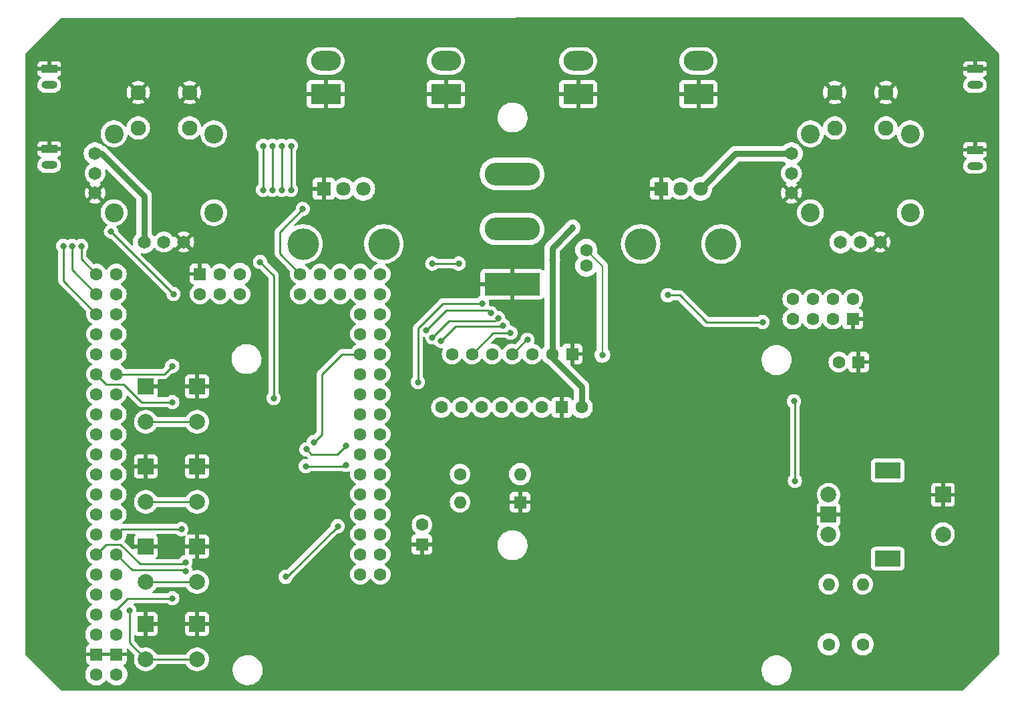
<source format=gbr>
%TF.GenerationSoftware,KiCad,Pcbnew,7.0.8*%
%TF.CreationDate,2024-11-24T12:41:57-05:00*%
%TF.ProjectId,RCTransmitterAecertRobotics,52435472-616e-4736-9d69-747465724165,V1.02*%
%TF.SameCoordinates,Original*%
%TF.FileFunction,Copper,L2,Bot*%
%TF.FilePolarity,Positive*%
%FSLAX46Y46*%
G04 Gerber Fmt 4.6, Leading zero omitted, Abs format (unit mm)*
G04 Created by KiCad (PCBNEW 7.0.8) date 2024-11-24 12:41:57*
%MOMM*%
%LPD*%
G01*
G04 APERTURE LIST*
G04 Aperture macros list*
%AMRoundRect*
0 Rectangle with rounded corners*
0 $1 Rounding radius*
0 $2 $3 $4 $5 $6 $7 $8 $9 X,Y pos of 4 corners*
0 Add a 4 corners polygon primitive as box body*
4,1,4,$2,$3,$4,$5,$6,$7,$8,$9,$2,$3,0*
0 Add four circle primitives for the rounded corners*
1,1,$1+$1,$2,$3*
1,1,$1+$1,$4,$5*
1,1,$1+$1,$6,$7*
1,1,$1+$1,$8,$9*
0 Add four rect primitives between the rounded corners*
20,1,$1+$1,$2,$3,$4,$5,0*
20,1,$1+$1,$4,$5,$6,$7,0*
20,1,$1+$1,$6,$7,$8,$9,0*
20,1,$1+$1,$8,$9,$2,$3,0*%
G04 Aperture macros list end*
%TA.AperFunction,ComponentPad*%
%ADD10R,3.800000X2.500000*%
%TD*%
%TA.AperFunction,ComponentPad*%
%ADD11RoundRect,1.250000X0.650000X0.000000X-0.650000X0.000000X-0.650000X0.000000X0.650000X0.000000X0*%
%TD*%
%TA.AperFunction,ComponentPad*%
%ADD12C,2.000000*%
%TD*%
%TA.AperFunction,ComponentPad*%
%ADD13R,2.000000X2.000000*%
%TD*%
%TA.AperFunction,ComponentPad*%
%ADD14R,3.200000X2.000000*%
%TD*%
%TA.AperFunction,ComponentPad*%
%ADD15C,1.600000*%
%TD*%
%TA.AperFunction,ComponentPad*%
%ADD16O,1.600000X1.600000*%
%TD*%
%TA.AperFunction,ComponentPad*%
%ADD17R,2.000000X1.000000*%
%TD*%
%TA.AperFunction,ComponentPad*%
%ADD18O,2.000000X1.000000*%
%TD*%
%TA.AperFunction,ComponentPad*%
%ADD19R,7.000000X2.900000*%
%TD*%
%TA.AperFunction,ComponentPad*%
%ADD20O,7.000000X2.900000*%
%TD*%
%TA.AperFunction,WasherPad*%
%ADD21C,4.000000*%
%TD*%
%TA.AperFunction,ComponentPad*%
%ADD22R,1.800000X1.800000*%
%TD*%
%TA.AperFunction,ComponentPad*%
%ADD23C,1.800000*%
%TD*%
%TA.AperFunction,ComponentPad*%
%ADD24R,1.600000X1.600000*%
%TD*%
%TA.AperFunction,ComponentPad*%
%ADD25C,1.650000*%
%TD*%
%TA.AperFunction,ComponentPad*%
%ADD26C,1.950000*%
%TD*%
%TA.AperFunction,ComponentPad*%
%ADD27C,2.400000*%
%TD*%
%TA.AperFunction,ViaPad*%
%ADD28C,0.800000*%
%TD*%
%TA.AperFunction,Conductor*%
%ADD29C,0.250000*%
%TD*%
%TA.AperFunction,Conductor*%
%ADD30C,0.750000*%
%TD*%
%TA.AperFunction,Conductor*%
%ADD31C,0.200000*%
%TD*%
G04 APERTURE END LIST*
D10*
%TO.P,Toggle1,1*%
%TO.N,GND*%
X117348000Y-66072000D03*
D11*
%TO.P,Toggle1,2*%
%TO.N,/Toggle A*%
X117348000Y-61872000D03*
%TD*%
D12*
%TO.P,Rotary_Encoder1,A,A*%
%TO.N,/RotaryEncoderB*%
X181080000Y-116920000D03*
%TO.P,Rotary_Encoder1,B,B*%
%TO.N,/RotaryEncoderA*%
X181080000Y-121920000D03*
D13*
%TO.P,Rotary_Encoder1,C,C*%
%TO.N,GND*%
X181080000Y-119420000D03*
D14*
%TO.P,Rotary_Encoder1,MP*%
%TO.N,N/C*%
X188580000Y-113820000D03*
X188580000Y-125020000D03*
D12*
%TO.P,Rotary_Encoder1,S1,S1*%
%TO.N,/Rotary Encoder Switch*%
X195580000Y-121920000D03*
D13*
%TO.P,Rotary_Encoder1,S2,S2*%
%TO.N,GND*%
X195580000Y-116920000D03*
%TD*%
D15*
%TO.P,R4,1*%
%TO.N,/5v*%
X181102000Y-135890000D03*
D16*
%TO.P,R4,2*%
%TO.N,/RotaryEncoderA*%
X181102000Y-128270000D03*
%TD*%
D13*
%TO.P,Button3,1,1*%
%TO.N,GND*%
X94540000Y-123480000D03*
X101040000Y-123480000D03*
D12*
%TO.P,Button3,2,2*%
%TO.N,/Button C*%
X94540000Y-127980000D03*
X101040000Y-127980000D03*
%TD*%
D10*
%TO.P,Toggle3,1*%
%TO.N,GND*%
X149352000Y-66072000D03*
D11*
%TO.P,Toggle3,2*%
%TO.N,/Toggle C*%
X149352000Y-61872000D03*
%TD*%
D17*
%TO.P,Bumper2,1,1*%
%TO.N,GND*%
X82296000Y-73052000D03*
D18*
%TO.P,Bumper2,2,2*%
%TO.N,/Left Bumper B*%
X82296000Y-75084000D03*
%TD*%
D13*
%TO.P,Button4,1,1*%
%TO.N,GND*%
X94540000Y-133300000D03*
X101040000Y-133300000D03*
D12*
%TO.P,Button4,2,2*%
%TO.N,/Button D*%
X94540000Y-137800000D03*
X101040000Y-137800000D03*
%TD*%
D13*
%TO.P,Button2,1,1*%
%TO.N,GND*%
X94540000Y-113320000D03*
X101040000Y-113320000D03*
D12*
%TO.P,Button2,2,2*%
%TO.N,/Button B*%
X94540000Y-117820000D03*
X101040000Y-117820000D03*
%TD*%
D13*
%TO.P,Button1,1,1*%
%TO.N,GND*%
X94540000Y-103160000D03*
X101040000Y-103160000D03*
D12*
%TO.P,Button1,2,2*%
%TO.N,/Button A*%
X94540000Y-107660000D03*
X101040000Y-107660000D03*
%TD*%
D17*
%TO.P,Bumper1,1,1*%
%TO.N,GND*%
X82296000Y-62892000D03*
D18*
%TO.P,Bumper1,2,2*%
%TO.N,/Left Bumper A*%
X82296000Y-64924000D03*
%TD*%
D19*
%TO.P,PowerSwitch1,1,LED*%
%TO.N,GND*%
X140970000Y-90200000D03*
D20*
%TO.P,PowerSwitch1,2,Power*%
%TO.N,/Bat-*%
X140970000Y-83200000D03*
%TO.P,PowerSwitch1,3,Load*%
%TO.N,/Bat+*%
X140970000Y-76200000D03*
%TD*%
D10*
%TO.P,Toggle4,1*%
%TO.N,GND*%
X164592000Y-66072000D03*
D11*
%TO.P,Toggle4,2*%
%TO.N,/Toggle D*%
X164592000Y-61872000D03*
%TD*%
D21*
%TO.P,Pot1,*%
%TO.N,*%
X124705737Y-85096874D03*
X114478111Y-85096874D03*
D22*
%TO.P,Pot1,1,1*%
%TO.N,GND*%
X117100000Y-78090000D03*
D23*
%TO.P,Pot1,2,2*%
%TO.N,/Pot Left*%
X119600000Y-78090000D03*
%TO.P,Pot1,3,3*%
%TO.N,/5v*%
X122100000Y-78090000D03*
%TD*%
D17*
%TO.P,Bumper3,1,1*%
%TO.N,GND*%
X199644000Y-62892000D03*
D18*
%TO.P,Bumper3,2,2*%
%TO.N,/Right Bumper A*%
X199644000Y-64924000D03*
%TD*%
D10*
%TO.P,Toggle2,1*%
%TO.N,GND*%
X132588000Y-66072000D03*
D11*
%TO.P,Toggle2,2*%
%TO.N,/Toggle B*%
X132588000Y-61872000D03*
%TD*%
D21*
%TO.P,Pot2,*%
%TO.N,*%
X167432154Y-85092683D03*
X157253351Y-85092683D03*
D22*
%TO.P,Pot2,1,1*%
%TO.N,GND*%
X159840000Y-78090000D03*
D23*
%TO.P,Pot2,2,2*%
%TO.N,/Pot Right*%
X162340000Y-78090000D03*
%TO.P,Pot2,3,3*%
%TO.N,/5v*%
X164840000Y-78090000D03*
%TD*%
D15*
%TO.P,R3,1*%
%TO.N,/5v*%
X185420000Y-135890000D03*
D16*
%TO.P,R3,2*%
%TO.N,/RotaryEncoderB*%
X185420000Y-128270000D03*
%TD*%
D15*
%TO.P,OLED_LCD_Display1,1,CS*%
%TO.N,/Screen CS*%
X133350000Y-99060000D03*
%TO.P,OLED_LCD_Display1,2,DC*%
%TO.N,/CE*%
X135890000Y-99060000D03*
%TO.P,OLED_LCD_Display1,3,RES*%
%TO.N,/Screen RES*%
X138430000Y-99060000D03*
%TO.P,OLED_LCD_Display1,4,SDA*%
%TO.N,/MOSI*%
X140970000Y-99060000D03*
%TO.P,OLED_LCD_Display1,5,SCK*%
%TO.N,/SCK*%
X143510000Y-99060000D03*
%TO.P,OLED_LCD_Display1,6,VCC*%
%TO.N,/5v*%
X146050000Y-99060000D03*
D24*
%TO.P,OLED_LCD_Display1,7,GND*%
%TO.N,GND*%
X148590000Y-99060000D03*
%TD*%
D25*
%TO.P,Joystick1,1,1*%
%TO.N,/5v*%
X94335000Y-84850000D03*
%TO.P,Joystick1,2,2*%
%TO.N,/Joy Left X*%
X96835000Y-84850000D03*
%TO.P,Joystick1,3,3*%
%TO.N,GND*%
X99335000Y-84850000D03*
%TO.P,Joystick1,11,1'*%
%TO.N,/5v*%
X88105000Y-73620000D03*
%TO.P,Joystick1,12,2'*%
%TO.N,/Joy Left Y*%
X88105000Y-76120000D03*
%TO.P,Joystick1,13,3'*%
%TO.N,GND*%
X88105000Y-78620000D03*
D26*
%TO.P,Joystick1,A1,COM_1*%
%TO.N,/Joy Left Button*%
X100085000Y-70370000D03*
%TO.P,Joystick1,B1,COM_2*%
%TO.N,unconnected-(Joystick1-COM_2-PadB1)*%
X93585000Y-70370000D03*
%TO.P,Joystick1,C1,NO_1*%
%TO.N,GND*%
X100085000Y-65870000D03*
%TO.P,Joystick1,D1,NO_2*%
X93585000Y-65870000D03*
D27*
%TO.P,Joystick1,MH1,MH1*%
%TO.N,unconnected-(Joystick1-PadMH1)*%
X90510000Y-81120000D03*
%TO.P,Joystick1,MH2,MH2*%
%TO.N,unconnected-(Joystick1-PadMH2)*%
X103160000Y-81120000D03*
%TO.P,Joystick1,MH3,MH3*%
%TO.N,unconnected-(Joystick1-PadMH3)*%
X103160000Y-71120000D03*
%TO.P,Joystick1,MH4,MH4*%
%TO.N,unconnected-(Joystick1-PadMH4)*%
X90510000Y-71120000D03*
%TD*%
D17*
%TO.P,Bumper4,1,1*%
%TO.N,GND*%
X199644000Y-73152000D03*
D18*
%TO.P,Bumper4,2,2*%
%TO.N,/Right Bumper B*%
X199644000Y-75184000D03*
%TD*%
D25*
%TO.P,Joystick2,1,1*%
%TO.N,/5v*%
X182605000Y-84850000D03*
%TO.P,Joystick2,2,2*%
%TO.N,/Joy Right X*%
X185105000Y-84850000D03*
%TO.P,Joystick2,3,3*%
%TO.N,GND*%
X187605000Y-84850000D03*
%TO.P,Joystick2,11,1'*%
%TO.N,/5v*%
X176375000Y-73620000D03*
%TO.P,Joystick2,12,2'*%
%TO.N,/Joy Right Y*%
X176375000Y-76120000D03*
%TO.P,Joystick2,13,3'*%
%TO.N,GND*%
X176375000Y-78620000D03*
D26*
%TO.P,Joystick2,A1,COM_1*%
%TO.N,/Joy Right Button*%
X188355000Y-70370000D03*
%TO.P,Joystick2,B1,COM_2*%
%TO.N,unconnected-(Joystick2-COM_2-PadB1)*%
X181855000Y-70370000D03*
%TO.P,Joystick2,C1,NO_1*%
%TO.N,GND*%
X188355000Y-65870000D03*
%TO.P,Joystick2,D1,NO_2*%
X181855000Y-65870000D03*
D27*
%TO.P,Joystick2,MH1,MH1*%
%TO.N,unconnected-(Joystick2-PadMH1)*%
X178780000Y-81120000D03*
%TO.P,Joystick2,MH2,MH2*%
%TO.N,unconnected-(Joystick2-PadMH2)*%
X191430000Y-81120000D03*
%TO.P,Joystick2,MH3,MH3*%
%TO.N,unconnected-(Joystick2-PadMH3)*%
X191430000Y-71120000D03*
%TO.P,Joystick2,MH4,MH4*%
%TO.N,unconnected-(Joystick2-PadMH4)*%
X178780000Y-71120000D03*
%TD*%
D15*
%TO.P,C2,1*%
%TO.N,/3.3v*%
X129540000Y-120714888D03*
D24*
%TO.P,C2,2*%
%TO.N,GND*%
X129540000Y-123214888D03*
%TD*%
D15*
%TO.P,Battery1,1,Pin_1*%
%TO.N,/Bat+*%
X150368000Y-85852000D03*
%TO.P,Battery1,2,Pin_2*%
%TO.N,/Bat-*%
X150368000Y-87852000D03*
%TD*%
%TO.P,Gyroscope1,1,VCC*%
%TO.N,/5v*%
X149789454Y-105816523D03*
D24*
%TO.P,Gyroscope1,2,GND*%
%TO.N,GND*%
X147249454Y-105816523D03*
D15*
%TO.P,Gyroscope1,3,SCL*%
%TO.N,/SCL*%
X144709454Y-105816523D03*
%TO.P,Gyroscope1,4,SDA*%
%TO.N,/SDA*%
X142169454Y-105816523D03*
%TO.P,Gyroscope1,5,XDA*%
%TO.N,unconnected-(Gyroscope1-XDA-Pad5)*%
X139629454Y-105816523D03*
%TO.P,Gyroscope1,6,XCL*%
%TO.N,unconnected-(Gyroscope1-XCL-Pad6)*%
X137089454Y-105816523D03*
%TO.P,Gyroscope1,7,AD0*%
%TO.N,unconnected-(Gyroscope1-AD0-Pad7)*%
X134549454Y-105816523D03*
%TO.P,Gyroscope1,8,INT*%
%TO.N,unconnected-(Gyroscope1-INT-Pad8)*%
X132009454Y-105816523D03*
%TD*%
D24*
%TO.P,R2,1*%
%TO.N,GND*%
X141986000Y-117856000D03*
D16*
%TO.P,R2,2*%
%TO.N,/Battery Voltage*%
X134366000Y-117856000D03*
%TD*%
D15*
%TO.P,Arduino_Mega_Pro1,0,RX*%
%TO.N,unconnected-(Arduino_Mega_Pro1-RX-Pad0)*%
X90805000Y-127000000D03*
%TO.P,Arduino_Mega_Pro1,1,TX*%
%TO.N,unconnected-(Arduino_Mega_Pro1-TX-Pad1)*%
X88265000Y-127000000D03*
%TO.P,Arduino_Mega_Pro1,2,D2*%
%TO.N,/RotaryEncoderA*%
X90805000Y-124460000D03*
%TO.P,Arduino_Mega_Pro1,3,D3*%
%TO.N,/RotaryEncoderB*%
X88265000Y-124460000D03*
%TO.P,Arduino_Mega_Pro1,3V3,3V3*%
%TO.N,/3.3v*%
X88265000Y-132080000D03*
X90805000Y-132080000D03*
%TO.P,Arduino_Mega_Pro1,4,D4*%
%TO.N,/NRF CSN*%
X90805000Y-121920000D03*
%TO.P,Arduino_Mega_Pro1,5,D5*%
%TO.N,unconnected-(Arduino_Mega_Pro1-D5-Pad5)*%
X88265000Y-121920000D03*
%TO.P,Arduino_Mega_Pro1,5V,5V*%
%TO.N,/5v*%
X88265000Y-134620000D03*
X90805000Y-134620000D03*
X106480000Y-88900000D03*
%TO.P,Arduino_Mega_Pro1,6,D6*%
%TO.N,/Button D*%
X90805000Y-119380000D03*
%TO.P,Arduino_Mega_Pro1,7,D7*%
%TO.N,unconnected-(Arduino_Mega_Pro1-D7-Pad7)*%
X88265000Y-119380000D03*
%TO.P,Arduino_Mega_Pro1,8,D8*%
%TO.N,/Button C*%
X90805000Y-116840000D03*
%TO.P,Arduino_Mega_Pro1,9,D9*%
%TO.N,unconnected-(Arduino_Mega_Pro1-D9-Pad9)*%
X88265000Y-116840000D03*
%TO.P,Arduino_Mega_Pro1,10,D10*%
%TO.N,/Button B*%
X90805000Y-114300000D03*
%TO.P,Arduino_Mega_Pro1,11,D11*%
%TO.N,unconnected-(Arduino_Mega_Pro1-D11-Pad11)*%
X88265000Y-114300000D03*
%TO.P,Arduino_Mega_Pro1,12,D12*%
%TO.N,/Button A*%
X90805000Y-111760000D03*
%TO.P,Arduino_Mega_Pro1,13,D13*%
%TO.N,unconnected-(Arduino_Mega_Pro1-D13-Pad13)*%
X88265000Y-111760000D03*
%TO.P,Arduino_Mega_Pro1,14,D14*%
%TO.N,unconnected-(Arduino_Mega_Pro1-D14-Pad14)*%
X90805000Y-109220000D03*
%TO.P,Arduino_Mega_Pro1,15,D15*%
%TO.N,unconnected-(Arduino_Mega_Pro1-D15-Pad15)*%
X88265000Y-109220000D03*
%TO.P,Arduino_Mega_Pro1,16,D16*%
%TO.N,unconnected-(Arduino_Mega_Pro1-D16-Pad16)*%
X90805000Y-106680000D03*
%TO.P,Arduino_Mega_Pro1,17,D17*%
%TO.N,unconnected-(Arduino_Mega_Pro1-D17-Pad17)*%
X88265000Y-106680000D03*
%TO.P,Arduino_Mega_Pro1,18,D18*%
%TO.N,unconnected-(Arduino_Mega_Pro1-D18-Pad18)*%
X90805000Y-104140000D03*
%TO.P,Arduino_Mega_Pro1,19,D19*%
%TO.N,unconnected-(Arduino_Mega_Pro1-D19-Pad19)*%
X88265000Y-104140000D03*
%TO.P,Arduino_Mega_Pro1,20,D20(SDA)*%
%TO.N,/SDA*%
X90805000Y-101600000D03*
%TO.P,Arduino_Mega_Pro1,21,D21(SCL)*%
%TO.N,/SCL*%
X88265000Y-101600000D03*
%TO.P,Arduino_Mega_Pro1,22,D22*%
%TO.N,unconnected-(Arduino_Mega_Pro1-D22-Pad22)*%
X90805000Y-99060000D03*
%TO.P,Arduino_Mega_Pro1,23,D23*%
%TO.N,unconnected-(Arduino_Mega_Pro1-D23-Pad23)*%
X88265000Y-99060000D03*
%TO.P,Arduino_Mega_Pro1,24,D24*%
%TO.N,unconnected-(Arduino_Mega_Pro1-D24-Pad24)*%
X90805000Y-96520000D03*
%TO.P,Arduino_Mega_Pro1,25,D25*%
%TO.N,unconnected-(Arduino_Mega_Pro1-D25-Pad25)*%
X88265000Y-96520000D03*
%TO.P,Arduino_Mega_Pro1,26,D26*%
%TO.N,unconnected-(Arduino_Mega_Pro1-D26-Pad26)*%
X90805000Y-93980000D03*
%TO.P,Arduino_Mega_Pro1,27,D27*%
%TO.N,/Left Bumper A*%
X88265000Y-93980000D03*
%TO.P,Arduino_Mega_Pro1,28,D28*%
%TO.N,unconnected-(Arduino_Mega_Pro1-D28-Pad28)*%
X90805000Y-91440000D03*
%TO.P,Arduino_Mega_Pro1,29,D29*%
%TO.N,/Left Bumper B*%
X88265000Y-91440000D03*
%TO.P,Arduino_Mega_Pro1,30,D30*%
%TO.N,unconnected-(Arduino_Mega_Pro1-D30-Pad30)*%
X90805000Y-88900000D03*
%TO.P,Arduino_Mega_Pro1,31,D31*%
%TO.N,/Joy Left Button*%
X88265000Y-88900000D03*
%TO.P,Arduino_Mega_Pro1,32,D32*%
%TO.N,/Toggle D*%
X124260000Y-106680000D03*
%TO.P,Arduino_Mega_Pro1,33,D33*%
%TO.N,/Toggle C*%
X121720000Y-106680000D03*
%TO.P,Arduino_Mega_Pro1,34,D34*%
%TO.N,/Toggle B*%
X124260000Y-104140000D03*
%TO.P,Arduino_Mega_Pro1,35,D35*%
%TO.N,/Toggle A*%
X121720000Y-104140000D03*
%TO.P,Arduino_Mega_Pro1,36,D36*%
%TO.N,/Joy Right Button*%
X124260000Y-101600000D03*
%TO.P,Arduino_Mega_Pro1,37,D37*%
%TO.N,/Right Bumper B*%
X121720000Y-101600000D03*
%TO.P,Arduino_Mega_Pro1,38,D38*%
%TO.N,/Right Bumper A*%
X124260000Y-99060000D03*
%TO.P,Arduino_Mega_Pro1,39,D39*%
%TO.N,/Rotary Encoder Switch*%
X121720000Y-99060000D03*
%TO.P,Arduino_Mega_Pro1,40,D40*%
%TO.N,/Screen RES*%
X124260000Y-96520000D03*
%TO.P,Arduino_Mega_Pro1,41,D41*%
%TO.N,unconnected-(Arduino_Mega_Pro1-D41-Pad41)*%
X121720000Y-96520000D03*
%TO.P,Arduino_Mega_Pro1,42,D42*%
%TO.N,/Screen CS*%
X124260000Y-93980000D03*
%TO.P,Arduino_Mega_Pro1,43,D43*%
%TO.N,unconnected-(Arduino_Mega_Pro1-D43-Pad43)*%
X121720000Y-93980000D03*
%TO.P,Arduino_Mega_Pro1,44,D44*%
%TO.N,unconnected-(Arduino_Mega_Pro1-D44-Pad44)*%
X124260000Y-91440000D03*
%TO.P,Arduino_Mega_Pro1,45,D45*%
%TO.N,unconnected-(Arduino_Mega_Pro1-D45-Pad45)*%
X121720000Y-91440000D03*
%TO.P,Arduino_Mega_Pro1,46,D46*%
%TO.N,unconnected-(Arduino_Mega_Pro1-D46-Pad46)*%
X124260000Y-88900000D03*
%TO.P,Arduino_Mega_Pro1,47,D47*%
%TO.N,unconnected-(Arduino_Mega_Pro1-D47-Pad47)*%
X121720000Y-88900000D03*
%TO.P,Arduino_Mega_Pro1,48,D48*%
%TO.N,unconnected-(Arduino_Mega_Pro1-D48-Pad48)*%
X119180000Y-88900000D03*
%TO.P,Arduino_Mega_Pro1,49,D49*%
%TO.N,/CE*%
X119180000Y-91440000D03*
%TO.P,Arduino_Mega_Pro1,50,D50(MISO)*%
%TO.N,/MISO*%
X106480000Y-91440000D03*
X116640000Y-88900000D03*
%TO.P,Arduino_Mega_Pro1,51,D51(MOSI)*%
%TO.N,/MOSI*%
X103940000Y-88900000D03*
X116640000Y-91440000D03*
%TO.P,Arduino_Mega_Pro1,52,D52(SCLK)*%
%TO.N,/SCK*%
X103940000Y-91440000D03*
X114100000Y-88900000D03*
%TO.P,Arduino_Mega_Pro1,53,D53(CE)*%
%TO.N,unconnected-(Arduino_Mega_Pro1-D53(CE)-Pad53)*%
X114100000Y-91440000D03*
%TO.P,Arduino_Mega_Pro1,A0,A0*%
%TO.N,/Pot Left*%
X124260000Y-127000000D03*
%TO.P,Arduino_Mega_Pro1,A1,A1*%
%TO.N,unconnected-(Arduino_Mega_Pro1-PadA1)*%
X121720000Y-127000000D03*
%TO.P,Arduino_Mega_Pro1,A2,A2*%
%TO.N,/Joy Right X*%
X124260000Y-124460000D03*
%TO.P,Arduino_Mega_Pro1,A3,A3*%
%TO.N,/Joy Right Y*%
X121720000Y-124460000D03*
%TO.P,Arduino_Mega_Pro1,A4,A4*%
%TO.N,unconnected-(Arduino_Mega_Pro1-PadA4)*%
X124260000Y-121920000D03*
%TO.P,Arduino_Mega_Pro1,A5,A5*%
%TO.N,unconnected-(Arduino_Mega_Pro1-PadA5)*%
X121720000Y-121920000D03*
%TO.P,Arduino_Mega_Pro1,A6,A6*%
%TO.N,/Joy Left X*%
X124260000Y-119380000D03*
%TO.P,Arduino_Mega_Pro1,A7,A7*%
%TO.N,/Joy Left Y*%
X121720000Y-119380000D03*
%TO.P,Arduino_Mega_Pro1,A8,A8*%
%TO.N,/Battery Voltage*%
X124260000Y-116840000D03*
%TO.P,Arduino_Mega_Pro1,A9,A9*%
%TO.N,unconnected-(Arduino_Mega_Pro1-PadA9)*%
X121720000Y-116840000D03*
%TO.P,Arduino_Mega_Pro1,A10,A10*%
%TO.N,unconnected-(Arduino_Mega_Pro1-PadA10)*%
X124260000Y-114300000D03*
%TO.P,Arduino_Mega_Pro1,A11,A11*%
%TO.N,unconnected-(Arduino_Mega_Pro1-PadA11)*%
X121720000Y-114300000D03*
%TO.P,Arduino_Mega_Pro1,A12,A12*%
%TO.N,unconnected-(Arduino_Mega_Pro1-PadA12)*%
X124260000Y-111760000D03*
%TO.P,Arduino_Mega_Pro1,A13,A13*%
%TO.N,unconnected-(Arduino_Mega_Pro1-PadA13)*%
X121720000Y-111760000D03*
%TO.P,Arduino_Mega_Pro1,A14,A14*%
%TO.N,/Pot Right*%
X124260000Y-109220000D03*
%TO.P,Arduino_Mega_Pro1,A15,A15*%
%TO.N,unconnected-(Arduino_Mega_Pro1-PadA15)*%
X121720000Y-109220000D03*
%TO.P,Arduino_Mega_Pro1,AREF,AREF*%
%TO.N,/REF*%
X90805000Y-129540000D03*
D24*
%TO.P,Arduino_Mega_Pro1,GND,GND*%
%TO.N,GND*%
X88265000Y-137160000D03*
X90805000Y-137160000D03*
X101400000Y-88900000D03*
D15*
%TO.P,Arduino_Mega_Pro1,RST,RST*%
%TO.N,unconnected-(Arduino_Mega_Pro1-PadRST)*%
X88265000Y-129540000D03*
X101400000Y-91440000D03*
%TO.P,Arduino_Mega_Pro1,VIN,VIN*%
%TO.N,/Bat+*%
X88265000Y-139700000D03*
X90805000Y-139700000D03*
%TD*%
%TO.P,C1,1*%
%TO.N,/3.3v*%
X182372000Y-100076000D03*
D24*
%TO.P,C1,2*%
%TO.N,GND*%
X184872000Y-100076000D03*
%TD*%
D15*
%TO.P,NRF24L01+PA+LNA1,1,V+*%
%TO.N,/3.3v*%
X184150000Y-92075000D03*
%TO.P,NRF24L01+PA+LNA1,2,CSN*%
%TO.N,/NRF CSN*%
X181610000Y-92075000D03*
%TO.P,NRF24L01+PA+LNA1,3,MOSI*%
%TO.N,/MOSI*%
X179070000Y-92075000D03*
%TO.P,NRF24L01+PA+LNA1,4,IRQ*%
%TO.N,unconnected-(NRF24-IRQ-Pad4)*%
X176530000Y-92075000D03*
%TO.P,NRF24L01+PA+LNA1,5,MISO*%
%TO.N,/MISO*%
X176530000Y-94615000D03*
%TO.P,NRF24L01+PA+LNA1,6,SCK*%
%TO.N,/SCK*%
X179070000Y-94615000D03*
%TO.P,NRF24L01+PA+LNA1,7,CE*%
%TO.N,/CE*%
X181610000Y-94615000D03*
D24*
%TO.P,NRF24L01+PA+LNA1,8,GND*%
%TO.N,GND*%
X184150000Y-94615000D03*
%TD*%
D15*
%TO.P,R1,1*%
%TO.N,/Battery Voltage*%
X134366000Y-114300000D03*
D16*
%TO.P,R1,2*%
%TO.N,/Bat+*%
X141986000Y-114300000D03*
%TD*%
D28*
%TO.N,/CE*%
X140750331Y-96369500D03*
%TO.N,GND*%
X80772000Y-84836000D03*
X154432000Y-80772000D03*
X155448000Y-91440000D03*
X145796000Y-109220000D03*
X139700000Y-102616000D03*
X163068000Y-108204000D03*
X160528000Y-137160000D03*
X102929041Y-140295973D03*
X173736000Y-71628000D03*
X129820556Y-108337148D03*
X182372000Y-97028000D03*
X92456000Y-58928000D03*
X195072000Y-63500000D03*
X105156000Y-65786000D03*
X119888000Y-138684000D03*
X98806000Y-89154000D03*
X107188000Y-116332000D03*
X132080000Y-114808000D03*
X149352000Y-91440000D03*
X178308000Y-119634000D03*
X192024000Y-116840000D03*
X148336000Y-71628000D03*
X107696000Y-123444000D03*
X96092572Y-73528443D03*
X93218000Y-140208000D03*
X89408000Y-66040000D03*
X104648000Y-132588000D03*
X100076000Y-97028000D03*
X93974276Y-131266266D03*
X81788000Y-106680000D03*
X135200919Y-124257127D03*
X93472000Y-99568000D03*
X165100000Y-72136000D03*
X181356000Y-59436000D03*
X196088000Y-134620000D03*
X189594180Y-129195269D03*
X196596000Y-75692000D03*
X82296000Y-128016000D03*
X124968000Y-69088000D03*
X170434000Y-129794000D03*
X157988000Y-101092000D03*
X174244000Y-85344000D03*
X153416000Y-124460000D03*
X187452000Y-75184000D03*
%TO.N,/3.3v*%
X112268000Y-127329500D03*
X118872000Y-120904000D03*
X97889000Y-130048000D03*
%TO.N,/5v*%
X148634307Y-83013693D03*
X146050000Y-87122000D03*
%TO.N,/Rotary Encoder Switch*%
X115824000Y-110236000D03*
%TO.N,/Left Bumper A*%
X84060994Y-85344000D03*
%TO.N,/Right Bumper A*%
X130048000Y-96012000D03*
X138251968Y-93870873D03*
%TO.N,/Left Bumper B*%
X85185497Y-85344000D03*
%TO.N,/Right Bumper B*%
X139192000Y-94488000D03*
X130872180Y-96945918D03*
%TO.N,/Joy Right Button*%
X131951976Y-97407976D03*
X139809127Y-95428032D03*
%TO.N,/Toggle C*%
X110585497Y-72644000D03*
X110585498Y-78233248D03*
%TO.N,/Toggle D*%
X109411038Y-72654093D03*
X109410996Y-78231539D03*
%TO.N,/Toggle B*%
X111760000Y-72644000D03*
X111760000Y-78232000D03*
%TO.N,/Toggle A*%
X112938728Y-72644000D03*
X112934503Y-78232000D03*
%TO.N,/Joy Left Button*%
X86360000Y-85344000D03*
%TO.N,/Button D*%
X92456000Y-131572000D03*
%TO.N,/Pot Right*%
X129032000Y-102616000D03*
X137160000Y-92622500D03*
%TO.N,/SCL*%
X97889000Y-105156000D03*
X114808000Y-113284000D03*
X119888000Y-113135479D03*
%TO.N,/SDA*%
X97889000Y-100584000D03*
X114900688Y-111159312D03*
X119888000Y-110726888D03*
%TO.N,/Pot Left*%
X109012500Y-87376000D03*
X110744000Y-104648000D03*
%TO.N,/Joy Left Y*%
X98044000Y-91440000D03*
X90125693Y-83521693D03*
%TO.N,/SCK*%
X114427000Y-80645000D03*
%TO.N,/MISO*%
X172720000Y-94996000D03*
X130850000Y-87590000D03*
X160689312Y-91601312D03*
X134199500Y-87590000D03*
%TO.N,/MOSI*%
X142902968Y-97251592D03*
%TO.N,/NRF CSN*%
X176812349Y-115149500D03*
X176691312Y-105063312D03*
X99060000Y-121271285D03*
%TO.N,/RotaryEncoderB*%
X99568000Y-125476000D03*
%TO.N,/RotaryEncoderA*%
X99597535Y-126650131D03*
%TO.N,/Bat+*%
X152408340Y-99168500D03*
%TD*%
D29*
%TO.N,/SCK*%
X111506000Y-83566000D02*
X114427000Y-80645000D01*
X114100000Y-88900000D02*
X111506000Y-86306000D01*
X111506000Y-86306000D02*
X111506000Y-83566000D01*
%TO.N,/CE*%
X140750331Y-96369500D02*
X138580500Y-96369500D01*
X138580500Y-96369500D02*
X135890000Y-99060000D01*
%TO.N,/3.3v*%
X90805000Y-132080000D02*
X90805000Y-131512918D01*
X90805000Y-131512918D02*
X92269918Y-130048000D01*
X112446500Y-127329500D02*
X112268000Y-127329500D01*
X92269918Y-130048000D02*
X97889000Y-130048000D01*
X118872000Y-120904000D02*
X112446500Y-127329500D01*
D30*
%TO.N,/5v*%
X146050000Y-85598000D02*
X148634307Y-83013693D01*
X169310000Y-73620000D02*
X176375000Y-73620000D01*
X94335000Y-79025000D02*
X88930000Y-73620000D01*
X94335000Y-84850000D02*
X94335000Y-79025000D01*
X88930000Y-73620000D02*
X88105000Y-73620000D01*
X149789454Y-103238312D02*
X146050000Y-99498858D01*
X146050000Y-87122000D02*
X146050000Y-85598000D01*
X146050000Y-99498858D02*
X146050000Y-99060000D01*
X164840000Y-78090000D02*
X169310000Y-73620000D01*
X146050000Y-87122000D02*
X146050000Y-99060000D01*
X149789454Y-105816523D02*
X149789454Y-103238312D01*
D29*
%TO.N,/Rotary Encoder Switch*%
X115824000Y-110236000D02*
X116840000Y-109220000D01*
X116840000Y-109220000D02*
X116840000Y-101600000D01*
X116840000Y-101600000D02*
X119380000Y-99060000D01*
X119380000Y-99060000D02*
X121920000Y-99060000D01*
%TO.N,/Left Bumper A*%
X84060994Y-89775994D02*
X88265000Y-93980000D01*
X84060994Y-85344000D02*
X84060994Y-89775994D01*
%TO.N,/Right Bumper A*%
X138251968Y-93870873D02*
X137853095Y-93472000D01*
X132588000Y-93472000D02*
X130048000Y-96012000D01*
X137853095Y-93472000D02*
X132588000Y-93472000D01*
%TO.N,/Left Bumper B*%
X85185497Y-88360497D02*
X88265000Y-91440000D01*
X85185497Y-85344000D02*
X85185497Y-88360497D01*
%TO.N,/Right Bumper B*%
X138785000Y-94895000D02*
X132923098Y-94895000D01*
X139192000Y-94488000D02*
X138785000Y-94895000D01*
X132923098Y-94895000D02*
X130872180Y-96945918D01*
%TO.N,/Joy Right Button*%
X139809127Y-95428032D02*
X139717159Y-95520000D01*
X139717159Y-95520000D02*
X133839952Y-95520000D01*
X133839952Y-95520000D02*
X131951976Y-97407976D01*
%TO.N,/Toggle C*%
X110585497Y-72644000D02*
X110585498Y-78233248D01*
%TO.N,/Toggle D*%
X109411038Y-78231497D02*
X109411038Y-72654093D01*
X109410996Y-78231539D02*
X109411038Y-78231497D01*
%TO.N,/Toggle B*%
X111760000Y-78232000D02*
X111760000Y-72644000D01*
%TO.N,/Toggle A*%
X112934503Y-78232000D02*
X112938728Y-78227775D01*
X112938728Y-78227775D02*
X112938728Y-72644000D01*
%TO.N,/Joy Left Button*%
X86360000Y-85344000D02*
X86360000Y-86995000D01*
X86360000Y-86995000D02*
X88265000Y-88900000D01*
%TO.N,/Button D*%
X92456000Y-131572000D02*
X92456000Y-135716000D01*
X94540000Y-137800000D02*
X101040000Y-137800000D01*
X92456000Y-135716000D02*
X94540000Y-137800000D01*
%TO.N,/Button C*%
X94540000Y-127980000D02*
X101040000Y-127980000D01*
%TO.N,/Button B*%
X94540000Y-117820000D02*
X101040000Y-117820000D01*
%TO.N,/Button A*%
X94540000Y-107660000D02*
X101040000Y-107660000D01*
%TO.N,/Pot Right*%
X129032000Y-95755207D02*
X129032000Y-102616000D01*
X132164707Y-92622500D02*
X129032000Y-95755207D01*
X137160000Y-92622500D02*
X132164707Y-92622500D01*
%TO.N,/SCL*%
X91702000Y-102878000D02*
X89543000Y-102878000D01*
X89543000Y-102878000D02*
X88265000Y-101600000D01*
X97889000Y-105156000D02*
X93980000Y-105156000D01*
X119739479Y-113284000D02*
X114808000Y-113284000D01*
X93980000Y-105156000D02*
X91702000Y-102878000D01*
X119888000Y-113135479D02*
X119739479Y-113284000D01*
%TO.N,/SDA*%
X115501376Y-111760000D02*
X114900688Y-111159312D01*
X97889000Y-100584000D02*
X96873000Y-101600000D01*
X119888000Y-110726888D02*
X118854888Y-111760000D01*
X96873000Y-101600000D02*
X90805000Y-101600000D01*
X118854888Y-111760000D02*
X115501376Y-111760000D01*
%TO.N,/Pot Left*%
X110744000Y-104648000D02*
X110744000Y-89107500D01*
X110744000Y-89107500D02*
X109012500Y-87376000D01*
%TO.N,/Joy Left Y*%
X90125693Y-83521693D02*
X98044000Y-91440000D01*
%TO.N,/MISO*%
X160689312Y-91601312D02*
X162213312Y-91601312D01*
X134199500Y-87590000D02*
X130850000Y-87590000D01*
X162213312Y-91601312D02*
X165608000Y-94996000D01*
X165608000Y-94996000D02*
X172720000Y-94996000D01*
%TO.N,/MOSI*%
X142778408Y-97251592D02*
X140970000Y-99060000D01*
X142902968Y-97251592D02*
X142778408Y-97251592D01*
%TO.N,/NRF CSN*%
X99060000Y-121271285D02*
X91453715Y-121271285D01*
X91453715Y-121271285D02*
X90805000Y-121920000D01*
X176812349Y-105184349D02*
X176812349Y-115149500D01*
X176691312Y-105063312D02*
X176812349Y-105184349D01*
%TO.N,/RotaryEncoderB*%
X99568000Y-125476000D02*
X99322000Y-125722000D01*
X99322000Y-125722000D02*
X93844962Y-125722000D01*
X91312962Y-123190000D02*
X89535000Y-123190000D01*
X93844962Y-125722000D02*
X91312962Y-123190000D01*
X89535000Y-123190000D02*
X88265000Y-124460000D01*
%TO.N,/RotaryEncoderA*%
X99427404Y-126480000D02*
X92825000Y-126480000D01*
X99597535Y-126650131D02*
X99427404Y-126480000D01*
X92825000Y-126480000D02*
X90805000Y-124460000D01*
D31*
%TO.N,/Bat+*%
X152400000Y-87884000D02*
X150368000Y-85852000D01*
X152408340Y-99168500D02*
X152400000Y-99160160D01*
X152400000Y-99160160D02*
X152400000Y-87884000D01*
%TD*%
%TA.AperFunction,Conductor*%
%TO.N,GND*%
G36*
X90477359Y-136921955D02*
G01*
X90419835Y-137034852D01*
X90400014Y-137160000D01*
X90419835Y-137285148D01*
X90477359Y-137398045D01*
X90489314Y-137410000D01*
X88580686Y-137410000D01*
X88592641Y-137398045D01*
X88650165Y-137285148D01*
X88669986Y-137160000D01*
X88650165Y-137034852D01*
X88592641Y-136921955D01*
X88580686Y-136910000D01*
X90489314Y-136910000D01*
X90477359Y-136921955D01*
G37*
%TD.AperFunction*%
%TA.AperFunction,Conductor*%
G36*
X98423291Y-121916470D02*
G01*
X98448400Y-121937811D01*
X98454126Y-121944170D01*
X98454130Y-121944174D01*
X98607265Y-122055433D01*
X98607270Y-122055436D01*
X98780192Y-122132427D01*
X98780197Y-122132429D01*
X98965354Y-122171785D01*
X98965355Y-122171785D01*
X99154644Y-122171785D01*
X99154646Y-122171785D01*
X99339803Y-122132429D01*
X99408924Y-122101653D01*
X99425127Y-122094440D01*
X99494377Y-122085155D01*
X99557653Y-122114783D01*
X99594867Y-122173917D01*
X99594202Y-122243784D01*
X99591745Y-122251052D01*
X99546403Y-122372620D01*
X99546401Y-122372627D01*
X99540000Y-122432155D01*
X99540000Y-123230000D01*
X100545148Y-123230000D01*
X100496441Y-123367047D01*
X100486123Y-123517886D01*
X100516884Y-123665915D01*
X100550090Y-123730000D01*
X99540000Y-123730000D01*
X99540000Y-124460921D01*
X99520315Y-124527960D01*
X99467511Y-124573715D01*
X99441781Y-124582211D01*
X99288197Y-124614855D01*
X99288192Y-124614857D01*
X99115270Y-124691848D01*
X99115265Y-124691851D01*
X98962129Y-124803111D01*
X98835466Y-124943785D01*
X98783092Y-125034500D01*
X98732525Y-125082715D01*
X98675705Y-125096500D01*
X95923351Y-125096500D01*
X95856312Y-125076815D01*
X95810557Y-125024011D01*
X95800613Y-124954853D01*
X95829638Y-124891297D01*
X95849040Y-124873234D01*
X95897187Y-124837190D01*
X95897190Y-124837187D01*
X95983350Y-124722093D01*
X95983354Y-124722086D01*
X96033596Y-124587379D01*
X96033598Y-124587372D01*
X96039999Y-124527844D01*
X96040000Y-124527827D01*
X96040000Y-123730000D01*
X95034852Y-123730000D01*
X95083559Y-123592953D01*
X95093877Y-123442114D01*
X95063116Y-123294085D01*
X95029910Y-123230000D01*
X96040000Y-123230000D01*
X96040000Y-122432172D01*
X96039999Y-122432155D01*
X96033598Y-122372627D01*
X96033596Y-122372620D01*
X95983354Y-122237913D01*
X95983350Y-122237906D01*
X95897190Y-122122812D01*
X95897188Y-122122810D01*
X95893501Y-122120050D01*
X95851631Y-122064115D01*
X95846648Y-121994424D01*
X95880135Y-121933101D01*
X95941459Y-121899618D01*
X95967814Y-121896785D01*
X98356252Y-121896785D01*
X98423291Y-121916470D01*
G37*
%TD.AperFunction*%
%TA.AperFunction,Conductor*%
G36*
X93179225Y-121916470D02*
G01*
X93224980Y-121969274D01*
X93234924Y-122038432D01*
X93205899Y-122101988D01*
X93186499Y-122120050D01*
X93182811Y-122122810D01*
X93182809Y-122122812D01*
X93096649Y-122237906D01*
X93096645Y-122237913D01*
X93046403Y-122372620D01*
X93046401Y-122372627D01*
X93040000Y-122432155D01*
X93040000Y-123230000D01*
X94045148Y-123230000D01*
X93996441Y-123367047D01*
X93986123Y-123517886D01*
X94016884Y-123665915D01*
X94050090Y-123730000D01*
X93040000Y-123730000D01*
X93040000Y-123733085D01*
X93020315Y-123800124D01*
X92967511Y-123845879D01*
X92898353Y-123855823D01*
X92834797Y-123826798D01*
X92828319Y-123820766D01*
X91862823Y-122855270D01*
X91829338Y-122793947D01*
X91834322Y-122724255D01*
X91848921Y-122696478D01*
X91935568Y-122572734D01*
X92031739Y-122366496D01*
X92090635Y-122146692D01*
X92102596Y-122009978D01*
X92128048Y-121944909D01*
X92184639Y-121903930D01*
X92226124Y-121896785D01*
X93112186Y-121896785D01*
X93179225Y-121916470D01*
G37*
%TD.AperFunction*%
%TA.AperFunction,Conductor*%
G36*
X141220000Y-92150000D02*
G01*
X144517828Y-92150000D01*
X144517844Y-92149999D01*
X144577372Y-92143598D01*
X144577379Y-92143596D01*
X144712086Y-92093354D01*
X144712093Y-92093350D01*
X144827187Y-92007190D01*
X144827188Y-92007189D01*
X144851233Y-91975070D01*
X144907166Y-91933198D01*
X144976858Y-91928214D01*
X145038181Y-91961699D01*
X145071666Y-92023022D01*
X145074500Y-92049380D01*
X145074500Y-98003464D01*
X145054815Y-98070503D01*
X145041730Y-98087446D01*
X144941023Y-98196843D01*
X144825131Y-98374230D01*
X144771984Y-98419586D01*
X144702753Y-98429010D01*
X144639417Y-98399508D01*
X144619749Y-98377533D01*
X144510047Y-98220861D01*
X144510045Y-98220858D01*
X144349141Y-98059954D01*
X144162734Y-97929432D01*
X144162732Y-97929431D01*
X143956497Y-97833261D01*
X143956490Y-97833259D01*
X143809630Y-97793908D01*
X143749970Y-97757543D01*
X143719441Y-97694696D01*
X143727736Y-97625320D01*
X143728451Y-97623684D01*
X143730148Y-97619873D01*
X143753767Y-97547181D01*
X143788642Y-97439848D01*
X143808428Y-97251592D01*
X143788642Y-97063336D01*
X143730147Y-96883308D01*
X143635501Y-96719376D01*
X143508839Y-96578704D01*
X143480011Y-96557759D01*
X143355702Y-96467443D01*
X143355697Y-96467440D01*
X143182775Y-96390449D01*
X143182770Y-96390447D01*
X143036969Y-96359457D01*
X142997614Y-96351092D01*
X142808322Y-96351092D01*
X142779675Y-96357181D01*
X142623165Y-96390447D01*
X142623160Y-96390449D01*
X142450238Y-96467440D01*
X142450233Y-96467443D01*
X142297097Y-96578703D01*
X142170434Y-96719377D01*
X142075789Y-96883307D01*
X142075786Y-96883314D01*
X142017294Y-97063334D01*
X142017293Y-97063338D01*
X142014275Y-97092054D01*
X141987690Y-97156668D01*
X141978636Y-97166771D01*
X141384821Y-97760586D01*
X141323498Y-97794071D01*
X141265048Y-97792680D01*
X141196697Y-97774366D01*
X141196693Y-97774365D01*
X141196692Y-97774365D01*
X141083346Y-97764448D01*
X140970001Y-97754532D01*
X140969998Y-97754532D01*
X140743313Y-97774364D01*
X140743302Y-97774366D01*
X140523511Y-97833258D01*
X140523502Y-97833261D01*
X140317267Y-97929431D01*
X140317265Y-97929432D01*
X140130858Y-98059954D01*
X139969954Y-98220858D01*
X139839432Y-98407265D01*
X139839431Y-98407267D01*
X139812382Y-98465275D01*
X139766209Y-98517714D01*
X139699016Y-98536866D01*
X139632135Y-98516650D01*
X139587618Y-98465275D01*
X139580186Y-98449337D01*
X139560568Y-98407266D01*
X139430047Y-98220861D01*
X139430045Y-98220858D01*
X139269141Y-98059954D01*
X139082734Y-97929432D01*
X139082732Y-97929431D01*
X138876497Y-97833261D01*
X138876488Y-97833258D01*
X138656697Y-97774366D01*
X138656693Y-97774365D01*
X138656692Y-97774365D01*
X138656691Y-97774364D01*
X138656686Y-97774364D01*
X138430002Y-97754532D01*
X138429996Y-97754532D01*
X138385894Y-97758390D01*
X138317394Y-97744623D01*
X138267212Y-97696007D01*
X138251279Y-97627978D01*
X138274655Y-97562135D01*
X138287399Y-97547190D01*
X138803271Y-97031319D01*
X138864594Y-96997834D01*
X138890952Y-96995000D01*
X140046583Y-96995000D01*
X140113622Y-97014685D01*
X140138731Y-97036026D01*
X140144457Y-97042385D01*
X140144461Y-97042389D01*
X140297596Y-97153648D01*
X140297601Y-97153651D01*
X140470523Y-97230642D01*
X140470528Y-97230644D01*
X140655685Y-97270000D01*
X140655686Y-97270000D01*
X140844975Y-97270000D01*
X140844977Y-97270000D01*
X141030134Y-97230644D01*
X141203061Y-97153651D01*
X141356202Y-97042388D01*
X141482864Y-96901716D01*
X141577510Y-96737784D01*
X141636005Y-96557756D01*
X141655791Y-96369500D01*
X141636005Y-96181244D01*
X141577510Y-96001216D01*
X141482864Y-95837284D01*
X141356202Y-95696612D01*
X141334523Y-95680861D01*
X141203065Y-95585351D01*
X141203060Y-95585348D01*
X141030138Y-95508357D01*
X141030133Y-95508355D01*
X140882826Y-95477045D01*
X140844977Y-95469000D01*
X140844976Y-95469000D01*
X140830543Y-95469000D01*
X140763504Y-95449315D01*
X140717749Y-95396511D01*
X140707222Y-95357961D01*
X140706454Y-95350654D01*
X140694801Y-95239776D01*
X140636306Y-95059748D01*
X140541660Y-94895816D01*
X140414998Y-94755144D01*
X140394358Y-94740148D01*
X140261859Y-94643882D01*
X140171023Y-94603438D01*
X140117787Y-94558187D01*
X140098407Y-94494434D01*
X140098139Y-94494463D01*
X140097992Y-94493070D01*
X140097466Y-94491338D01*
X140097460Y-94490159D01*
X140097460Y-94488002D01*
X140094915Y-94463785D01*
X140077674Y-94299744D01*
X140019179Y-94119716D01*
X139924533Y-93955784D01*
X139797871Y-93815112D01*
X139796968Y-93814456D01*
X139644734Y-93703851D01*
X139644729Y-93703848D01*
X139471807Y-93626857D01*
X139471802Y-93626855D01*
X139326001Y-93595865D01*
X139286646Y-93587500D01*
X139286645Y-93587500D01*
X139196827Y-93587500D01*
X139129788Y-93567815D01*
X139084033Y-93515011D01*
X139079544Y-93503480D01*
X139079145Y-93502585D01*
X138984502Y-93338658D01*
X138874767Y-93216785D01*
X138857839Y-93197985D01*
X138857838Y-93197984D01*
X138704702Y-93086724D01*
X138704697Y-93086721D01*
X138531775Y-93009730D01*
X138531770Y-93009728D01*
X138385969Y-92978738D01*
X138346614Y-92970373D01*
X138346613Y-92970373D01*
X138270857Y-92970373D01*
X138211106Y-92955027D01*
X138208145Y-92953399D01*
X138206108Y-92952279D01*
X138189862Y-92941606D01*
X138174030Y-92929326D01*
X138174029Y-92929325D01*
X138131264Y-92910819D01*
X138126019Y-92908249D01*
X138112574Y-92900859D01*
X138063308Y-92851315D01*
X138048648Y-92783000D01*
X138048978Y-92779311D01*
X138065460Y-92622500D01*
X138045674Y-92434244D01*
X138006058Y-92312318D01*
X138004063Y-92242477D01*
X138040143Y-92182644D01*
X138102844Y-92151816D01*
X138123989Y-92150000D01*
X140720000Y-92150000D01*
X140720000Y-90700000D01*
X141220000Y-90700000D01*
X141220000Y-92150000D01*
G37*
%TD.AperFunction*%
%TA.AperFunction,Conductor*%
G36*
X198135253Y-56357197D02*
G01*
X198156420Y-56374342D01*
X201916961Y-60176404D01*
X202656161Y-60923765D01*
X202689309Y-60985272D01*
X202692000Y-61010964D01*
X202692000Y-137108638D01*
X202672315Y-137175677D01*
X202655681Y-137196319D01*
X198156319Y-141695681D01*
X198094996Y-141729166D01*
X198068638Y-141732000D01*
X83871362Y-141732000D01*
X83804323Y-141712315D01*
X83783681Y-141695681D01*
X79284319Y-137196319D01*
X79250834Y-137134996D01*
X79248000Y-137108638D01*
X79248000Y-85344000D01*
X83155534Y-85344000D01*
X83175320Y-85532256D01*
X83175321Y-85532259D01*
X83233812Y-85712277D01*
X83233815Y-85712284D01*
X83328461Y-85876216D01*
X83352005Y-85902364D01*
X83403644Y-85959715D01*
X83433874Y-86022706D01*
X83435494Y-86042687D01*
X83435494Y-89693249D01*
X83433769Y-89708866D01*
X83434055Y-89708893D01*
X83433320Y-89716659D01*
X83435494Y-89785808D01*
X83435494Y-89815337D01*
X83435495Y-89815354D01*
X83436362Y-89822225D01*
X83436820Y-89828044D01*
X83438284Y-89874618D01*
X83438285Y-89874621D01*
X83443874Y-89893861D01*
X83447818Y-89912905D01*
X83450330Y-89932786D01*
X83467484Y-89976113D01*
X83469376Y-89981641D01*
X83482376Y-90026384D01*
X83484851Y-90030570D01*
X83492574Y-90043628D01*
X83501132Y-90061097D01*
X83508508Y-90079726D01*
X83535892Y-90117417D01*
X83539100Y-90122301D01*
X83562821Y-90162410D01*
X83562827Y-90162418D01*
X83576984Y-90176574D01*
X83589622Y-90191370D01*
X83599118Y-90204441D01*
X83601400Y-90207581D01*
X83621444Y-90224163D01*
X83637303Y-90237282D01*
X83641614Y-90241204D01*
X86145877Y-92745468D01*
X86965586Y-93565177D01*
X86999071Y-93626500D01*
X86997680Y-93684949D01*
X86979367Y-93753296D01*
X86979364Y-93753313D01*
X86959532Y-93979999D01*
X86959532Y-93980001D01*
X86979364Y-94206686D01*
X86979366Y-94206697D01*
X87038258Y-94426488D01*
X87038261Y-94426497D01*
X87134431Y-94632732D01*
X87134432Y-94632734D01*
X87264954Y-94819141D01*
X87425858Y-94980045D01*
X87425861Y-94980047D01*
X87612266Y-95110568D01*
X87670275Y-95137618D01*
X87722714Y-95183791D01*
X87741866Y-95250984D01*
X87721650Y-95317865D01*
X87670275Y-95362382D01*
X87612267Y-95389431D01*
X87612265Y-95389432D01*
X87425858Y-95519954D01*
X87264954Y-95680858D01*
X87134432Y-95867265D01*
X87134431Y-95867267D01*
X87038261Y-96073502D01*
X87038258Y-96073511D01*
X86979366Y-96293302D01*
X86979364Y-96293313D01*
X86959532Y-96519998D01*
X86959532Y-96520001D01*
X86979364Y-96746686D01*
X86979366Y-96746697D01*
X87038258Y-96966488D01*
X87038261Y-96966497D01*
X87134431Y-97172732D01*
X87134432Y-97172734D01*
X87264954Y-97359141D01*
X87425858Y-97520045D01*
X87425861Y-97520047D01*
X87612266Y-97650568D01*
X87670275Y-97677618D01*
X87722714Y-97723791D01*
X87741866Y-97790984D01*
X87721650Y-97857865D01*
X87670275Y-97902381D01*
X87653272Y-97910310D01*
X87612267Y-97929431D01*
X87612265Y-97929432D01*
X87425858Y-98059954D01*
X87264954Y-98220858D01*
X87134432Y-98407265D01*
X87134431Y-98407267D01*
X87038261Y-98613502D01*
X87038258Y-98613511D01*
X86979366Y-98833302D01*
X86979364Y-98833313D01*
X86959532Y-99059998D01*
X86959532Y-99060001D01*
X86979364Y-99286686D01*
X86979366Y-99286697D01*
X87038258Y-99506488D01*
X87038261Y-99506497D01*
X87134431Y-99712732D01*
X87134432Y-99712734D01*
X87264954Y-99899141D01*
X87425858Y-100060045D01*
X87425861Y-100060047D01*
X87612266Y-100190568D01*
X87669357Y-100217190D01*
X87670275Y-100217618D01*
X87722714Y-100263791D01*
X87741866Y-100330984D01*
X87721650Y-100397865D01*
X87670275Y-100442382D01*
X87612267Y-100469431D01*
X87612265Y-100469432D01*
X87425858Y-100599954D01*
X87264954Y-100760858D01*
X87134432Y-100947265D01*
X87134431Y-100947267D01*
X87038261Y-101153502D01*
X87038258Y-101153511D01*
X86979366Y-101373302D01*
X86979364Y-101373313D01*
X86959532Y-101599998D01*
X86959532Y-101600001D01*
X86979364Y-101826686D01*
X86979366Y-101826697D01*
X87038258Y-102046488D01*
X87038261Y-102046497D01*
X87134431Y-102252732D01*
X87134432Y-102252734D01*
X87264954Y-102439141D01*
X87425858Y-102600045D01*
X87425861Y-102600047D01*
X87612266Y-102730568D01*
X87670275Y-102757618D01*
X87722714Y-102803791D01*
X87741866Y-102870984D01*
X87721650Y-102937865D01*
X87670275Y-102982382D01*
X87612267Y-103009431D01*
X87612265Y-103009432D01*
X87425858Y-103139954D01*
X87264954Y-103300858D01*
X87134432Y-103487265D01*
X87134431Y-103487267D01*
X87038261Y-103693502D01*
X87038258Y-103693511D01*
X86979366Y-103913302D01*
X86979364Y-103913313D01*
X86959532Y-104139998D01*
X86959532Y-104140001D01*
X86979364Y-104366686D01*
X86979366Y-104366697D01*
X87038258Y-104586488D01*
X87038261Y-104586497D01*
X87134431Y-104792732D01*
X87134432Y-104792734D01*
X87264954Y-104979141D01*
X87425858Y-105140045D01*
X87448644Y-105156000D01*
X87612266Y-105270568D01*
X87670275Y-105297618D01*
X87722714Y-105343791D01*
X87741866Y-105410984D01*
X87721650Y-105477865D01*
X87670275Y-105522382D01*
X87612267Y-105549431D01*
X87612265Y-105549432D01*
X87425858Y-105679954D01*
X87264954Y-105840858D01*
X87134432Y-106027265D01*
X87134431Y-106027267D01*
X87038261Y-106233502D01*
X87038258Y-106233511D01*
X86979366Y-106453302D01*
X86979364Y-106453313D01*
X86959532Y-106679998D01*
X86959532Y-106680001D01*
X86979364Y-106906686D01*
X86979366Y-106906697D01*
X87038258Y-107126488D01*
X87038261Y-107126497D01*
X87134431Y-107332732D01*
X87134432Y-107332734D01*
X87264954Y-107519141D01*
X87425858Y-107680045D01*
X87425861Y-107680047D01*
X87612266Y-107810568D01*
X87670275Y-107837618D01*
X87722714Y-107883791D01*
X87741866Y-107950984D01*
X87721650Y-108017865D01*
X87670275Y-108062382D01*
X87612267Y-108089431D01*
X87612265Y-108089432D01*
X87425858Y-108219954D01*
X87264954Y-108380858D01*
X87134432Y-108567265D01*
X87134431Y-108567267D01*
X87038261Y-108773502D01*
X87038258Y-108773511D01*
X86979366Y-108993302D01*
X86979364Y-108993313D01*
X86959532Y-109219998D01*
X86959532Y-109220001D01*
X86979364Y-109446686D01*
X86979366Y-109446697D01*
X87038258Y-109666488D01*
X87038261Y-109666497D01*
X87134431Y-109872732D01*
X87134432Y-109872734D01*
X87264954Y-110059141D01*
X87425858Y-110220045D01*
X87425861Y-110220047D01*
X87612266Y-110350568D01*
X87665006Y-110375161D01*
X87670275Y-110377618D01*
X87722714Y-110423791D01*
X87741866Y-110490984D01*
X87721650Y-110557865D01*
X87670275Y-110602381D01*
X87653272Y-110610310D01*
X87612267Y-110629431D01*
X87612265Y-110629432D01*
X87425858Y-110759954D01*
X87264954Y-110920858D01*
X87134432Y-111107265D01*
X87134431Y-111107267D01*
X87038261Y-111313502D01*
X87038258Y-111313511D01*
X86979366Y-111533302D01*
X86979364Y-111533313D01*
X86959532Y-111759998D01*
X86959532Y-111760001D01*
X86979364Y-111986686D01*
X86979366Y-111986697D01*
X87038258Y-112206488D01*
X87038261Y-112206497D01*
X87134431Y-112412732D01*
X87134432Y-112412734D01*
X87264954Y-112599141D01*
X87425858Y-112760045D01*
X87425861Y-112760047D01*
X87612266Y-112890568D01*
X87631421Y-112899500D01*
X87670275Y-112917618D01*
X87722714Y-112963791D01*
X87741866Y-113030984D01*
X87721650Y-113097865D01*
X87670275Y-113142382D01*
X87612267Y-113169431D01*
X87612265Y-113169432D01*
X87425858Y-113299954D01*
X87264954Y-113460858D01*
X87134432Y-113647265D01*
X87134431Y-113647267D01*
X87038261Y-113853502D01*
X87038258Y-113853511D01*
X86979366Y-114073302D01*
X86979364Y-114073313D01*
X86959532Y-114299998D01*
X86959532Y-114300001D01*
X86979364Y-114526686D01*
X86979366Y-114526697D01*
X87038258Y-114746488D01*
X87038261Y-114746497D01*
X87134431Y-114952732D01*
X87134432Y-114952734D01*
X87264954Y-115139141D01*
X87425858Y-115300045D01*
X87425861Y-115300047D01*
X87612266Y-115430568D01*
X87670275Y-115457618D01*
X87722714Y-115503791D01*
X87741866Y-115570984D01*
X87721650Y-115637865D01*
X87670275Y-115682382D01*
X87612267Y-115709431D01*
X87612265Y-115709432D01*
X87425858Y-115839954D01*
X87264954Y-116000858D01*
X87134432Y-116187265D01*
X87134431Y-116187267D01*
X87038261Y-116393502D01*
X87038258Y-116393511D01*
X86979366Y-116613302D01*
X86979364Y-116613313D01*
X86959532Y-116839998D01*
X86959532Y-116840001D01*
X86979364Y-117066686D01*
X86979366Y-117066697D01*
X87038258Y-117286488D01*
X87038261Y-117286497D01*
X87134431Y-117492732D01*
X87134432Y-117492734D01*
X87264954Y-117679141D01*
X87425858Y-117840045D01*
X87425861Y-117840047D01*
X87612266Y-117970568D01*
X87670275Y-117997618D01*
X87722714Y-118043791D01*
X87741866Y-118110984D01*
X87721650Y-118177865D01*
X87670275Y-118222382D01*
X87612267Y-118249431D01*
X87612265Y-118249432D01*
X87425858Y-118379954D01*
X87264954Y-118540858D01*
X87134432Y-118727265D01*
X87134431Y-118727267D01*
X87038261Y-118933502D01*
X87038258Y-118933511D01*
X86979366Y-119153302D01*
X86979364Y-119153313D01*
X86959532Y-119379998D01*
X86959532Y-119380001D01*
X86979364Y-119606686D01*
X86979366Y-119606697D01*
X87038258Y-119826488D01*
X87038261Y-119826497D01*
X87134431Y-120032732D01*
X87134432Y-120032734D01*
X87264954Y-120219141D01*
X87425858Y-120380045D01*
X87472693Y-120412839D01*
X87612266Y-120510568D01*
X87666194Y-120535715D01*
X87670275Y-120537618D01*
X87722714Y-120583791D01*
X87741866Y-120650984D01*
X87721650Y-120717865D01*
X87670275Y-120762382D01*
X87612267Y-120789431D01*
X87612265Y-120789432D01*
X87425858Y-120919954D01*
X87264954Y-121080858D01*
X87134432Y-121267265D01*
X87134431Y-121267267D01*
X87038261Y-121473502D01*
X87038258Y-121473511D01*
X86979366Y-121693302D01*
X86979364Y-121693313D01*
X86959532Y-121919998D01*
X86959532Y-121920001D01*
X86979364Y-122146686D01*
X86979366Y-122146697D01*
X87038258Y-122366488D01*
X87038261Y-122366497D01*
X87134431Y-122572732D01*
X87134432Y-122572734D01*
X87264954Y-122759141D01*
X87425858Y-122920045D01*
X87425861Y-122920047D01*
X87612266Y-123050568D01*
X87670275Y-123077618D01*
X87722714Y-123123791D01*
X87741866Y-123190984D01*
X87721650Y-123257865D01*
X87670275Y-123302382D01*
X87612267Y-123329431D01*
X87612265Y-123329432D01*
X87425858Y-123459954D01*
X87264954Y-123620858D01*
X87134432Y-123807265D01*
X87134431Y-123807267D01*
X87038261Y-124013502D01*
X87038258Y-124013511D01*
X86979366Y-124233302D01*
X86979364Y-124233313D01*
X86959532Y-124459998D01*
X86959532Y-124460001D01*
X86979364Y-124686686D01*
X86979366Y-124686697D01*
X87038258Y-124906488D01*
X87038261Y-124906497D01*
X87134431Y-125112732D01*
X87134432Y-125112734D01*
X87264954Y-125299141D01*
X87425858Y-125460045D01*
X87425861Y-125460047D01*
X87612266Y-125590568D01*
X87670275Y-125617618D01*
X87722714Y-125663791D01*
X87741866Y-125730984D01*
X87721650Y-125797865D01*
X87670275Y-125842382D01*
X87612267Y-125869431D01*
X87612265Y-125869432D01*
X87425858Y-125999954D01*
X87264954Y-126160858D01*
X87134432Y-126347265D01*
X87134431Y-126347267D01*
X87038261Y-126553502D01*
X87038258Y-126553511D01*
X86979366Y-126773302D01*
X86979364Y-126773313D01*
X86959532Y-126999998D01*
X86959532Y-127000001D01*
X86979364Y-127226686D01*
X86979366Y-127226697D01*
X87038258Y-127446488D01*
X87038261Y-127446497D01*
X87134431Y-127652732D01*
X87134432Y-127652734D01*
X87264954Y-127839141D01*
X87425858Y-128000045D01*
X87425861Y-128000047D01*
X87612266Y-128130568D01*
X87670275Y-128157618D01*
X87722714Y-128203791D01*
X87741866Y-128270984D01*
X87721650Y-128337865D01*
X87670275Y-128382382D01*
X87612267Y-128409431D01*
X87612265Y-128409432D01*
X87425858Y-128539954D01*
X87264954Y-128700858D01*
X87134432Y-128887265D01*
X87134431Y-128887267D01*
X87038261Y-129093502D01*
X87038258Y-129093511D01*
X86979366Y-129313302D01*
X86979364Y-129313313D01*
X86959532Y-129539998D01*
X86959532Y-129540001D01*
X86979364Y-129766686D01*
X86979366Y-129766697D01*
X87038258Y-129986488D01*
X87038261Y-129986497D01*
X87134431Y-130192732D01*
X87134432Y-130192734D01*
X87264954Y-130379141D01*
X87425858Y-130540045D01*
X87425861Y-130540047D01*
X87612266Y-130670568D01*
X87670275Y-130697618D01*
X87722714Y-130743791D01*
X87741866Y-130810984D01*
X87721650Y-130877865D01*
X87670275Y-130922382D01*
X87612267Y-130949431D01*
X87612265Y-130949432D01*
X87425858Y-131079954D01*
X87264954Y-131240858D01*
X87134432Y-131427265D01*
X87134431Y-131427267D01*
X87038261Y-131633502D01*
X87038258Y-131633511D01*
X86979366Y-131853302D01*
X86979364Y-131853313D01*
X86959532Y-132079998D01*
X86959532Y-132080001D01*
X86979364Y-132306686D01*
X86979366Y-132306697D01*
X87038258Y-132526488D01*
X87038261Y-132526497D01*
X87134431Y-132732732D01*
X87134432Y-132732734D01*
X87264954Y-132919141D01*
X87425858Y-133080045D01*
X87425861Y-133080047D01*
X87585008Y-133191482D01*
X87585010Y-133191483D01*
X87628635Y-133246059D01*
X87635829Y-133315558D01*
X87604307Y-133377913D01*
X87572905Y-133402112D01*
X87496380Y-133443525D01*
X87496365Y-133443535D01*
X87313222Y-133586081D01*
X87313219Y-133586084D01*
X87313216Y-133586086D01*
X87313216Y-133586087D01*
X87254267Y-133650122D01*
X87156016Y-133756852D01*
X87029075Y-133951151D01*
X86935842Y-134163699D01*
X86878866Y-134388691D01*
X86878864Y-134388702D01*
X86859700Y-134619993D01*
X86859700Y-134620006D01*
X86878864Y-134851297D01*
X86878866Y-134851308D01*
X86935842Y-135076300D01*
X87029075Y-135288848D01*
X87156016Y-135483147D01*
X87156019Y-135483151D01*
X87156021Y-135483153D01*
X87313216Y-135653913D01*
X87313219Y-135653915D01*
X87313222Y-135653918D01*
X87336894Y-135672343D01*
X87377707Y-135729053D01*
X87381382Y-135798826D01*
X87346750Y-135859509D01*
X87304065Y-135886378D01*
X87222913Y-135916645D01*
X87222906Y-135916649D01*
X87107812Y-136002809D01*
X87107809Y-136002812D01*
X87021649Y-136117906D01*
X87021645Y-136117913D01*
X86971403Y-136252620D01*
X86971401Y-136252627D01*
X86965000Y-136312155D01*
X86965000Y-136910000D01*
X87949314Y-136910000D01*
X87937359Y-136921955D01*
X87879835Y-137034852D01*
X87860014Y-137160000D01*
X87879835Y-137285148D01*
X87937359Y-137398045D01*
X87949314Y-137410000D01*
X86965000Y-137410000D01*
X86965000Y-138007844D01*
X86971401Y-138067372D01*
X86971403Y-138067379D01*
X87021645Y-138202086D01*
X87021649Y-138202093D01*
X87107809Y-138317187D01*
X87107812Y-138317190D01*
X87222906Y-138403350D01*
X87222915Y-138403355D01*
X87304064Y-138433621D01*
X87359998Y-138475491D01*
X87384416Y-138540955D01*
X87369565Y-138609228D01*
X87336897Y-138647655D01*
X87313216Y-138666086D01*
X87156016Y-138836852D01*
X87029075Y-139031151D01*
X86935842Y-139243699D01*
X86878866Y-139468691D01*
X86878864Y-139468702D01*
X86859700Y-139699993D01*
X86859700Y-139700006D01*
X86878864Y-139931297D01*
X86878866Y-139931308D01*
X86935842Y-140156300D01*
X87029075Y-140368848D01*
X87156016Y-140563147D01*
X87156019Y-140563151D01*
X87156021Y-140563153D01*
X87313216Y-140733913D01*
X87313219Y-140733915D01*
X87313222Y-140733918D01*
X87496365Y-140876464D01*
X87496371Y-140876468D01*
X87496374Y-140876470D01*
X87700497Y-140986936D01*
X87789215Y-141017393D01*
X87920015Y-141062297D01*
X87920017Y-141062297D01*
X87920019Y-141062298D01*
X88148951Y-141100500D01*
X88148952Y-141100500D01*
X88381048Y-141100500D01*
X88381049Y-141100500D01*
X88609981Y-141062298D01*
X88829503Y-140986936D01*
X89033626Y-140876470D01*
X89216784Y-140733913D01*
X89373979Y-140563153D01*
X89431191Y-140475582D01*
X89484337Y-140430226D01*
X89553568Y-140420802D01*
X89616904Y-140450304D01*
X89638809Y-140475583D01*
X89696016Y-140563147D01*
X89696019Y-140563151D01*
X89696021Y-140563153D01*
X89853216Y-140733913D01*
X89853219Y-140733915D01*
X89853222Y-140733918D01*
X90036365Y-140876464D01*
X90036371Y-140876468D01*
X90036374Y-140876470D01*
X90240497Y-140986936D01*
X90329215Y-141017393D01*
X90460015Y-141062297D01*
X90460017Y-141062297D01*
X90460019Y-141062298D01*
X90688951Y-141100500D01*
X90688952Y-141100500D01*
X90921048Y-141100500D01*
X90921049Y-141100500D01*
X91149981Y-141062298D01*
X91369503Y-140986936D01*
X91573626Y-140876470D01*
X91756784Y-140733913D01*
X91913979Y-140563153D01*
X92040924Y-140368849D01*
X92134157Y-140156300D01*
X92191134Y-139931305D01*
X92193063Y-139908029D01*
X92210300Y-139700006D01*
X92210300Y-139699993D01*
X92191135Y-139468702D01*
X92191133Y-139468691D01*
X92134157Y-139243699D01*
X92040924Y-139031151D01*
X91913983Y-138836852D01*
X91913980Y-138836849D01*
X91913979Y-138836847D01*
X91756784Y-138666087D01*
X91733104Y-138647656D01*
X91692291Y-138590945D01*
X91688618Y-138521172D01*
X91723249Y-138460489D01*
X91765935Y-138433621D01*
X91847084Y-138403355D01*
X91847093Y-138403350D01*
X91962187Y-138317190D01*
X91962190Y-138317187D01*
X92048350Y-138202093D01*
X92048354Y-138202086D01*
X92098596Y-138067379D01*
X92098598Y-138067372D01*
X92104999Y-138007844D01*
X92105000Y-138007827D01*
X92105000Y-137410000D01*
X91120686Y-137410000D01*
X91132641Y-137398045D01*
X91190165Y-137285148D01*
X91209986Y-137160000D01*
X91190165Y-137034852D01*
X91132641Y-136921955D01*
X91120686Y-136910000D01*
X92105000Y-136910000D01*
X92105000Y-136548952D01*
X92124685Y-136481913D01*
X92177489Y-136436158D01*
X92246647Y-136426214D01*
X92310203Y-136455239D01*
X92316681Y-136461271D01*
X93076338Y-137220928D01*
X93109823Y-137282251D01*
X93108863Y-137339049D01*
X93054892Y-137552174D01*
X93054890Y-137552187D01*
X93034357Y-137799994D01*
X93034357Y-137800005D01*
X93054890Y-138047812D01*
X93054892Y-138047824D01*
X93115936Y-138288881D01*
X93215826Y-138516606D01*
X93351833Y-138724782D01*
X93351836Y-138724785D01*
X93520256Y-138907738D01*
X93716491Y-139060474D01*
X93935190Y-139178828D01*
X94170386Y-139259571D01*
X94415665Y-139300500D01*
X94664335Y-139300500D01*
X94909614Y-139259571D01*
X95144810Y-139178828D01*
X95363509Y-139060474D01*
X95559744Y-138907738D01*
X95728164Y-138724785D01*
X95864173Y-138516607D01*
X95864175Y-138516603D01*
X95871595Y-138499689D01*
X95916551Y-138446203D01*
X95983287Y-138425514D01*
X95985150Y-138425500D01*
X99594850Y-138425500D01*
X99661889Y-138445185D01*
X99707644Y-138497989D01*
X99708405Y-138499689D01*
X99715824Y-138516603D01*
X99851833Y-138724782D01*
X99851836Y-138724785D01*
X100020256Y-138907738D01*
X100216491Y-139060474D01*
X100435190Y-139178828D01*
X100670386Y-139259571D01*
X100915665Y-139300500D01*
X101164335Y-139300500D01*
X101409614Y-139259571D01*
X101488979Y-139232325D01*
X105541464Y-139232325D01*
X105571892Y-139508856D01*
X105642256Y-139778003D01*
X105710205Y-139937902D01*
X105751062Y-140034045D01*
X105893832Y-140267983D01*
X105895983Y-140271507D01*
X105895990Y-140271517D01*
X106073939Y-140485347D01*
X106073945Y-140485352D01*
X106206598Y-140604209D01*
X106281135Y-140670994D01*
X106513151Y-140824494D01*
X106765045Y-140942577D01*
X106765052Y-140942579D01*
X106765054Y-140942580D01*
X107031435Y-141022723D01*
X107031442Y-141022724D01*
X107031447Y-141022726D01*
X107306679Y-141063231D01*
X107306684Y-141063231D01*
X107515247Y-141063231D01*
X107575640Y-141058810D01*
X107723233Y-141048008D01*
X107994775Y-140987519D01*
X108254616Y-140888139D01*
X108497218Y-140751984D01*
X108717410Y-140581957D01*
X108735540Y-140563153D01*
X108810554Y-140485347D01*
X108910500Y-140381682D01*
X109072371Y-140155427D01*
X109150536Y-140003395D01*
X109199568Y-139908029D01*
X109199572Y-139908019D01*
X109199575Y-139908014D01*
X109289399Y-139644717D01*
X109339930Y-139371147D01*
X109343912Y-139262198D01*
X172593837Y-139262198D01*
X172624265Y-139538729D01*
X172694629Y-139807876D01*
X172790737Y-140034039D01*
X172803435Y-140063918D01*
X172927974Y-140267983D01*
X172948356Y-140301380D01*
X172948363Y-140301390D01*
X173126312Y-140515220D01*
X173126318Y-140515225D01*
X173261730Y-140636554D01*
X173333508Y-140700867D01*
X173565524Y-140854367D01*
X173817418Y-140972450D01*
X173817425Y-140972452D01*
X173817427Y-140972453D01*
X174083808Y-141052596D01*
X174083815Y-141052597D01*
X174083820Y-141052599D01*
X174359052Y-141093104D01*
X174359057Y-141093104D01*
X174567620Y-141093104D01*
X174628013Y-141088683D01*
X174775606Y-141077881D01*
X175047148Y-141017392D01*
X175306989Y-140918012D01*
X175549591Y-140781857D01*
X175769783Y-140611830D01*
X175962873Y-140411555D01*
X176124744Y-140185300D01*
X176218268Y-140003395D01*
X176251941Y-139937902D01*
X176251945Y-139937892D01*
X176251948Y-139937887D01*
X176341772Y-139674590D01*
X176392303Y-139401020D01*
X176402464Y-139123008D01*
X176372037Y-138846480D01*
X176301671Y-138577328D01*
X176192867Y-138321290D01*
X176047943Y-138083823D01*
X175956263Y-137973657D01*
X175869989Y-137869987D01*
X175869983Y-137869982D01*
X175662794Y-137684341D01*
X175430780Y-137530842D01*
X175367053Y-137500968D01*
X175178884Y-137412758D01*
X175178879Y-137412756D01*
X175178874Y-137412754D01*
X174912493Y-137332611D01*
X174912479Y-137332608D01*
X174793716Y-137315130D01*
X174637250Y-137292104D01*
X174428688Y-137292104D01*
X174428682Y-137292104D01*
X174220696Y-137307327D01*
X174220686Y-137307328D01*
X173949158Y-137367814D01*
X173949148Y-137367817D01*
X173689312Y-137467196D01*
X173446712Y-137603350D01*
X173446707Y-137603353D01*
X173226520Y-137773376D01*
X173226510Y-137773385D01*
X173033432Y-137973649D01*
X173033425Y-137973657D01*
X172871563Y-138199899D01*
X172871556Y-138199911D01*
X172744360Y-138447305D01*
X172744356Y-138447315D01*
X172654530Y-138710616D01*
X172654529Y-138710622D01*
X172603999Y-138984188D01*
X172603998Y-138984195D01*
X172593837Y-139262198D01*
X109343912Y-139262198D01*
X109350091Y-139093135D01*
X109319664Y-138816607D01*
X109249298Y-138547455D01*
X109140494Y-138291417D01*
X108995570Y-138053950D01*
X108990462Y-138047812D01*
X108817616Y-137840114D01*
X108817610Y-137840109D01*
X108610421Y-137654468D01*
X108378407Y-137500969D01*
X108349976Y-137487641D01*
X108126511Y-137382885D01*
X108126506Y-137382883D01*
X108126501Y-137382881D01*
X107860120Y-137302738D01*
X107860106Y-137302735D01*
X107720913Y-137282251D01*
X107584877Y-137262231D01*
X107376315Y-137262231D01*
X107376309Y-137262231D01*
X107168323Y-137277454D01*
X107168313Y-137277455D01*
X106896785Y-137337941D01*
X106896775Y-137337944D01*
X106636939Y-137437323D01*
X106394339Y-137573477D01*
X106394334Y-137573480D01*
X106174147Y-137743503D01*
X106174137Y-137743512D01*
X105981059Y-137943776D01*
X105981052Y-137943784D01*
X105819190Y-138170026D01*
X105819183Y-138170038D01*
X105691987Y-138417432D01*
X105691983Y-138417442D01*
X105602157Y-138680743D01*
X105602156Y-138680749D01*
X105551626Y-138954315D01*
X105551625Y-138954322D01*
X105541464Y-139232325D01*
X101488979Y-139232325D01*
X101644810Y-139178828D01*
X101863509Y-139060474D01*
X102059744Y-138907738D01*
X102228164Y-138724785D01*
X102364173Y-138516607D01*
X102464063Y-138288881D01*
X102525108Y-138047821D01*
X102528422Y-138007827D01*
X102545643Y-137800005D01*
X102545643Y-137799994D01*
X102525109Y-137552187D01*
X102525107Y-137552175D01*
X102464063Y-137311118D01*
X102364173Y-137083393D01*
X102228166Y-136875217D01*
X102188712Y-136832359D01*
X102059744Y-136692262D01*
X101863509Y-136539526D01*
X101863507Y-136539525D01*
X101863506Y-136539524D01*
X101644811Y-136421172D01*
X101644802Y-136421169D01*
X101409616Y-136340429D01*
X101164335Y-136299500D01*
X100915665Y-136299500D01*
X100670383Y-136340429D01*
X100435197Y-136421169D01*
X100435188Y-136421172D01*
X100216493Y-136539524D01*
X100020257Y-136692261D01*
X99851833Y-136875217D01*
X99715824Y-137083396D01*
X99708405Y-137100311D01*
X99663449Y-137153797D01*
X99596713Y-137174486D01*
X99594850Y-137174500D01*
X95985150Y-137174500D01*
X95918111Y-137154815D01*
X95872356Y-137102011D01*
X95871595Y-137100311D01*
X95864175Y-137083396D01*
X95728166Y-136875217D01*
X95688712Y-136832359D01*
X95559744Y-136692262D01*
X95363509Y-136539526D01*
X95363507Y-136539525D01*
X95363506Y-136539524D01*
X95144811Y-136421172D01*
X95144802Y-136421169D01*
X94909616Y-136340429D01*
X94664335Y-136299500D01*
X94415665Y-136299500D01*
X94170386Y-136340428D01*
X94090713Y-136367780D01*
X94020914Y-136370929D01*
X93962770Y-136338179D01*
X93514597Y-135890006D01*
X179696700Y-135890006D01*
X179715864Y-136121297D01*
X179715866Y-136121308D01*
X179772842Y-136346300D01*
X179866075Y-136558848D01*
X179993016Y-136753147D01*
X179993019Y-136753151D01*
X179993021Y-136753153D01*
X180150216Y-136923913D01*
X180150219Y-136923915D01*
X180150222Y-136923918D01*
X180333365Y-137066464D01*
X180333371Y-137066468D01*
X180333374Y-137066470D01*
X180395907Y-137100311D01*
X180535170Y-137175677D01*
X180537497Y-137176936D01*
X180593958Y-137196319D01*
X180757015Y-137252297D01*
X180757017Y-137252297D01*
X180757019Y-137252298D01*
X180985951Y-137290500D01*
X180985952Y-137290500D01*
X181218048Y-137290500D01*
X181218049Y-137290500D01*
X181446981Y-137252298D01*
X181666503Y-137176936D01*
X181870626Y-137066470D01*
X182053784Y-136923913D01*
X182210979Y-136753153D01*
X182337924Y-136558849D01*
X182431157Y-136346300D01*
X182488134Y-136121305D01*
X182493231Y-136059796D01*
X182507300Y-135890006D01*
X184014700Y-135890006D01*
X184033864Y-136121297D01*
X184033866Y-136121308D01*
X184090842Y-136346300D01*
X184184075Y-136558848D01*
X184311016Y-136753147D01*
X184311019Y-136753151D01*
X184311021Y-136753153D01*
X184468216Y-136923913D01*
X184468219Y-136923915D01*
X184468222Y-136923918D01*
X184651365Y-137066464D01*
X184651371Y-137066468D01*
X184651374Y-137066470D01*
X184713907Y-137100311D01*
X184853170Y-137175677D01*
X184855497Y-137176936D01*
X184911958Y-137196319D01*
X185075015Y-137252297D01*
X185075017Y-137252297D01*
X185075019Y-137252298D01*
X185303951Y-137290500D01*
X185303952Y-137290500D01*
X185536048Y-137290500D01*
X185536049Y-137290500D01*
X185764981Y-137252298D01*
X185984503Y-137176936D01*
X186188626Y-137066470D01*
X186371784Y-136923913D01*
X186528979Y-136753153D01*
X186655924Y-136558849D01*
X186749157Y-136346300D01*
X186806134Y-136121305D01*
X186811231Y-136059796D01*
X186825300Y-135890006D01*
X186825300Y-135889993D01*
X186806135Y-135658702D01*
X186806133Y-135658691D01*
X186749157Y-135433699D01*
X186655924Y-135221151D01*
X186528983Y-135026852D01*
X186528980Y-135026849D01*
X186528979Y-135026847D01*
X186371784Y-134856087D01*
X186371779Y-134856083D01*
X186371777Y-134856081D01*
X186188634Y-134713535D01*
X186188628Y-134713531D01*
X185984504Y-134603064D01*
X185984495Y-134603061D01*
X185764984Y-134527702D01*
X185593282Y-134499050D01*
X185536049Y-134489500D01*
X185303951Y-134489500D01*
X185258164Y-134497140D01*
X185075015Y-134527702D01*
X184855504Y-134603061D01*
X184855495Y-134603064D01*
X184651371Y-134713531D01*
X184651365Y-134713535D01*
X184468222Y-134856081D01*
X184468219Y-134856084D01*
X184311016Y-135026852D01*
X184184075Y-135221151D01*
X184090842Y-135433699D01*
X184033866Y-135658691D01*
X184033864Y-135658702D01*
X184014700Y-135889993D01*
X184014700Y-135890006D01*
X182507300Y-135890006D01*
X182507300Y-135889993D01*
X182488135Y-135658702D01*
X182488133Y-135658691D01*
X182431157Y-135433699D01*
X182337924Y-135221151D01*
X182210983Y-135026852D01*
X182210980Y-135026849D01*
X182210979Y-135026847D01*
X182053784Y-134856087D01*
X182053779Y-134856083D01*
X182053777Y-134856081D01*
X181870634Y-134713535D01*
X181870628Y-134713531D01*
X181666504Y-134603064D01*
X181666495Y-134603061D01*
X181446984Y-134527702D01*
X181275282Y-134499050D01*
X181218049Y-134489500D01*
X180985951Y-134489500D01*
X180940164Y-134497140D01*
X180757015Y-134527702D01*
X180537504Y-134603061D01*
X180537495Y-134603064D01*
X180333371Y-134713531D01*
X180333365Y-134713535D01*
X180150222Y-134856081D01*
X180150219Y-134856084D01*
X179993016Y-135026852D01*
X179866075Y-135221151D01*
X179772842Y-135433699D01*
X179715866Y-135658691D01*
X179715864Y-135658702D01*
X179696700Y-135889993D01*
X179696700Y-135890006D01*
X93514597Y-135890006D01*
X93117819Y-135493228D01*
X93084334Y-135431905D01*
X93081500Y-135405547D01*
X93081500Y-134829070D01*
X93101185Y-134762031D01*
X93153989Y-134716276D01*
X93223147Y-134706332D01*
X93279812Y-134729804D01*
X93297910Y-134743352D01*
X93297913Y-134743354D01*
X93432620Y-134793596D01*
X93432627Y-134793598D01*
X93492155Y-134799999D01*
X93492172Y-134800000D01*
X94290000Y-134800000D01*
X94290000Y-133791683D01*
X94318819Y-133809209D01*
X94464404Y-133850000D01*
X94577622Y-133850000D01*
X94689783Y-133834584D01*
X94790000Y-133791053D01*
X94790000Y-134800000D01*
X95587828Y-134800000D01*
X95587844Y-134799999D01*
X95647372Y-134793598D01*
X95647379Y-134793596D01*
X95782086Y-134743354D01*
X95782093Y-134743350D01*
X95897187Y-134657190D01*
X95897190Y-134657187D01*
X95983350Y-134542093D01*
X95983354Y-134542086D01*
X96033596Y-134407379D01*
X96033598Y-134407372D01*
X96039999Y-134347844D01*
X99540000Y-134347844D01*
X99546401Y-134407372D01*
X99546403Y-134407379D01*
X99596645Y-134542086D01*
X99596649Y-134542093D01*
X99682809Y-134657187D01*
X99682812Y-134657190D01*
X99797906Y-134743350D01*
X99797913Y-134743354D01*
X99932620Y-134793596D01*
X99932627Y-134793598D01*
X99992155Y-134799999D01*
X99992172Y-134800000D01*
X100790000Y-134800000D01*
X100790000Y-133791683D01*
X100818819Y-133809209D01*
X100964404Y-133850000D01*
X101077622Y-133850000D01*
X101189783Y-133834584D01*
X101290000Y-133791053D01*
X101290000Y-134800000D01*
X102087828Y-134800000D01*
X102087844Y-134799999D01*
X102147372Y-134793598D01*
X102147379Y-134793596D01*
X102282086Y-134743354D01*
X102282093Y-134743350D01*
X102397187Y-134657190D01*
X102397190Y-134657187D01*
X102483350Y-134542093D01*
X102483354Y-134542086D01*
X102533596Y-134407379D01*
X102533598Y-134407372D01*
X102539999Y-134347844D01*
X102540000Y-134347827D01*
X102540000Y-133550000D01*
X101534852Y-133550000D01*
X101583559Y-133412953D01*
X101593877Y-133262114D01*
X101563116Y-133114085D01*
X101529910Y-133050000D01*
X102540000Y-133050000D01*
X102540000Y-132252172D01*
X102539999Y-132252155D01*
X102533598Y-132192627D01*
X102533596Y-132192620D01*
X102483354Y-132057913D01*
X102483350Y-132057906D01*
X102397190Y-131942812D01*
X102397187Y-131942809D01*
X102282093Y-131856649D01*
X102282086Y-131856645D01*
X102147379Y-131806403D01*
X102147372Y-131806401D01*
X102087844Y-131800000D01*
X101290000Y-131800000D01*
X101290000Y-132808316D01*
X101261181Y-132790791D01*
X101115596Y-132750000D01*
X101002378Y-132750000D01*
X100890217Y-132765416D01*
X100790000Y-132808946D01*
X100790000Y-131800000D01*
X99992155Y-131800000D01*
X99932627Y-131806401D01*
X99932620Y-131806403D01*
X99797913Y-131856645D01*
X99797906Y-131856649D01*
X99682812Y-131942809D01*
X99682809Y-131942812D01*
X99596649Y-132057906D01*
X99596645Y-132057913D01*
X99546403Y-132192620D01*
X99546401Y-132192627D01*
X99540000Y-132252155D01*
X99540000Y-133050000D01*
X100545148Y-133050000D01*
X100496441Y-133187047D01*
X100486123Y-133337886D01*
X100516884Y-133485915D01*
X100550090Y-133550000D01*
X99540000Y-133550000D01*
X99540000Y-134347844D01*
X96039999Y-134347844D01*
X96040000Y-134347827D01*
X96040000Y-133550000D01*
X95034852Y-133550000D01*
X95083559Y-133412953D01*
X95093877Y-133262114D01*
X95063116Y-133114085D01*
X95029910Y-133050000D01*
X96040000Y-133050000D01*
X96040000Y-132252172D01*
X96039999Y-132252155D01*
X96033598Y-132192627D01*
X96033596Y-132192620D01*
X95983354Y-132057913D01*
X95983350Y-132057906D01*
X95897190Y-131942812D01*
X95897187Y-131942809D01*
X95782093Y-131856649D01*
X95782086Y-131856645D01*
X95647379Y-131806403D01*
X95647372Y-131806401D01*
X95587844Y-131800000D01*
X94790000Y-131800000D01*
X94790000Y-132808316D01*
X94761181Y-132790791D01*
X94615596Y-132750000D01*
X94502378Y-132750000D01*
X94390217Y-132765416D01*
X94290000Y-132808946D01*
X94290000Y-131800000D01*
X93492172Y-131800000D01*
X93488349Y-131800411D01*
X93419589Y-131788005D01*
X93368452Y-131740394D01*
X93351173Y-131672695D01*
X93351771Y-131664186D01*
X93361460Y-131572000D01*
X93341674Y-131383744D01*
X93283179Y-131203716D01*
X93188533Y-131039784D01*
X93061871Y-130899112D01*
X93060090Y-130897818D01*
X93059309Y-130896805D01*
X93057042Y-130894764D01*
X93057415Y-130894349D01*
X93017424Y-130842490D01*
X93011444Y-130772876D01*
X93044050Y-130711081D01*
X93104888Y-130676723D01*
X93132975Y-130673500D01*
X97185252Y-130673500D01*
X97252291Y-130693185D01*
X97277400Y-130714526D01*
X97283126Y-130720885D01*
X97283130Y-130720889D01*
X97436265Y-130832148D01*
X97436270Y-130832151D01*
X97609192Y-130909142D01*
X97609197Y-130909144D01*
X97794354Y-130948500D01*
X97794355Y-130948500D01*
X97983644Y-130948500D01*
X97983646Y-130948500D01*
X98168803Y-130909144D01*
X98341730Y-130832151D01*
X98494871Y-130720888D01*
X98621533Y-130580216D01*
X98716179Y-130416284D01*
X98774674Y-130236256D01*
X98794460Y-130048000D01*
X98774674Y-129859744D01*
X98716179Y-129679716D01*
X98621533Y-129515784D01*
X98494871Y-129375112D01*
X98494870Y-129375111D01*
X98341734Y-129263851D01*
X98341729Y-129263848D01*
X98168807Y-129186857D01*
X98168802Y-129186855D01*
X98023001Y-129155865D01*
X97983646Y-129147500D01*
X97794354Y-129147500D01*
X97761897Y-129154398D01*
X97609197Y-129186855D01*
X97609192Y-129186857D01*
X97436270Y-129263848D01*
X97436265Y-129263851D01*
X97283130Y-129375110D01*
X97283126Y-129375114D01*
X97277400Y-129381474D01*
X97217913Y-129418121D01*
X97185252Y-129422500D01*
X95490841Y-129422500D01*
X95423802Y-129402815D01*
X95378047Y-129350011D01*
X95368103Y-129280853D01*
X95397128Y-129217297D01*
X95414674Y-129200650D01*
X95559744Y-129087738D01*
X95728164Y-128904785D01*
X95864173Y-128696607D01*
X95864175Y-128696603D01*
X95871595Y-128679689D01*
X95916551Y-128626203D01*
X95983287Y-128605514D01*
X95985150Y-128605500D01*
X99594850Y-128605500D01*
X99661889Y-128625185D01*
X99707644Y-128677989D01*
X99708405Y-128679689D01*
X99715824Y-128696603D01*
X99851833Y-128904782D01*
X99851836Y-128904785D01*
X100020256Y-129087738D01*
X100216491Y-129240474D01*
X100216493Y-129240475D01*
X100418897Y-129350011D01*
X100435190Y-129358828D01*
X100670386Y-129439571D01*
X100915665Y-129480500D01*
X101164335Y-129480500D01*
X101409614Y-129439571D01*
X101644810Y-129358828D01*
X101863509Y-129240474D01*
X102059744Y-129087738D01*
X102228164Y-128904785D01*
X102364173Y-128696607D01*
X102464063Y-128468881D01*
X102525108Y-128227821D01*
X102525109Y-128227812D01*
X102545643Y-127980005D01*
X102545643Y-127979994D01*
X102525109Y-127732187D01*
X102525107Y-127732175D01*
X102464063Y-127491118D01*
X102393170Y-127329500D01*
X111362540Y-127329500D01*
X111382326Y-127517756D01*
X111382327Y-127517759D01*
X111440818Y-127697777D01*
X111440821Y-127697784D01*
X111535467Y-127861716D01*
X111641965Y-127979994D01*
X111662129Y-128002388D01*
X111815265Y-128113648D01*
X111815270Y-128113651D01*
X111988192Y-128190642D01*
X111988197Y-128190644D01*
X112173354Y-128230000D01*
X112173355Y-128230000D01*
X112362644Y-128230000D01*
X112362646Y-128230000D01*
X112547803Y-128190644D01*
X112720730Y-128113651D01*
X112873871Y-128002388D01*
X113000533Y-127861716D01*
X113095179Y-127697784D01*
X113149693Y-127530006D01*
X113179940Y-127480648D01*
X118819772Y-121840819D01*
X118881095Y-121807334D01*
X118907453Y-121804500D01*
X118966644Y-121804500D01*
X118966646Y-121804500D01*
X119151803Y-121765144D01*
X119324730Y-121688151D01*
X119477871Y-121576888D01*
X119604533Y-121436216D01*
X119699179Y-121272284D01*
X119757674Y-121092256D01*
X119777460Y-120904000D01*
X119757674Y-120715744D01*
X119699179Y-120535716D01*
X119604533Y-120371784D01*
X119477871Y-120231112D01*
X119477870Y-120231111D01*
X119324734Y-120119851D01*
X119324729Y-120119848D01*
X119151807Y-120042857D01*
X119151802Y-120042855D01*
X119006001Y-120011865D01*
X118966646Y-120003500D01*
X118777354Y-120003500D01*
X118744897Y-120010398D01*
X118592197Y-120042855D01*
X118592192Y-120042857D01*
X118419270Y-120119848D01*
X118419265Y-120119851D01*
X118266129Y-120231111D01*
X118139466Y-120371785D01*
X118044821Y-120535715D01*
X118044818Y-120535722D01*
X117986604Y-120714888D01*
X117986326Y-120715744D01*
X117976182Y-120812261D01*
X117968679Y-120883649D01*
X117942094Y-120948263D01*
X117933039Y-120958368D01*
X112492527Y-126398880D01*
X112431204Y-126432365D01*
X112379067Y-126432490D01*
X112362646Y-126429000D01*
X112173354Y-126429000D01*
X112157523Y-126432365D01*
X111988197Y-126468355D01*
X111988192Y-126468357D01*
X111815270Y-126545348D01*
X111815265Y-126545351D01*
X111662129Y-126656611D01*
X111535466Y-126797285D01*
X111440821Y-126961215D01*
X111440818Y-126961222D01*
X111382327Y-127141240D01*
X111382326Y-127141244D01*
X111362540Y-127329500D01*
X102393170Y-127329500D01*
X102364173Y-127263393D01*
X102228166Y-127055217D01*
X102168186Y-126990062D01*
X102059744Y-126872262D01*
X101863509Y-126719526D01*
X101863507Y-126719525D01*
X101863506Y-126719524D01*
X101644811Y-126601172D01*
X101644802Y-126601169D01*
X101409616Y-126520429D01*
X101164335Y-126479500D01*
X100915665Y-126479500D01*
X100670382Y-126520429D01*
X100638342Y-126531428D01*
X100568543Y-126534576D01*
X100508123Y-126499488D01*
X100480151Y-126452464D01*
X100473620Y-126432365D01*
X100455808Y-126377544D01*
X100424716Y-126281852D01*
X100424713Y-126281846D01*
X100413448Y-126262335D01*
X100330068Y-126117915D01*
X100326250Y-126112660D01*
X100328492Y-126111030D01*
X100303536Y-126059039D01*
X100312155Y-125989703D01*
X100318521Y-125977059D01*
X100395179Y-125844284D01*
X100453674Y-125664256D01*
X100473460Y-125476000D01*
X100453674Y-125287744D01*
X100406422Y-125142318D01*
X100404427Y-125072477D01*
X100440507Y-125012644D01*
X100503208Y-124981816D01*
X100524353Y-124980000D01*
X100790000Y-124980000D01*
X100790000Y-123971683D01*
X100818819Y-123989209D01*
X100964404Y-124030000D01*
X101077622Y-124030000D01*
X101189783Y-124014584D01*
X101290000Y-123971053D01*
X101290000Y-124980000D01*
X102087828Y-124980000D01*
X102087844Y-124979999D01*
X102147372Y-124973598D01*
X102147379Y-124973596D01*
X102282086Y-124923354D01*
X102282093Y-124923350D01*
X102397187Y-124837190D01*
X102397190Y-124837187D01*
X102483350Y-124722093D01*
X102483354Y-124722086D01*
X102533596Y-124587379D01*
X102533598Y-124587372D01*
X102539999Y-124527844D01*
X102540000Y-124527827D01*
X102540000Y-123730000D01*
X101534852Y-123730000D01*
X101583559Y-123592953D01*
X101593877Y-123442114D01*
X101563116Y-123294085D01*
X101529910Y-123230000D01*
X102540000Y-123230000D01*
X102540000Y-122432172D01*
X102539999Y-122432155D01*
X102533598Y-122372627D01*
X102533596Y-122372620D01*
X102483354Y-122237913D01*
X102483350Y-122237906D01*
X102397190Y-122122812D01*
X102397187Y-122122809D01*
X102282093Y-122036649D01*
X102282086Y-122036645D01*
X102147379Y-121986403D01*
X102147372Y-121986401D01*
X102087844Y-121980000D01*
X101290000Y-121980000D01*
X101290000Y-122988316D01*
X101261181Y-122970791D01*
X101115596Y-122930000D01*
X101002378Y-122930000D01*
X100890217Y-122945416D01*
X100790000Y-122988946D01*
X100790000Y-121980000D01*
X99992155Y-121980000D01*
X99932618Y-121986402D01*
X99927612Y-121987585D01*
X99857843Y-121983838D01*
X99801175Y-121942966D01*
X99775600Y-121877945D01*
X99789239Y-121809419D01*
X99791721Y-121804906D01*
X99792530Y-121803503D01*
X99792533Y-121803501D01*
X99887179Y-121639569D01*
X99945674Y-121459541D01*
X99965460Y-121271285D01*
X99945674Y-121083029D01*
X99887179Y-120903001D01*
X99792533Y-120739069D01*
X99665871Y-120598397D01*
X99665870Y-120598396D01*
X99512734Y-120487136D01*
X99512729Y-120487133D01*
X99339807Y-120410142D01*
X99339802Y-120410140D01*
X99194001Y-120379150D01*
X99154646Y-120370785D01*
X98965354Y-120370785D01*
X98932897Y-120377683D01*
X98780197Y-120410140D01*
X98780192Y-120410142D01*
X98607270Y-120487133D01*
X98607265Y-120487136D01*
X98454130Y-120598395D01*
X98454126Y-120598399D01*
X98448400Y-120604759D01*
X98388913Y-120641406D01*
X98356252Y-120645785D01*
X91657903Y-120645785D01*
X91590864Y-120626100D01*
X91545109Y-120573296D01*
X91535165Y-120504138D01*
X91564190Y-120440582D01*
X91586780Y-120420210D01*
X91601161Y-120410140D01*
X91644139Y-120380047D01*
X91805047Y-120219139D01*
X91935568Y-120032734D01*
X92031739Y-119826496D01*
X92090635Y-119606692D01*
X92110468Y-119380000D01*
X92090635Y-119153308D01*
X92031739Y-118933504D01*
X91935568Y-118727266D01*
X91805047Y-118540861D01*
X91805045Y-118540858D01*
X91644141Y-118379954D01*
X91457734Y-118249432D01*
X91457728Y-118249429D01*
X91399725Y-118222382D01*
X91347285Y-118176210D01*
X91328133Y-118109017D01*
X91348348Y-118042135D01*
X91399725Y-117997618D01*
X91457734Y-117970568D01*
X91644139Y-117840047D01*
X91664181Y-117820005D01*
X93034357Y-117820005D01*
X93054890Y-118067812D01*
X93054892Y-118067824D01*
X93115936Y-118308881D01*
X93215826Y-118536606D01*
X93351833Y-118744782D01*
X93368953Y-118763379D01*
X93520256Y-118927738D01*
X93716491Y-119080474D01*
X93716493Y-119080475D01*
X93881920Y-119170000D01*
X93935190Y-119198828D01*
X94170386Y-119279571D01*
X94415665Y-119320500D01*
X94664335Y-119320500D01*
X94909614Y-119279571D01*
X95144810Y-119198828D01*
X95363509Y-119080474D01*
X95559744Y-118927738D01*
X95728164Y-118744785D01*
X95864173Y-118536607D01*
X95864175Y-118536603D01*
X95871595Y-118519689D01*
X95916551Y-118466203D01*
X95983287Y-118445514D01*
X95985150Y-118445500D01*
X99594850Y-118445500D01*
X99661889Y-118465185D01*
X99707644Y-118517989D01*
X99708405Y-118519689D01*
X99715824Y-118536603D01*
X99851833Y-118744782D01*
X99868953Y-118763379D01*
X100020256Y-118927738D01*
X100216491Y-119080474D01*
X100216493Y-119080475D01*
X100381920Y-119170000D01*
X100435190Y-119198828D01*
X100670386Y-119279571D01*
X100915665Y-119320500D01*
X101164335Y-119320500D01*
X101409614Y-119279571D01*
X101644810Y-119198828D01*
X101863509Y-119080474D01*
X102059744Y-118927738D01*
X102228164Y-118744785D01*
X102364173Y-118536607D01*
X102464063Y-118308881D01*
X102525108Y-118067821D01*
X102527099Y-118043791D01*
X102545643Y-117820005D01*
X102545643Y-117819994D01*
X102525109Y-117572187D01*
X102525107Y-117572175D01*
X102464063Y-117331118D01*
X102364173Y-117103393D01*
X102228166Y-116895217D01*
X102153320Y-116813913D01*
X102059744Y-116712262D01*
X101863509Y-116559526D01*
X101863507Y-116559525D01*
X101863506Y-116559524D01*
X101644811Y-116441172D01*
X101644802Y-116441169D01*
X101409616Y-116360429D01*
X101164335Y-116319500D01*
X100915665Y-116319500D01*
X100670383Y-116360429D01*
X100435197Y-116441169D01*
X100435188Y-116441172D01*
X100216493Y-116559524D01*
X100020257Y-116712261D01*
X99851833Y-116895217D01*
X99715824Y-117103396D01*
X99708405Y-117120311D01*
X99663449Y-117173797D01*
X99596713Y-117194486D01*
X99594850Y-117194500D01*
X95985150Y-117194500D01*
X95918111Y-117174815D01*
X95872356Y-117122011D01*
X95871595Y-117120311D01*
X95864175Y-117103396D01*
X95728166Y-116895217D01*
X95653320Y-116813913D01*
X95559744Y-116712262D01*
X95363509Y-116559526D01*
X95363507Y-116559525D01*
X95363506Y-116559524D01*
X95144811Y-116441172D01*
X95144802Y-116441169D01*
X94909616Y-116360429D01*
X94664335Y-116319500D01*
X94415665Y-116319500D01*
X94170383Y-116360429D01*
X93935197Y-116441169D01*
X93935188Y-116441172D01*
X93716493Y-116559524D01*
X93520257Y-116712261D01*
X93351833Y-116895217D01*
X93215826Y-117103393D01*
X93115936Y-117331118D01*
X93054892Y-117572175D01*
X93054890Y-117572187D01*
X93034357Y-117819994D01*
X93034357Y-117820005D01*
X91664181Y-117820005D01*
X91805047Y-117679139D01*
X91935568Y-117492734D01*
X92031739Y-117286496D01*
X92090635Y-117066692D01*
X92110468Y-116840000D01*
X92090635Y-116613308D01*
X92031739Y-116393504D01*
X91935568Y-116187266D01*
X91805047Y-116000861D01*
X91805045Y-116000858D01*
X91644141Y-115839954D01*
X91457734Y-115709432D01*
X91457728Y-115709429D01*
X91399725Y-115682382D01*
X91347285Y-115636210D01*
X91328133Y-115569017D01*
X91348348Y-115502135D01*
X91399725Y-115457618D01*
X91457734Y-115430568D01*
X91644139Y-115300047D01*
X91805047Y-115139139D01*
X91935568Y-114952734D01*
X92031739Y-114746496D01*
X92090635Y-114526692D01*
X92104532Y-114367844D01*
X93040000Y-114367844D01*
X93046401Y-114427372D01*
X93046403Y-114427379D01*
X93096645Y-114562086D01*
X93096649Y-114562093D01*
X93182809Y-114677187D01*
X93182812Y-114677190D01*
X93297906Y-114763350D01*
X93297913Y-114763354D01*
X93432620Y-114813596D01*
X93432627Y-114813598D01*
X93492155Y-114819999D01*
X93492172Y-114820000D01*
X94290000Y-114820000D01*
X94290000Y-113811683D01*
X94318819Y-113829209D01*
X94464404Y-113870000D01*
X94577622Y-113870000D01*
X94689783Y-113854584D01*
X94790000Y-113811053D01*
X94790000Y-114820000D01*
X95587828Y-114820000D01*
X95587844Y-114819999D01*
X95647372Y-114813598D01*
X95647379Y-114813596D01*
X95782086Y-114763354D01*
X95782093Y-114763350D01*
X95897187Y-114677190D01*
X95897190Y-114677187D01*
X95983350Y-114562093D01*
X95983354Y-114562086D01*
X96033596Y-114427379D01*
X96033598Y-114427372D01*
X96039999Y-114367844D01*
X99540000Y-114367844D01*
X99546401Y-114427372D01*
X99546403Y-114427379D01*
X99596645Y-114562086D01*
X99596649Y-114562093D01*
X99682809Y-114677187D01*
X99682812Y-114677190D01*
X99797906Y-114763350D01*
X99797913Y-114763354D01*
X99932620Y-114813596D01*
X99932627Y-114813598D01*
X99992155Y-114819999D01*
X99992172Y-114820000D01*
X100790000Y-114820000D01*
X100790000Y-113811683D01*
X100818819Y-113829209D01*
X100964404Y-113870000D01*
X101077622Y-113870000D01*
X101189783Y-113854584D01*
X101290000Y-113811053D01*
X101290000Y-114820000D01*
X102087828Y-114820000D01*
X102087844Y-114819999D01*
X102147372Y-114813598D01*
X102147379Y-114813596D01*
X102282086Y-114763354D01*
X102282093Y-114763350D01*
X102397187Y-114677190D01*
X102397190Y-114677187D01*
X102483350Y-114562093D01*
X102483354Y-114562086D01*
X102533596Y-114427379D01*
X102533598Y-114427372D01*
X102539999Y-114367844D01*
X102540000Y-114367827D01*
X102540000Y-113570000D01*
X101534852Y-113570000D01*
X101583559Y-113432953D01*
X101593877Y-113282114D01*
X101563116Y-113134085D01*
X101529910Y-113070000D01*
X102540000Y-113070000D01*
X102540000Y-112272172D01*
X102539999Y-112272155D01*
X102533598Y-112212627D01*
X102533596Y-112212620D01*
X102483354Y-112077913D01*
X102483350Y-112077906D01*
X102397190Y-111962812D01*
X102397187Y-111962809D01*
X102282093Y-111876649D01*
X102282086Y-111876645D01*
X102147379Y-111826403D01*
X102147372Y-111826401D01*
X102087844Y-111820000D01*
X101290000Y-111820000D01*
X101290000Y-112828316D01*
X101261181Y-112810791D01*
X101115596Y-112770000D01*
X101002378Y-112770000D01*
X100890217Y-112785416D01*
X100790000Y-112828946D01*
X100790000Y-111820000D01*
X99992155Y-111820000D01*
X99932627Y-111826401D01*
X99932620Y-111826403D01*
X99797913Y-111876645D01*
X99797906Y-111876649D01*
X99682812Y-111962809D01*
X99682809Y-111962812D01*
X99596649Y-112077906D01*
X99596645Y-112077913D01*
X99546403Y-112212620D01*
X99546401Y-112212627D01*
X99540000Y-112272155D01*
X99540000Y-113070000D01*
X100545148Y-113070000D01*
X100496441Y-113207047D01*
X100486123Y-113357886D01*
X100516884Y-113505915D01*
X100550090Y-113570000D01*
X99540000Y-113570000D01*
X99540000Y-114367844D01*
X96039999Y-114367844D01*
X96040000Y-114367827D01*
X96040000Y-113570000D01*
X95034852Y-113570000D01*
X95083559Y-113432953D01*
X95093877Y-113282114D01*
X95063116Y-113134085D01*
X95029910Y-113070000D01*
X96040000Y-113070000D01*
X96040000Y-112272172D01*
X96039999Y-112272155D01*
X96033598Y-112212627D01*
X96033596Y-112212620D01*
X95983354Y-112077913D01*
X95983350Y-112077906D01*
X95897190Y-111962812D01*
X95897187Y-111962809D01*
X95782093Y-111876649D01*
X95782086Y-111876645D01*
X95647379Y-111826403D01*
X95647372Y-111826401D01*
X95587844Y-111820000D01*
X94790000Y-111820000D01*
X94790000Y-112828316D01*
X94761181Y-112810791D01*
X94615596Y-112770000D01*
X94502378Y-112770000D01*
X94390217Y-112785416D01*
X94290000Y-112828946D01*
X94290000Y-111820000D01*
X93492155Y-111820000D01*
X93432627Y-111826401D01*
X93432620Y-111826403D01*
X93297913Y-111876645D01*
X93297906Y-111876649D01*
X93182812Y-111962809D01*
X93182809Y-111962812D01*
X93096649Y-112077906D01*
X93096645Y-112077913D01*
X93046403Y-112212620D01*
X93046401Y-112212627D01*
X93040000Y-112272155D01*
X93040000Y-113070000D01*
X94045148Y-113070000D01*
X93996441Y-113207047D01*
X93986123Y-113357886D01*
X94016884Y-113505915D01*
X94050090Y-113570000D01*
X93040000Y-113570000D01*
X93040000Y-114367844D01*
X92104532Y-114367844D01*
X92107634Y-114332384D01*
X92110468Y-114300001D01*
X92110468Y-114299998D01*
X92096920Y-114145144D01*
X92090635Y-114073308D01*
X92036159Y-113870000D01*
X92031741Y-113853511D01*
X92031738Y-113853502D01*
X91959661Y-113698934D01*
X91935568Y-113647266D01*
X91805047Y-113460861D01*
X91805045Y-113460858D01*
X91644141Y-113299954D01*
X91457734Y-113169432D01*
X91457728Y-113169429D01*
X91399725Y-113142382D01*
X91347285Y-113096210D01*
X91328133Y-113029017D01*
X91348348Y-112962135D01*
X91399725Y-112917618D01*
X91403806Y-112915715D01*
X91457734Y-112890568D01*
X91644139Y-112760047D01*
X91805047Y-112599139D01*
X91935568Y-112412734D01*
X92031739Y-112206496D01*
X92090635Y-111986692D01*
X92110468Y-111760000D01*
X92090635Y-111533308D01*
X92031739Y-111313504D01*
X91935568Y-111107266D01*
X91805047Y-110920861D01*
X91805045Y-110920858D01*
X91644141Y-110759954D01*
X91457734Y-110629432D01*
X91457728Y-110629429D01*
X91430038Y-110616517D01*
X91399724Y-110602381D01*
X91347285Y-110556210D01*
X91328133Y-110489017D01*
X91348348Y-110422135D01*
X91399725Y-110377618D01*
X91404994Y-110375161D01*
X91457734Y-110350568D01*
X91644139Y-110220047D01*
X91805047Y-110059139D01*
X91935568Y-109872734D01*
X92031739Y-109666496D01*
X92090635Y-109446692D01*
X92110468Y-109220000D01*
X92090635Y-108993308D01*
X92031739Y-108773504D01*
X91935568Y-108567266D01*
X91805047Y-108380861D01*
X91805045Y-108380858D01*
X91644141Y-108219954D01*
X91457734Y-108089432D01*
X91457728Y-108089429D01*
X91399725Y-108062382D01*
X91347285Y-108016210D01*
X91328133Y-107949017D01*
X91348348Y-107882135D01*
X91399725Y-107837618D01*
X91457734Y-107810568D01*
X91644139Y-107680047D01*
X91664181Y-107660005D01*
X93034357Y-107660005D01*
X93054890Y-107907812D01*
X93054892Y-107907824D01*
X93115936Y-108148881D01*
X93215826Y-108376606D01*
X93351833Y-108584782D01*
X93351836Y-108584785D01*
X93520256Y-108767738D01*
X93716491Y-108920474D01*
X93935190Y-109038828D01*
X94170386Y-109119571D01*
X94415665Y-109160500D01*
X94664335Y-109160500D01*
X94909614Y-109119571D01*
X95144810Y-109038828D01*
X95363509Y-108920474D01*
X95559744Y-108767738D01*
X95728164Y-108584785D01*
X95864173Y-108376607D01*
X95864175Y-108376603D01*
X95871595Y-108359689D01*
X95916551Y-108306203D01*
X95983287Y-108285514D01*
X95985150Y-108285500D01*
X99594850Y-108285500D01*
X99661889Y-108305185D01*
X99707644Y-108357989D01*
X99708405Y-108359689D01*
X99715824Y-108376603D01*
X99851833Y-108584782D01*
X99851836Y-108584785D01*
X100020256Y-108767738D01*
X100216491Y-108920474D01*
X100435190Y-109038828D01*
X100670386Y-109119571D01*
X100915665Y-109160500D01*
X101164335Y-109160500D01*
X101409614Y-109119571D01*
X101644810Y-109038828D01*
X101863509Y-108920474D01*
X102059744Y-108767738D01*
X102228164Y-108584785D01*
X102364173Y-108376607D01*
X102464063Y-108148881D01*
X102525108Y-107907821D01*
X102527099Y-107883791D01*
X102545643Y-107660005D01*
X102545643Y-107659994D01*
X102525109Y-107412187D01*
X102525107Y-107412175D01*
X102464063Y-107171118D01*
X102364173Y-106943393D01*
X102228166Y-106735217D01*
X102191246Y-106695111D01*
X102059744Y-106552262D01*
X101863509Y-106399526D01*
X101863507Y-106399525D01*
X101863506Y-106399524D01*
X101644811Y-106281172D01*
X101644802Y-106281169D01*
X101409616Y-106200429D01*
X101164335Y-106159500D01*
X100915665Y-106159500D01*
X100670383Y-106200429D01*
X100435197Y-106281169D01*
X100435188Y-106281172D01*
X100216493Y-106399524D01*
X100020257Y-106552261D01*
X99851833Y-106735217D01*
X99715824Y-106943396D01*
X99708405Y-106960311D01*
X99663449Y-107013797D01*
X99596713Y-107034486D01*
X99594850Y-107034500D01*
X95985150Y-107034500D01*
X95918111Y-107014815D01*
X95872356Y-106962011D01*
X95871595Y-106960311D01*
X95864175Y-106943396D01*
X95728166Y-106735217D01*
X95691246Y-106695111D01*
X95559744Y-106552262D01*
X95363509Y-106399526D01*
X95363507Y-106399525D01*
X95363506Y-106399524D01*
X95144811Y-106281172D01*
X95144802Y-106281169D01*
X94909616Y-106200429D01*
X94664335Y-106159500D01*
X94415665Y-106159500D01*
X94170383Y-106200429D01*
X93935197Y-106281169D01*
X93935188Y-106281172D01*
X93716493Y-106399524D01*
X93520257Y-106552261D01*
X93351833Y-106735217D01*
X93215826Y-106943393D01*
X93115936Y-107171118D01*
X93054892Y-107412175D01*
X93054890Y-107412187D01*
X93034357Y-107659994D01*
X93034357Y-107660005D01*
X91664181Y-107660005D01*
X91805047Y-107519139D01*
X91935568Y-107332734D01*
X92031739Y-107126496D01*
X92090635Y-106906692D01*
X92110468Y-106680000D01*
X92090635Y-106453308D01*
X92039648Y-106263020D01*
X92031741Y-106233511D01*
X92031738Y-106233502D01*
X91935568Y-106027266D01*
X91805047Y-105840861D01*
X91805045Y-105840858D01*
X91644141Y-105679954D01*
X91457734Y-105549432D01*
X91457728Y-105549429D01*
X91399725Y-105522382D01*
X91347285Y-105476210D01*
X91328133Y-105409017D01*
X91348348Y-105342135D01*
X91399725Y-105297618D01*
X91457734Y-105270568D01*
X91644139Y-105140047D01*
X91805047Y-104979139D01*
X91935568Y-104792734D01*
X92031739Y-104586496D01*
X92080581Y-104404210D01*
X92116944Y-104344554D01*
X92179791Y-104314024D01*
X92249167Y-104322318D01*
X92288035Y-104348625D01*
X92884153Y-104944744D01*
X93479197Y-105539788D01*
X93489022Y-105552051D01*
X93489243Y-105551869D01*
X93494214Y-105557878D01*
X93520217Y-105582295D01*
X93544635Y-105605226D01*
X93565529Y-105626120D01*
X93571011Y-105630373D01*
X93575443Y-105634157D01*
X93609418Y-105666062D01*
X93626976Y-105675714D01*
X93643235Y-105686395D01*
X93659064Y-105698673D01*
X93701838Y-105717182D01*
X93707056Y-105719738D01*
X93747908Y-105742197D01*
X93767316Y-105747180D01*
X93785717Y-105753480D01*
X93804104Y-105761437D01*
X93847488Y-105768308D01*
X93850119Y-105768725D01*
X93855839Y-105769909D01*
X93900981Y-105781500D01*
X93921016Y-105781500D01*
X93940415Y-105783027D01*
X93960196Y-105786160D01*
X94000434Y-105782356D01*
X94006582Y-105781775D01*
X94012420Y-105781500D01*
X97185252Y-105781500D01*
X97252291Y-105801185D01*
X97277400Y-105822526D01*
X97283126Y-105828885D01*
X97283130Y-105828889D01*
X97436265Y-105940148D01*
X97436270Y-105940151D01*
X97609192Y-106017142D01*
X97609197Y-106017144D01*
X97794354Y-106056500D01*
X97794355Y-106056500D01*
X97983644Y-106056500D01*
X97983646Y-106056500D01*
X98168803Y-106017144D01*
X98341730Y-105940151D01*
X98494871Y-105828888D01*
X98621533Y-105688216D01*
X98716179Y-105524284D01*
X98774674Y-105344256D01*
X98794460Y-105156000D01*
X98774674Y-104967744D01*
X98716179Y-104787716D01*
X98621533Y-104623784D01*
X98494871Y-104483112D01*
X98494870Y-104483111D01*
X98341734Y-104371851D01*
X98341729Y-104371848D01*
X98168807Y-104294857D01*
X98168802Y-104294855D01*
X98023001Y-104263865D01*
X97983646Y-104255500D01*
X97794354Y-104255500D01*
X97761897Y-104262398D01*
X97609197Y-104294855D01*
X97609192Y-104294857D01*
X97436270Y-104371848D01*
X97436265Y-104371851D01*
X97283130Y-104483110D01*
X97283126Y-104483114D01*
X97277400Y-104489474D01*
X97217913Y-104526121D01*
X97185252Y-104530500D01*
X96114052Y-104530500D01*
X96047013Y-104510815D01*
X96001258Y-104458011D01*
X95991314Y-104388853D01*
X95997870Y-104363166D01*
X96033597Y-104267376D01*
X96033598Y-104267372D01*
X96039999Y-104207844D01*
X99540000Y-104207844D01*
X99546401Y-104267372D01*
X99546403Y-104267379D01*
X99596645Y-104402086D01*
X99596649Y-104402093D01*
X99682809Y-104517187D01*
X99682812Y-104517190D01*
X99797906Y-104603350D01*
X99797913Y-104603354D01*
X99932620Y-104653596D01*
X99932627Y-104653598D01*
X99992155Y-104659999D01*
X99992172Y-104660000D01*
X100790000Y-104660000D01*
X100790000Y-103651683D01*
X100818819Y-103669209D01*
X100964404Y-103710000D01*
X101077622Y-103710000D01*
X101189783Y-103694584D01*
X101290000Y-103651053D01*
X101290000Y-104660000D01*
X102087828Y-104660000D01*
X102087844Y-104659999D01*
X102147372Y-104653598D01*
X102147379Y-104653596D01*
X102282086Y-104603354D01*
X102282093Y-104603350D01*
X102397187Y-104517190D01*
X102397190Y-104517187D01*
X102483350Y-104402093D01*
X102483354Y-104402086D01*
X102533596Y-104267379D01*
X102533598Y-104267372D01*
X102539999Y-104207844D01*
X102540000Y-104207827D01*
X102540000Y-103410000D01*
X101534852Y-103410000D01*
X101583559Y-103272953D01*
X101593877Y-103122114D01*
X101563116Y-102974085D01*
X101529910Y-102910000D01*
X102540000Y-102910000D01*
X102540000Y-102112172D01*
X102539999Y-102112155D01*
X102533598Y-102052627D01*
X102533596Y-102052620D01*
X102483354Y-101917913D01*
X102483350Y-101917906D01*
X102397190Y-101802812D01*
X102397187Y-101802809D01*
X102282093Y-101716649D01*
X102282086Y-101716645D01*
X102147379Y-101666403D01*
X102147372Y-101666401D01*
X102087844Y-101660000D01*
X101290000Y-101660000D01*
X101290000Y-102668316D01*
X101261181Y-102650791D01*
X101115596Y-102610000D01*
X101002378Y-102610000D01*
X100890217Y-102625416D01*
X100790000Y-102668946D01*
X100790000Y-101660000D01*
X99992155Y-101660000D01*
X99932627Y-101666401D01*
X99932620Y-101666403D01*
X99797913Y-101716645D01*
X99797906Y-101716649D01*
X99682812Y-101802809D01*
X99682809Y-101802812D01*
X99596649Y-101917906D01*
X99596645Y-101917913D01*
X99546403Y-102052620D01*
X99546401Y-102052627D01*
X99540000Y-102112155D01*
X99540000Y-102910000D01*
X100545148Y-102910000D01*
X100496441Y-103047047D01*
X100486123Y-103197886D01*
X100516884Y-103345915D01*
X100550090Y-103410000D01*
X99540000Y-103410000D01*
X99540000Y-104207844D01*
X96039999Y-104207844D01*
X96040000Y-104207827D01*
X96040000Y-103410000D01*
X95034852Y-103410000D01*
X95083559Y-103272953D01*
X95093877Y-103122114D01*
X95063116Y-102974085D01*
X95029910Y-102910000D01*
X96040000Y-102910000D01*
X96040000Y-102349500D01*
X96059685Y-102282461D01*
X96112489Y-102236706D01*
X96164000Y-102225500D01*
X96790257Y-102225500D01*
X96805877Y-102227224D01*
X96805904Y-102226939D01*
X96813660Y-102227671D01*
X96813667Y-102227673D01*
X96882814Y-102225500D01*
X96912350Y-102225500D01*
X96919228Y-102224630D01*
X96925041Y-102224172D01*
X96971627Y-102222709D01*
X96990869Y-102217117D01*
X97009912Y-102213174D01*
X97029792Y-102210664D01*
X97073122Y-102193507D01*
X97078646Y-102191617D01*
X97082396Y-102190527D01*
X97123390Y-102178618D01*
X97140629Y-102168422D01*
X97158103Y-102159862D01*
X97176727Y-102152488D01*
X97176727Y-102152487D01*
X97176732Y-102152486D01*
X97214449Y-102125082D01*
X97219305Y-102121892D01*
X97259420Y-102098170D01*
X97273589Y-102083999D01*
X97288379Y-102071368D01*
X97304587Y-102059594D01*
X97334299Y-102023676D01*
X97338212Y-102019376D01*
X97836773Y-101520816D01*
X97898095Y-101487334D01*
X97924453Y-101484500D01*
X97983644Y-101484500D01*
X97983646Y-101484500D01*
X98168803Y-101445144D01*
X98341730Y-101368151D01*
X98494871Y-101256888D01*
X98621533Y-101116216D01*
X98716179Y-100952284D01*
X98774674Y-100772256D01*
X98794460Y-100584000D01*
X98774674Y-100395744D01*
X98716179Y-100215716D01*
X98621533Y-100051784D01*
X98494871Y-99911112D01*
X98490350Y-99907827D01*
X98341734Y-99799851D01*
X98341729Y-99799848D01*
X98253005Y-99760345D01*
X105401718Y-99760345D01*
X105432146Y-100036876D01*
X105502510Y-100306023D01*
X105594497Y-100522488D01*
X105611316Y-100562065D01*
X105739594Y-100772256D01*
X105756237Y-100799527D01*
X105756244Y-100799537D01*
X105934193Y-101013367D01*
X105934199Y-101013372D01*
X106051068Y-101118086D01*
X106141389Y-101199014D01*
X106373405Y-101352514D01*
X106625299Y-101470597D01*
X106625306Y-101470599D01*
X106625308Y-101470600D01*
X106891689Y-101550743D01*
X106891696Y-101550744D01*
X106891701Y-101550746D01*
X107166933Y-101591251D01*
X107166938Y-101591251D01*
X107375501Y-101591251D01*
X107435894Y-101586830D01*
X107583487Y-101576028D01*
X107855029Y-101515539D01*
X108114870Y-101416159D01*
X108357472Y-101280004D01*
X108577664Y-101109977D01*
X108588056Y-101099199D01*
X108670808Y-101013367D01*
X108770754Y-100909702D01*
X108932625Y-100683447D01*
X109042658Y-100469432D01*
X109059822Y-100436049D01*
X109059826Y-100436039D01*
X109059829Y-100436034D01*
X109149653Y-100172737D01*
X109200184Y-99899167D01*
X109210345Y-99621155D01*
X109179918Y-99344627D01*
X109109552Y-99075475D01*
X109000748Y-98819437D01*
X108855824Y-98581970D01*
X108850856Y-98576000D01*
X108677870Y-98368134D01*
X108677864Y-98368129D01*
X108470675Y-98182488D01*
X108238661Y-98028989D01*
X108184211Y-98003464D01*
X107986765Y-97910905D01*
X107986760Y-97910903D01*
X107986755Y-97910901D01*
X107720374Y-97830758D01*
X107720360Y-97830755D01*
X107601597Y-97813277D01*
X107445131Y-97790251D01*
X107236569Y-97790251D01*
X107236563Y-97790251D01*
X107028577Y-97805474D01*
X107028567Y-97805475D01*
X106757039Y-97865961D01*
X106757029Y-97865964D01*
X106497193Y-97965343D01*
X106254593Y-98101497D01*
X106254588Y-98101500D01*
X106034401Y-98271523D01*
X106034391Y-98271532D01*
X105841313Y-98471796D01*
X105841306Y-98471804D01*
X105679444Y-98698046D01*
X105679437Y-98698058D01*
X105552241Y-98945452D01*
X105552237Y-98945462D01*
X105462411Y-99208763D01*
X105462410Y-99208769D01*
X105411880Y-99482335D01*
X105411879Y-99482342D01*
X105401718Y-99760345D01*
X98253005Y-99760345D01*
X98168807Y-99722857D01*
X98168802Y-99722855D01*
X97993055Y-99685500D01*
X97983646Y-99683500D01*
X97794354Y-99683500D01*
X97784945Y-99685500D01*
X97609197Y-99722855D01*
X97609192Y-99722857D01*
X97436270Y-99799848D01*
X97436265Y-99799851D01*
X97283129Y-99911111D01*
X97156466Y-100051785D01*
X97061821Y-100215715D01*
X97061818Y-100215722D01*
X97003327Y-100395740D01*
X97003326Y-100395744D01*
X96985679Y-100563650D01*
X96959094Y-100628264D01*
X96950039Y-100638369D01*
X96650228Y-100938181D01*
X96588905Y-100971666D01*
X96562547Y-100974500D01*
X92019188Y-100974500D01*
X91952149Y-100954815D01*
X91917613Y-100921623D01*
X91805045Y-100760858D01*
X91644141Y-100599954D01*
X91457734Y-100469432D01*
X91457728Y-100469429D01*
X91399725Y-100442382D01*
X91347285Y-100396210D01*
X91328133Y-100329017D01*
X91348348Y-100262135D01*
X91399725Y-100217618D01*
X91400643Y-100217190D01*
X91457734Y-100190568D01*
X91644139Y-100060047D01*
X91805047Y-99899139D01*
X91935568Y-99712734D01*
X92031739Y-99506496D01*
X92090635Y-99286692D01*
X92110468Y-99060000D01*
X92090635Y-98833308D01*
X92031739Y-98613504D01*
X91935568Y-98407266D01*
X91805047Y-98220861D01*
X91805045Y-98220858D01*
X91644141Y-98059954D01*
X91457734Y-97929432D01*
X91457728Y-97929429D01*
X91417994Y-97910901D01*
X91399724Y-97902381D01*
X91347285Y-97856210D01*
X91328133Y-97789017D01*
X91348348Y-97722135D01*
X91399725Y-97677618D01*
X91457734Y-97650568D01*
X91644139Y-97520047D01*
X91805047Y-97359139D01*
X91935568Y-97172734D01*
X92031739Y-96966496D01*
X92090635Y-96746692D01*
X92110468Y-96520000D01*
X92090635Y-96293308D01*
X92031739Y-96073504D01*
X91935568Y-95867266D01*
X91816075Y-95696611D01*
X91805045Y-95680858D01*
X91644141Y-95519954D01*
X91457734Y-95389432D01*
X91457728Y-95389429D01*
X91399725Y-95362382D01*
X91347285Y-95316210D01*
X91328133Y-95249017D01*
X91348348Y-95182135D01*
X91399725Y-95137618D01*
X91457734Y-95110568D01*
X91644139Y-94980047D01*
X91805047Y-94819139D01*
X91935568Y-94632734D01*
X92031739Y-94426496D01*
X92090635Y-94206692D01*
X92110468Y-93980000D01*
X92108916Y-93962266D01*
X92096042Y-93815111D01*
X92090635Y-93753308D01*
X92031739Y-93533504D01*
X91935568Y-93327266D01*
X91820980Y-93163616D01*
X91805045Y-93140858D01*
X91644141Y-92979954D01*
X91457734Y-92849432D01*
X91457728Y-92849429D01*
X91399725Y-92822382D01*
X91347285Y-92776210D01*
X91328133Y-92709017D01*
X91348348Y-92642135D01*
X91399725Y-92597618D01*
X91457734Y-92570568D01*
X91644139Y-92440047D01*
X91805047Y-92279139D01*
X91935568Y-92092734D01*
X92031739Y-91886496D01*
X92090635Y-91666692D01*
X92110468Y-91440000D01*
X92108916Y-91422266D01*
X92104801Y-91375230D01*
X92090635Y-91213308D01*
X92031739Y-90993504D01*
X91935568Y-90787266D01*
X91805047Y-90600861D01*
X91805045Y-90600858D01*
X91644141Y-90439954D01*
X91457734Y-90309432D01*
X91457728Y-90309429D01*
X91399725Y-90282382D01*
X91347285Y-90236210D01*
X91328133Y-90169017D01*
X91348348Y-90102135D01*
X91399725Y-90057618D01*
X91400643Y-90057190D01*
X91457734Y-90030568D01*
X91644139Y-89900047D01*
X91805047Y-89739139D01*
X91935568Y-89552734D01*
X92031739Y-89346496D01*
X92090635Y-89126692D01*
X92110060Y-88904662D01*
X92110468Y-88900001D01*
X92110468Y-88899998D01*
X92102049Y-88803768D01*
X92090635Y-88673308D01*
X92031739Y-88453504D01*
X91935568Y-88247266D01*
X91805047Y-88060861D01*
X91805045Y-88060858D01*
X91644141Y-87899954D01*
X91457734Y-87769432D01*
X91457732Y-87769431D01*
X91251497Y-87673261D01*
X91251488Y-87673258D01*
X91031697Y-87614366D01*
X91031693Y-87614365D01*
X91031692Y-87614365D01*
X91031691Y-87614364D01*
X91031686Y-87614364D01*
X90805002Y-87594532D01*
X90804998Y-87594532D01*
X90578313Y-87614364D01*
X90578302Y-87614366D01*
X90358511Y-87673258D01*
X90358502Y-87673261D01*
X90152267Y-87769431D01*
X90152265Y-87769432D01*
X89965858Y-87899954D01*
X89804954Y-88060858D01*
X89674432Y-88247265D01*
X89674431Y-88247267D01*
X89647382Y-88305275D01*
X89601209Y-88357714D01*
X89534016Y-88376866D01*
X89467135Y-88356650D01*
X89422618Y-88305275D01*
X89402853Y-88262889D01*
X89395568Y-88247266D01*
X89265047Y-88060861D01*
X89265045Y-88060858D01*
X89104141Y-87899954D01*
X88917734Y-87769432D01*
X88917732Y-87769431D01*
X88711497Y-87673261D01*
X88711488Y-87673258D01*
X88491697Y-87614366D01*
X88491693Y-87614365D01*
X88491692Y-87614365D01*
X88491691Y-87614364D01*
X88491686Y-87614364D01*
X88265002Y-87594532D01*
X88264999Y-87594532D01*
X88038313Y-87614364D01*
X88038296Y-87614367D01*
X87969949Y-87632680D01*
X87900099Y-87631016D01*
X87850177Y-87600586D01*
X87021819Y-86772228D01*
X86988334Y-86710905D01*
X86985500Y-86684547D01*
X86985500Y-86042687D01*
X87005185Y-85975648D01*
X87017350Y-85959715D01*
X87035891Y-85939122D01*
X87092533Y-85876216D01*
X87187179Y-85712284D01*
X87245674Y-85532256D01*
X87265460Y-85344000D01*
X87245674Y-85155744D01*
X87187179Y-84975716D01*
X87092533Y-84811784D01*
X86965871Y-84671112D01*
X86965870Y-84671111D01*
X86812734Y-84559851D01*
X86812729Y-84559848D01*
X86639807Y-84482857D01*
X86639802Y-84482855D01*
X86492283Y-84451500D01*
X86454646Y-84443500D01*
X86265354Y-84443500D01*
X86232897Y-84450398D01*
X86080197Y-84482855D01*
X86080192Y-84482857D01*
X85907270Y-84559848D01*
X85907266Y-84559851D01*
X85845632Y-84604630D01*
X85779825Y-84628109D01*
X85711772Y-84612283D01*
X85699863Y-84604630D01*
X85659631Y-84575400D01*
X85638227Y-84559849D01*
X85638225Y-84559848D01*
X85638226Y-84559848D01*
X85465304Y-84482857D01*
X85465299Y-84482855D01*
X85317780Y-84451500D01*
X85280143Y-84443500D01*
X85090851Y-84443500D01*
X85058394Y-84450398D01*
X84905694Y-84482855D01*
X84905689Y-84482857D01*
X84732768Y-84559848D01*
X84696128Y-84586468D01*
X84630321Y-84609946D01*
X84562268Y-84594119D01*
X84550360Y-84586466D01*
X84513728Y-84559851D01*
X84513723Y-84559848D01*
X84340801Y-84482857D01*
X84340796Y-84482855D01*
X84193277Y-84451500D01*
X84155640Y-84443500D01*
X83966348Y-84443500D01*
X83933891Y-84450398D01*
X83781191Y-84482855D01*
X83781186Y-84482857D01*
X83608264Y-84559848D01*
X83608259Y-84559851D01*
X83455123Y-84671111D01*
X83328460Y-84811785D01*
X83233815Y-84975715D01*
X83233812Y-84975722D01*
X83175321Y-85155740D01*
X83175320Y-85155744D01*
X83155534Y-85344000D01*
X79248000Y-85344000D01*
X79248000Y-75134936D01*
X80791631Y-75134936D01*
X80822442Y-75336063D01*
X80822445Y-75336075D01*
X80893111Y-75526881D01*
X80893115Y-75526888D01*
X81000745Y-75699567D01*
X81000747Y-75699569D01*
X81000748Y-75699571D01*
X81140941Y-75847053D01*
X81269344Y-75936424D01*
X81307949Y-75963294D01*
X81307950Y-75963294D01*
X81307951Y-75963295D01*
X81494942Y-76043540D01*
X81694259Y-76084500D01*
X82846743Y-76084500D01*
X82998439Y-76069074D01*
X83192579Y-76008162D01*
X83192580Y-76008161D01*
X83192588Y-76008159D01*
X83370502Y-75909409D01*
X83524895Y-75776866D01*
X83639497Y-75628814D01*
X83649445Y-75615962D01*
X83649445Y-75615961D01*
X83649448Y-75615958D01*
X83739060Y-75433271D01*
X83790063Y-75236285D01*
X83800369Y-75033064D01*
X83769556Y-74831929D01*
X83698886Y-74641113D01*
X83591252Y-74468429D01*
X83451059Y-74320947D01*
X83375643Y-74268456D01*
X83371136Y-74265319D01*
X83327358Y-74210865D01*
X83319970Y-74141387D01*
X83351317Y-74078944D01*
X83398642Y-74047363D01*
X83538084Y-73995355D01*
X83538093Y-73995350D01*
X83653187Y-73909190D01*
X83653190Y-73909187D01*
X83739350Y-73794093D01*
X83739354Y-73794086D01*
X83789596Y-73659379D01*
X83789598Y-73659372D01*
X83793831Y-73620005D01*
X86674615Y-73620005D01*
X86694123Y-73855430D01*
X86752117Y-74084445D01*
X86847013Y-74300787D01*
X86976225Y-74498562D01*
X87117515Y-74652042D01*
X87136227Y-74672368D01*
X87224548Y-74741111D01*
X87322651Y-74817468D01*
X87322660Y-74817474D01*
X87333200Y-74823178D01*
X87382790Y-74872397D01*
X87397898Y-74940614D01*
X87373727Y-75006169D01*
X87345306Y-75033806D01*
X87249738Y-75100724D01*
X87249729Y-75100731D01*
X87085731Y-75264729D01*
X87085726Y-75264735D01*
X86952701Y-75454714D01*
X86952699Y-75454718D01*
X86854681Y-75664917D01*
X86794651Y-75888948D01*
X86794650Y-75888955D01*
X86774437Y-76119998D01*
X86774437Y-76120001D01*
X86794650Y-76351044D01*
X86794651Y-76351051D01*
X86854678Y-76575074D01*
X86854679Y-76575076D01*
X86854680Y-76575079D01*
X86952699Y-76785282D01*
X87085730Y-76975269D01*
X87249731Y-77139270D01*
X87434620Y-77268731D01*
X87478243Y-77323307D01*
X87485436Y-77392806D01*
X87453914Y-77455160D01*
X87434618Y-77471880D01*
X87361577Y-77523023D01*
X87361576Y-77523024D01*
X87933431Y-78094878D01*
X87816542Y-78145651D01*
X87699261Y-78241066D01*
X87612072Y-78364585D01*
X87581645Y-78450197D01*
X87008024Y-77876576D01*
X87008024Y-77876577D01*
X86953133Y-77954969D01*
X86953132Y-77954971D01*
X86855152Y-78165090D01*
X86855148Y-78165099D01*
X86795147Y-78389031D01*
X86795145Y-78389041D01*
X86774939Y-78619999D01*
X86774939Y-78620000D01*
X86795145Y-78850958D01*
X86795147Y-78850968D01*
X86855148Y-79074900D01*
X86855152Y-79074909D01*
X86953132Y-79285029D01*
X86953133Y-79285031D01*
X87008023Y-79363422D01*
X87008024Y-79363423D01*
X87579070Y-78792376D01*
X87581884Y-78805915D01*
X87651442Y-78940156D01*
X87754638Y-79050652D01*
X87883819Y-79129209D01*
X87935002Y-79143549D01*
X87361575Y-79716975D01*
X87439973Y-79771868D01*
X87650090Y-79869847D01*
X87650099Y-79869851D01*
X87874031Y-79929852D01*
X87874041Y-79929854D01*
X88104999Y-79950061D01*
X88105001Y-79950061D01*
X88335958Y-79929854D01*
X88335968Y-79929852D01*
X88559900Y-79869851D01*
X88559909Y-79869847D01*
X88770030Y-79771867D01*
X88848423Y-79716975D01*
X88276568Y-79145121D01*
X88393458Y-79094349D01*
X88510739Y-78998934D01*
X88597928Y-78875415D01*
X88628354Y-78789802D01*
X89201975Y-79363423D01*
X89256867Y-79285030D01*
X89354847Y-79074909D01*
X89354851Y-79074900D01*
X89414852Y-78850968D01*
X89414854Y-78850958D01*
X89435061Y-78620000D01*
X89435061Y-78619999D01*
X89414854Y-78389041D01*
X89414852Y-78389031D01*
X89354851Y-78165099D01*
X89354847Y-78165090D01*
X89256868Y-77954972D01*
X89201974Y-77876576D01*
X88630929Y-78447622D01*
X88628116Y-78434085D01*
X88558558Y-78299844D01*
X88455362Y-78189348D01*
X88326181Y-78110791D01*
X88274997Y-78096450D01*
X88848423Y-77523024D01*
X88848422Y-77523023D01*
X88775382Y-77471880D01*
X88731757Y-77417304D01*
X88724563Y-77347805D01*
X88756085Y-77285450D01*
X88775377Y-77268733D01*
X88960269Y-77139270D01*
X89124270Y-76975269D01*
X89257301Y-76785282D01*
X89355320Y-76575079D01*
X89415349Y-76351050D01*
X89435563Y-76120000D01*
X89415349Y-75888950D01*
X89387235Y-75784028D01*
X89388898Y-75714181D01*
X89428060Y-75656319D01*
X89492288Y-75628814D01*
X89561190Y-75640400D01*
X89594691Y-75664256D01*
X93323181Y-79392746D01*
X93356666Y-79454069D01*
X93359500Y-79480427D01*
X93359500Y-83756553D01*
X93339815Y-83823592D01*
X93326730Y-83840536D01*
X93206222Y-83971441D01*
X93077013Y-84169212D01*
X92982117Y-84385554D01*
X92924123Y-84614569D01*
X92904615Y-84849994D01*
X92904615Y-84850005D01*
X92924123Y-85085432D01*
X92932293Y-85117695D01*
X92929667Y-85187515D01*
X92889711Y-85244832D01*
X92825109Y-85271448D01*
X92756373Y-85258913D01*
X92724406Y-85235815D01*
X91064653Y-83576062D01*
X91031168Y-83514739D01*
X91029016Y-83501361D01*
X91011367Y-83333437D01*
X90952872Y-83153409D01*
X90858226Y-82989477D01*
X90849053Y-82979289D01*
X90818823Y-82916300D01*
X90827446Y-82846965D01*
X90872186Y-82793298D01*
X90904650Y-82777826D01*
X91133004Y-82707389D01*
X91362634Y-82596805D01*
X91573217Y-82453232D01*
X91760050Y-82279877D01*
X91918959Y-82080612D01*
X92046393Y-81859888D01*
X92139508Y-81622637D01*
X92196222Y-81374157D01*
X92204384Y-81265232D01*
X92215268Y-81120004D01*
X92215268Y-81119995D01*
X92196222Y-80865845D01*
X92188784Y-80833259D01*
X92139508Y-80617363D01*
X92046393Y-80380112D01*
X91918959Y-80159388D01*
X91760050Y-79960123D01*
X91573217Y-79786768D01*
X91362634Y-79643195D01*
X91362630Y-79643193D01*
X91362627Y-79643191D01*
X91362626Y-79643190D01*
X91133006Y-79532612D01*
X91133008Y-79532612D01*
X90889466Y-79457489D01*
X90889462Y-79457488D01*
X90889458Y-79457487D01*
X90768231Y-79439214D01*
X90637440Y-79419500D01*
X90637435Y-79419500D01*
X90382565Y-79419500D01*
X90382559Y-79419500D01*
X90225609Y-79443157D01*
X90130542Y-79457487D01*
X90130539Y-79457488D01*
X90130533Y-79457489D01*
X89886992Y-79532612D01*
X89657373Y-79643190D01*
X89657372Y-79643191D01*
X89446782Y-79786768D01*
X89259952Y-79960121D01*
X89259950Y-79960123D01*
X89101041Y-80159388D01*
X88973608Y-80380109D01*
X88880492Y-80617362D01*
X88880490Y-80617369D01*
X88823777Y-80865845D01*
X88804732Y-81119995D01*
X88804732Y-81120004D01*
X88823777Y-81374154D01*
X88871175Y-81581819D01*
X88880492Y-81622637D01*
X88973607Y-81859888D01*
X89101041Y-82080612D01*
X89259950Y-82279877D01*
X89446783Y-82453232D01*
X89619799Y-82571192D01*
X89664100Y-82625220D01*
X89672160Y-82694623D01*
X89641417Y-82757366D01*
X89622833Y-82773963D01*
X89519820Y-82848806D01*
X89393159Y-82989478D01*
X89298514Y-83153408D01*
X89298511Y-83153415D01*
X89240020Y-83333433D01*
X89240019Y-83333437D01*
X89220233Y-83521693D01*
X89240019Y-83709949D01*
X89240020Y-83709952D01*
X89298511Y-83889970D01*
X89298514Y-83889977D01*
X89393160Y-84053909D01*
X89501788Y-84174552D01*
X89519822Y-84194581D01*
X89672958Y-84305841D01*
X89672963Y-84305844D01*
X89845885Y-84382835D01*
X89845890Y-84382837D01*
X90031047Y-84422193D01*
X90090241Y-84422193D01*
X90157280Y-84441878D01*
X90177922Y-84458512D01*
X97105038Y-91385629D01*
X97138523Y-91446952D01*
X97140678Y-91460348D01*
X97142773Y-91480275D01*
X97158326Y-91628256D01*
X97158327Y-91628259D01*
X97216818Y-91808277D01*
X97216821Y-91808284D01*
X97311467Y-91972216D01*
X97424185Y-92097402D01*
X97438129Y-92112888D01*
X97591265Y-92224148D01*
X97591270Y-92224151D01*
X97764192Y-92301142D01*
X97764197Y-92301144D01*
X97949354Y-92340500D01*
X97949355Y-92340500D01*
X98138644Y-92340500D01*
X98138646Y-92340500D01*
X98323803Y-92301144D01*
X98496730Y-92224151D01*
X98649871Y-92112888D01*
X98776533Y-91972216D01*
X98871179Y-91808284D01*
X98929674Y-91628256D01*
X98949460Y-91440001D01*
X100094532Y-91440001D01*
X100114364Y-91666686D01*
X100114366Y-91666697D01*
X100173258Y-91886488D01*
X100173261Y-91886497D01*
X100269431Y-92092732D01*
X100269432Y-92092734D01*
X100399954Y-92279141D01*
X100560858Y-92440045D01*
X100560861Y-92440047D01*
X100747266Y-92570568D01*
X100953504Y-92666739D01*
X101173308Y-92725635D01*
X101335230Y-92739801D01*
X101399998Y-92745468D01*
X101400000Y-92745468D01*
X101400002Y-92745468D01*
X101456673Y-92740509D01*
X101626692Y-92725635D01*
X101846496Y-92666739D01*
X102052734Y-92570568D01*
X102239139Y-92440047D01*
X102400047Y-92279139D01*
X102530568Y-92092734D01*
X102557618Y-92034724D01*
X102603790Y-91982285D01*
X102670983Y-91963133D01*
X102737865Y-91983348D01*
X102782382Y-92034725D01*
X102809429Y-92092728D01*
X102809432Y-92092734D01*
X102939954Y-92279141D01*
X103100858Y-92440045D01*
X103100861Y-92440047D01*
X103287266Y-92570568D01*
X103493504Y-92666739D01*
X103713308Y-92725635D01*
X103875230Y-92739801D01*
X103939998Y-92745468D01*
X103940000Y-92745468D01*
X103940002Y-92745468D01*
X103996673Y-92740509D01*
X104166692Y-92725635D01*
X104386496Y-92666739D01*
X104592734Y-92570568D01*
X104779139Y-92440047D01*
X104940047Y-92279139D01*
X105070568Y-92092734D01*
X105097618Y-92034724D01*
X105143790Y-91982285D01*
X105210983Y-91963133D01*
X105277865Y-91983348D01*
X105322382Y-92034725D01*
X105349429Y-92092728D01*
X105349432Y-92092734D01*
X105479954Y-92279141D01*
X105640858Y-92440045D01*
X105640861Y-92440047D01*
X105827266Y-92570568D01*
X106033504Y-92666739D01*
X106253308Y-92725635D01*
X106415230Y-92739801D01*
X106479998Y-92745468D01*
X106480000Y-92745468D01*
X106480002Y-92745468D01*
X106536673Y-92740509D01*
X106706692Y-92725635D01*
X106926496Y-92666739D01*
X107132734Y-92570568D01*
X107319139Y-92440047D01*
X107480047Y-92279139D01*
X107610568Y-92092734D01*
X107706739Y-91886496D01*
X107765635Y-91666692D01*
X107785468Y-91440000D01*
X107783916Y-91422266D01*
X107779801Y-91375230D01*
X107765635Y-91213308D01*
X107706739Y-90993504D01*
X107610568Y-90787266D01*
X107480047Y-90600861D01*
X107480045Y-90600858D01*
X107319141Y-90439954D01*
X107159989Y-90328516D01*
X107116364Y-90273940D01*
X107109170Y-90204441D01*
X107140692Y-90142086D01*
X107172092Y-90117887D01*
X107248626Y-90076470D01*
X107268378Y-90061097D01*
X107312979Y-90026382D01*
X107431784Y-89933913D01*
X107588979Y-89763153D01*
X107715924Y-89568849D01*
X107809157Y-89356300D01*
X107866134Y-89131305D01*
X107866516Y-89126697D01*
X107885300Y-88900006D01*
X107885300Y-88899993D01*
X107866135Y-88668702D01*
X107866133Y-88668691D01*
X107809157Y-88443699D01*
X107715924Y-88231151D01*
X107588983Y-88036852D01*
X107588980Y-88036849D01*
X107588979Y-88036847D01*
X107431784Y-87866087D01*
X107431779Y-87866083D01*
X107431777Y-87866081D01*
X107248634Y-87723535D01*
X107248628Y-87723531D01*
X107044504Y-87613064D01*
X107044495Y-87613061D01*
X106824984Y-87537702D01*
X106642258Y-87507211D01*
X106596049Y-87499500D01*
X106363951Y-87499500D01*
X106318164Y-87507140D01*
X106135015Y-87537702D01*
X105915504Y-87613061D01*
X105915495Y-87613064D01*
X105711371Y-87723531D01*
X105711365Y-87723535D01*
X105528222Y-87866081D01*
X105528219Y-87866084D01*
X105528216Y-87866086D01*
X105528216Y-87866087D01*
X105493957Y-87903302D01*
X105371018Y-88036850D01*
X105255131Y-88214230D01*
X105201984Y-88259586D01*
X105132753Y-88269010D01*
X105069417Y-88239508D01*
X105049749Y-88217533D01*
X104940047Y-88060861D01*
X104940045Y-88060858D01*
X104779141Y-87899954D01*
X104592734Y-87769432D01*
X104592732Y-87769431D01*
X104386497Y-87673261D01*
X104386488Y-87673258D01*
X104166697Y-87614366D01*
X104166693Y-87614365D01*
X104166692Y-87614365D01*
X104166691Y-87614364D01*
X104166686Y-87614364D01*
X103940002Y-87594532D01*
X103939998Y-87594532D01*
X103713313Y-87614364D01*
X103713302Y-87614366D01*
X103493511Y-87673258D01*
X103493502Y-87673261D01*
X103287267Y-87769431D01*
X103287265Y-87769432D01*
X103100858Y-87899954D01*
X102939951Y-88060861D01*
X102922287Y-88086088D01*
X102867710Y-88129712D01*
X102798211Y-88136904D01*
X102735857Y-88105380D01*
X102700445Y-88045150D01*
X102697425Y-88028218D01*
X102693598Y-87992627D01*
X102693596Y-87992620D01*
X102643354Y-87857913D01*
X102643350Y-87857906D01*
X102557190Y-87742812D01*
X102557187Y-87742809D01*
X102442093Y-87656649D01*
X102442086Y-87656645D01*
X102307379Y-87606403D01*
X102307372Y-87606401D01*
X102247844Y-87600000D01*
X101650000Y-87600000D01*
X101650000Y-88584314D01*
X101638045Y-88572359D01*
X101525148Y-88514835D01*
X101431481Y-88500000D01*
X101368519Y-88500000D01*
X101274852Y-88514835D01*
X101161955Y-88572359D01*
X101150000Y-88584314D01*
X101150000Y-87600000D01*
X100552155Y-87600000D01*
X100492627Y-87606401D01*
X100492620Y-87606403D01*
X100357913Y-87656645D01*
X100357906Y-87656649D01*
X100242812Y-87742809D01*
X100242809Y-87742812D01*
X100156649Y-87857906D01*
X100156645Y-87857913D01*
X100106403Y-87992620D01*
X100106401Y-87992627D01*
X100100000Y-88052155D01*
X100100000Y-88650000D01*
X101084314Y-88650000D01*
X101072359Y-88661955D01*
X101014835Y-88774852D01*
X100995014Y-88900000D01*
X101014835Y-89025148D01*
X101072359Y-89138045D01*
X101084314Y-89150000D01*
X100100000Y-89150000D01*
X100100000Y-89747844D01*
X100106401Y-89807372D01*
X100106403Y-89807379D01*
X100156645Y-89942086D01*
X100156649Y-89942093D01*
X100242809Y-90057187D01*
X100242812Y-90057190D01*
X100357906Y-90143350D01*
X100357913Y-90143354D01*
X100492620Y-90193596D01*
X100492627Y-90193598D01*
X100528218Y-90197425D01*
X100592769Y-90224163D01*
X100632618Y-90281555D01*
X100635111Y-90351380D01*
X100599459Y-90411469D01*
X100586088Y-90422287D01*
X100560861Y-90439951D01*
X100399954Y-90600858D01*
X100269432Y-90787265D01*
X100269431Y-90787267D01*
X100173261Y-90993502D01*
X100173258Y-90993511D01*
X100114366Y-91213302D01*
X100114364Y-91213313D01*
X100094532Y-91439998D01*
X100094532Y-91440001D01*
X98949460Y-91440001D01*
X98949460Y-91440000D01*
X98929674Y-91251744D01*
X98871179Y-91071716D01*
X98776533Y-90907784D01*
X98649871Y-90767112D01*
X98649870Y-90767111D01*
X98496734Y-90655851D01*
X98496729Y-90655848D01*
X98323807Y-90578857D01*
X98323802Y-90578855D01*
X98178001Y-90547865D01*
X98138646Y-90539500D01*
X98138645Y-90539500D01*
X98079453Y-90539500D01*
X98012414Y-90519815D01*
X97991772Y-90503181D01*
X94864591Y-87376000D01*
X108107040Y-87376000D01*
X108126826Y-87564256D01*
X108126827Y-87564259D01*
X108185318Y-87744277D01*
X108185321Y-87744284D01*
X108279967Y-87908216D01*
X108388018Y-88028218D01*
X108406629Y-88048888D01*
X108559765Y-88160148D01*
X108559770Y-88160151D01*
X108732692Y-88237142D01*
X108732697Y-88237144D01*
X108917854Y-88276500D01*
X108977048Y-88276500D01*
X109044087Y-88296185D01*
X109064729Y-88312819D01*
X110082181Y-89330271D01*
X110115666Y-89391594D01*
X110118500Y-89417952D01*
X110118500Y-103949312D01*
X110098815Y-104016351D01*
X110086650Y-104032284D01*
X110011466Y-104115784D01*
X109916821Y-104279715D01*
X109916818Y-104279722D01*
X109869601Y-104425042D01*
X109858326Y-104459744D01*
X109838540Y-104648000D01*
X109858326Y-104836256D01*
X109858327Y-104836259D01*
X109916818Y-105016277D01*
X109916821Y-105016284D01*
X110011467Y-105180216D01*
X110095166Y-105273173D01*
X110138129Y-105320888D01*
X110291265Y-105432148D01*
X110291270Y-105432151D01*
X110464192Y-105509142D01*
X110464197Y-105509144D01*
X110649354Y-105548500D01*
X110649355Y-105548500D01*
X110838644Y-105548500D01*
X110838646Y-105548500D01*
X111023803Y-105509144D01*
X111196730Y-105432151D01*
X111349871Y-105320888D01*
X111476533Y-105180216D01*
X111571179Y-105016284D01*
X111629674Y-104836256D01*
X111649460Y-104648000D01*
X111629674Y-104459744D01*
X111571179Y-104279716D01*
X111476533Y-104115784D01*
X111401350Y-104032284D01*
X111371120Y-103969292D01*
X111369500Y-103949312D01*
X111369500Y-89190242D01*
X111371224Y-89174622D01*
X111370939Y-89174596D01*
X111371671Y-89166840D01*
X111371673Y-89166833D01*
X111369500Y-89097685D01*
X111369500Y-89068150D01*
X111368631Y-89061272D01*
X111368172Y-89055443D01*
X111366709Y-89008872D01*
X111361122Y-88989644D01*
X111357174Y-88970584D01*
X111354663Y-88950704D01*
X111337512Y-88907387D01*
X111335619Y-88901858D01*
X111322618Y-88857109D01*
X111322616Y-88857106D01*
X111312423Y-88839871D01*
X111303861Y-88822394D01*
X111296487Y-88803770D01*
X111296486Y-88803768D01*
X111269079Y-88766045D01*
X111265888Y-88761186D01*
X111256616Y-88745508D01*
X111242170Y-88721080D01*
X111242168Y-88721078D01*
X111242165Y-88721074D01*
X111228006Y-88706915D01*
X111215368Y-88692119D01*
X111203594Y-88675913D01*
X111200451Y-88673313D01*
X111167688Y-88646209D01*
X111163376Y-88642286D01*
X109951460Y-87430369D01*
X109917975Y-87369046D01*
X109915823Y-87355668D01*
X109898174Y-87187744D01*
X109839679Y-87007716D01*
X109745033Y-86843784D01*
X109618371Y-86703112D01*
X109618370Y-86703111D01*
X109465234Y-86591851D01*
X109465229Y-86591848D01*
X109292307Y-86514857D01*
X109292302Y-86514855D01*
X109146501Y-86483865D01*
X109107146Y-86475500D01*
X108917854Y-86475500D01*
X108885397Y-86482398D01*
X108732697Y-86514855D01*
X108732692Y-86514857D01*
X108559770Y-86591848D01*
X108559765Y-86591851D01*
X108406629Y-86703111D01*
X108279966Y-86843785D01*
X108185321Y-87007715D01*
X108185318Y-87007722D01*
X108128318Y-87183151D01*
X108126826Y-87187744D01*
X108107040Y-87376000D01*
X94864591Y-87376000D01*
X93947100Y-86458509D01*
X93913615Y-86397186D01*
X93918599Y-86327494D01*
X93960471Y-86271561D01*
X94025935Y-86247144D01*
X94055191Y-86248519D01*
X94124857Y-86260144D01*
X94216880Y-86275500D01*
X94216881Y-86275500D01*
X94453119Y-86275500D01*
X94453120Y-86275500D01*
X94686139Y-86236616D01*
X94909579Y-86159908D01*
X95117346Y-86047470D01*
X95303773Y-85902368D01*
X95463775Y-85728561D01*
X95541278Y-85609932D01*
X95594424Y-85564576D01*
X95663655Y-85555152D01*
X95726991Y-85584654D01*
X95746661Y-85606630D01*
X95815724Y-85705261D01*
X95815730Y-85705269D01*
X95979731Y-85869270D01*
X96169718Y-86002301D01*
X96379921Y-86100320D01*
X96603950Y-86160349D01*
X96768985Y-86174787D01*
X96834998Y-86180563D01*
X96835000Y-86180563D01*
X96835002Y-86180563D01*
X96892762Y-86175509D01*
X97066050Y-86160349D01*
X97290079Y-86100320D01*
X97500282Y-86002301D01*
X97690269Y-85869270D01*
X97854270Y-85705269D01*
X97983731Y-85520379D01*
X98038307Y-85476757D01*
X98107806Y-85469564D01*
X98170160Y-85501086D01*
X98186880Y-85520382D01*
X98238023Y-85593422D01*
X98238024Y-85593423D01*
X98809070Y-85022376D01*
X98811884Y-85035915D01*
X98881442Y-85170156D01*
X98984638Y-85280652D01*
X99113819Y-85359209D01*
X99165002Y-85373549D01*
X98591575Y-85946975D01*
X98669973Y-86001868D01*
X98880090Y-86099847D01*
X98880099Y-86099851D01*
X99104031Y-86159852D01*
X99104041Y-86159854D01*
X99334999Y-86180061D01*
X99335001Y-86180061D01*
X99565958Y-86159854D01*
X99565968Y-86159852D01*
X99789900Y-86099851D01*
X99789909Y-86099847D01*
X100000030Y-86001867D01*
X100078423Y-85946975D01*
X99506568Y-85375121D01*
X99623458Y-85324349D01*
X99740739Y-85228934D01*
X99827928Y-85105415D01*
X99858354Y-85019802D01*
X100431975Y-85593423D01*
X100486867Y-85515030D01*
X100584847Y-85304909D01*
X100584851Y-85304900D01*
X100644852Y-85080968D01*
X100644854Y-85080958D01*
X100665061Y-84850000D01*
X100665061Y-84849999D01*
X100644854Y-84619041D01*
X100644852Y-84619031D01*
X100584851Y-84395099D01*
X100584847Y-84395090D01*
X100486868Y-84184972D01*
X100431974Y-84106576D01*
X99860929Y-84677622D01*
X99858116Y-84664085D01*
X99788558Y-84529844D01*
X99685362Y-84419348D01*
X99556181Y-84340791D01*
X99504997Y-84326450D01*
X100078423Y-83753024D01*
X100078422Y-83753023D01*
X100000031Y-83698133D01*
X100000029Y-83698132D01*
X99789909Y-83600152D01*
X99789900Y-83600148D01*
X99588540Y-83546195D01*
X110875840Y-83546195D01*
X110880225Y-83592583D01*
X110880500Y-83598421D01*
X110880500Y-86223255D01*
X110878775Y-86238872D01*
X110879061Y-86238899D01*
X110878326Y-86246665D01*
X110880500Y-86315814D01*
X110880500Y-86345343D01*
X110880501Y-86345360D01*
X110881368Y-86352231D01*
X110881826Y-86358050D01*
X110883290Y-86404624D01*
X110883291Y-86404627D01*
X110888880Y-86423867D01*
X110892824Y-86442911D01*
X110895336Y-86462792D01*
X110912490Y-86506119D01*
X110914382Y-86511647D01*
X110917055Y-86520848D01*
X110927382Y-86556390D01*
X110932678Y-86565346D01*
X110937580Y-86573634D01*
X110946138Y-86591103D01*
X110953514Y-86609732D01*
X110980898Y-86647423D01*
X110984106Y-86652307D01*
X111007827Y-86692416D01*
X111007833Y-86692424D01*
X111021990Y-86706580D01*
X111034628Y-86721376D01*
X111046405Y-86737586D01*
X111046406Y-86737587D01*
X111082309Y-86767288D01*
X111086620Y-86771210D01*
X112376267Y-88060858D01*
X112800586Y-88485177D01*
X112834071Y-88546500D01*
X112832680Y-88604949D01*
X112814367Y-88673296D01*
X112814364Y-88673313D01*
X112794532Y-88899999D01*
X112794532Y-88900001D01*
X112814364Y-89126686D01*
X112814366Y-89126697D01*
X112873258Y-89346488D01*
X112873261Y-89346497D01*
X112969431Y-89552732D01*
X112969432Y-89552734D01*
X113099954Y-89739141D01*
X113260858Y-89900045D01*
X113279234Y-89912912D01*
X113447266Y-90030568D01*
X113504357Y-90057190D01*
X113505275Y-90057618D01*
X113557714Y-90103791D01*
X113576866Y-90170984D01*
X113556650Y-90237865D01*
X113505275Y-90282382D01*
X113447267Y-90309431D01*
X113447265Y-90309432D01*
X113260858Y-90439954D01*
X113099954Y-90600858D01*
X112969432Y-90787265D01*
X112969431Y-90787267D01*
X112873261Y-90993502D01*
X112873258Y-90993511D01*
X112814366Y-91213302D01*
X112814364Y-91213313D01*
X112794532Y-91439998D01*
X112794532Y-91440001D01*
X112814364Y-91666686D01*
X112814366Y-91666697D01*
X112873258Y-91886488D01*
X112873261Y-91886497D01*
X112969431Y-92092732D01*
X112969432Y-92092734D01*
X113099954Y-92279141D01*
X113260858Y-92440045D01*
X113260861Y-92440047D01*
X113447266Y-92570568D01*
X113653504Y-92666739D01*
X113873308Y-92725635D01*
X114035230Y-92739801D01*
X114099998Y-92745468D01*
X114100000Y-92745468D01*
X114100002Y-92745468D01*
X114156673Y-92740509D01*
X114326692Y-92725635D01*
X114546496Y-92666739D01*
X114752734Y-92570568D01*
X114939139Y-92440047D01*
X115100047Y-92279139D01*
X115230568Y-92092734D01*
X115257618Y-92034724D01*
X115303790Y-91982285D01*
X115370983Y-91963133D01*
X115437865Y-91983348D01*
X115482382Y-92034725D01*
X115509429Y-92092728D01*
X115509432Y-92092734D01*
X115639954Y-92279141D01*
X115800858Y-92440045D01*
X115800861Y-92440047D01*
X115987266Y-92570568D01*
X116193504Y-92666739D01*
X116413308Y-92725635D01*
X116575230Y-92739801D01*
X116639998Y-92745468D01*
X116640000Y-92745468D01*
X116640002Y-92745468D01*
X116696673Y-92740509D01*
X116866692Y-92725635D01*
X117086496Y-92666739D01*
X117292734Y-92570568D01*
X117479139Y-92440047D01*
X117640047Y-92279139D01*
X117770568Y-92092734D01*
X117797618Y-92034724D01*
X117843790Y-91982285D01*
X117910983Y-91963133D01*
X117977865Y-91983348D01*
X118022382Y-92034725D01*
X118049429Y-92092728D01*
X118049432Y-92092734D01*
X118179954Y-92279141D01*
X118340858Y-92440045D01*
X118340861Y-92440047D01*
X118527266Y-92570568D01*
X118733504Y-92666739D01*
X118953308Y-92725635D01*
X119115230Y-92739801D01*
X119179998Y-92745468D01*
X119180000Y-92745468D01*
X119180002Y-92745468D01*
X119236673Y-92740509D01*
X119406692Y-92725635D01*
X119626496Y-92666739D01*
X119832734Y-92570568D01*
X120019139Y-92440047D01*
X120180047Y-92279139D01*
X120310568Y-92092734D01*
X120337618Y-92034724D01*
X120383790Y-91982285D01*
X120450983Y-91963133D01*
X120517865Y-91983348D01*
X120562382Y-92034725D01*
X120589429Y-92092728D01*
X120589432Y-92092734D01*
X120719954Y-92279141D01*
X120880858Y-92440045D01*
X120880861Y-92440047D01*
X121067266Y-92570568D01*
X121125275Y-92597618D01*
X121177714Y-92643791D01*
X121196866Y-92710984D01*
X121176650Y-92777865D01*
X121125275Y-92822382D01*
X121067267Y-92849431D01*
X121067265Y-92849432D01*
X120880858Y-92979954D01*
X120719954Y-93140858D01*
X120589432Y-93327265D01*
X120589431Y-93327267D01*
X120493261Y-93533502D01*
X120493258Y-93533511D01*
X120434366Y-93753302D01*
X120434364Y-93753313D01*
X120414532Y-93979998D01*
X120414532Y-93980001D01*
X120434364Y-94206686D01*
X120434366Y-94206697D01*
X120493258Y-94426488D01*
X120493261Y-94426497D01*
X120589431Y-94632732D01*
X120589432Y-94632734D01*
X120719954Y-94819141D01*
X120880858Y-94980045D01*
X120880861Y-94980047D01*
X121067266Y-95110568D01*
X121125275Y-95137618D01*
X121177714Y-95183791D01*
X121196866Y-95250984D01*
X121176650Y-95317865D01*
X121125275Y-95362382D01*
X121067267Y-95389431D01*
X121067265Y-95389432D01*
X120880858Y-95519954D01*
X120719954Y-95680858D01*
X120589432Y-95867265D01*
X120589431Y-95867267D01*
X120493261Y-96073502D01*
X120493258Y-96073511D01*
X120434366Y-96293302D01*
X120434364Y-96293313D01*
X120414532Y-96519998D01*
X120414532Y-96520001D01*
X120434364Y-96746686D01*
X120434366Y-96746697D01*
X120493258Y-96966488D01*
X120493261Y-96966497D01*
X120589431Y-97172732D01*
X120589432Y-97172734D01*
X120719954Y-97359141D01*
X120880858Y-97520045D01*
X120880861Y-97520047D01*
X121067266Y-97650568D01*
X121125275Y-97677618D01*
X121177714Y-97723791D01*
X121196866Y-97790984D01*
X121176650Y-97857865D01*
X121125275Y-97902381D01*
X121108272Y-97910310D01*
X121067267Y-97929431D01*
X121067265Y-97929432D01*
X120880858Y-98059954D01*
X120719954Y-98220858D01*
X120607387Y-98381623D01*
X120552811Y-98425248D01*
X120505812Y-98434500D01*
X119462737Y-98434500D01*
X119447120Y-98432776D01*
X119447093Y-98433062D01*
X119439331Y-98432327D01*
X119370203Y-98434500D01*
X119340650Y-98434500D01*
X119339929Y-98434590D01*
X119333757Y-98435369D01*
X119327945Y-98435826D01*
X119281372Y-98437290D01*
X119281369Y-98437291D01*
X119262126Y-98442881D01*
X119243083Y-98446825D01*
X119223204Y-98449336D01*
X119223203Y-98449337D01*
X119179878Y-98466490D01*
X119174352Y-98468382D01*
X119129608Y-98481383D01*
X119129604Y-98481385D01*
X119112365Y-98491580D01*
X119094898Y-98500137D01*
X119076269Y-98507512D01*
X119076267Y-98507513D01*
X119038564Y-98534906D01*
X119033682Y-98538112D01*
X118993580Y-98561828D01*
X118979408Y-98576000D01*
X118964623Y-98588628D01*
X118948412Y-98600407D01*
X118918709Y-98636310D01*
X118914777Y-98640631D01*
X116456208Y-101099199D01*
X116443951Y-101109020D01*
X116444134Y-101109241D01*
X116438123Y-101114213D01*
X116390772Y-101164636D01*
X116369889Y-101185519D01*
X116369877Y-101185532D01*
X116365621Y-101191017D01*
X116361837Y-101195447D01*
X116329937Y-101229418D01*
X116329936Y-101229420D01*
X116320284Y-101246976D01*
X116309610Y-101263226D01*
X116297329Y-101279061D01*
X116297324Y-101279068D01*
X116278815Y-101321838D01*
X116276245Y-101327084D01*
X116253803Y-101367906D01*
X116248822Y-101387307D01*
X116242521Y-101405710D01*
X116234562Y-101424102D01*
X116234561Y-101424105D01*
X116227271Y-101470127D01*
X116226087Y-101475846D01*
X116214501Y-101520972D01*
X116214500Y-101520982D01*
X116214500Y-101541016D01*
X116212973Y-101560415D01*
X116209840Y-101580194D01*
X116209840Y-101580195D01*
X116214225Y-101626583D01*
X116214500Y-101632421D01*
X116214500Y-108909547D01*
X116194815Y-108976586D01*
X116178181Y-108997228D01*
X115876228Y-109299181D01*
X115814905Y-109332666D01*
X115788547Y-109335500D01*
X115729354Y-109335500D01*
X115696897Y-109342398D01*
X115544197Y-109374855D01*
X115544192Y-109374857D01*
X115371270Y-109451848D01*
X115371265Y-109451851D01*
X115218129Y-109563111D01*
X115091466Y-109703785D01*
X114996821Y-109867715D01*
X114996818Y-109867722D01*
X114957417Y-109988987D01*
X114938326Y-110047744D01*
X114927813Y-110147774D01*
X114901228Y-110212388D01*
X114843931Y-110252373D01*
X114812444Y-110257513D01*
X114812510Y-110258132D01*
X114806043Y-110258811D01*
X114620885Y-110298167D01*
X114620880Y-110298169D01*
X114447958Y-110375160D01*
X114447953Y-110375163D01*
X114294817Y-110486423D01*
X114168154Y-110627097D01*
X114073509Y-110791027D01*
X114073506Y-110791034D01*
X114031324Y-110920858D01*
X114015014Y-110971056D01*
X113995228Y-111159312D01*
X114015014Y-111347568D01*
X114015015Y-111347571D01*
X114073506Y-111527589D01*
X114073509Y-111527596D01*
X114168155Y-111691528D01*
X114229806Y-111759998D01*
X114294817Y-111832200D01*
X114447953Y-111943460D01*
X114447958Y-111943463D01*
X114620880Y-112020454D01*
X114620885Y-112020456D01*
X114806042Y-112059812D01*
X114865235Y-112059812D01*
X114932274Y-112079497D01*
X114952916Y-112096131D01*
X115000573Y-112143788D01*
X115010398Y-112156051D01*
X115010619Y-112155869D01*
X115015587Y-112161874D01*
X115029939Y-112175352D01*
X115065333Y-112235593D01*
X115062541Y-112305407D01*
X115022447Y-112362628D01*
X114957782Y-112389089D01*
X114919277Y-112387035D01*
X114918825Y-112386939D01*
X114902646Y-112383500D01*
X114713354Y-112383500D01*
X114687060Y-112389089D01*
X114528197Y-112422855D01*
X114528192Y-112422857D01*
X114355270Y-112499848D01*
X114355265Y-112499851D01*
X114202129Y-112611111D01*
X114075466Y-112751785D01*
X113980821Y-112915715D01*
X113980818Y-112915722D01*
X113929632Y-113073258D01*
X113922326Y-113095744D01*
X113902540Y-113284000D01*
X113922326Y-113472256D01*
X113922327Y-113472259D01*
X113980818Y-113652277D01*
X113980821Y-113652284D01*
X114075467Y-113816216D01*
X114168582Y-113919630D01*
X114202129Y-113956888D01*
X114355265Y-114068148D01*
X114355270Y-114068151D01*
X114528192Y-114145142D01*
X114528197Y-114145144D01*
X114713354Y-114184500D01*
X114713355Y-114184500D01*
X114902644Y-114184500D01*
X114902646Y-114184500D01*
X115087803Y-114145144D01*
X115260730Y-114068151D01*
X115413871Y-113956888D01*
X115416788Y-113953647D01*
X115419600Y-113950526D01*
X115479087Y-113913879D01*
X115511748Y-113909500D01*
X119386162Y-113909500D01*
X119436596Y-113920220D01*
X119608197Y-113996623D01*
X119793354Y-114035979D01*
X119793355Y-114035979D01*
X119982644Y-114035979D01*
X119982646Y-114035979D01*
X120167803Y-113996623D01*
X120259840Y-113955644D01*
X120329088Y-113946359D01*
X120392365Y-113975987D01*
X120429579Y-114035122D01*
X120433803Y-114079731D01*
X120414532Y-114299998D01*
X120414532Y-114300001D01*
X120434364Y-114526686D01*
X120434366Y-114526697D01*
X120493258Y-114746488D01*
X120493261Y-114746497D01*
X120589431Y-114952732D01*
X120589432Y-114952734D01*
X120719954Y-115139141D01*
X120880858Y-115300045D01*
X120880861Y-115300047D01*
X121067266Y-115430568D01*
X121125275Y-115457618D01*
X121177714Y-115503791D01*
X121196866Y-115570984D01*
X121176650Y-115637865D01*
X121125275Y-115682382D01*
X121067267Y-115709431D01*
X121067265Y-115709432D01*
X120880858Y-115839954D01*
X120719954Y-116000858D01*
X120589432Y-116187265D01*
X120589431Y-116187267D01*
X120493261Y-116393502D01*
X120493258Y-116393511D01*
X120434366Y-116613302D01*
X120434364Y-116613313D01*
X120414532Y-116839998D01*
X120414532Y-116840001D01*
X120434364Y-117066686D01*
X120434366Y-117066697D01*
X120493258Y-117286488D01*
X120493261Y-117286497D01*
X120589431Y-117492732D01*
X120589432Y-117492734D01*
X120719954Y-117679141D01*
X120880858Y-117840045D01*
X120880861Y-117840047D01*
X121067266Y-117970568D01*
X121125275Y-117997618D01*
X121177714Y-118043791D01*
X121196866Y-118110984D01*
X121176650Y-118177865D01*
X121125275Y-118222382D01*
X121067267Y-118249431D01*
X121067265Y-118249432D01*
X120880858Y-118379954D01*
X120719954Y-118540858D01*
X120589432Y-118727265D01*
X120589431Y-118727267D01*
X120493261Y-118933502D01*
X120493258Y-118933511D01*
X120434366Y-119153302D01*
X120434364Y-119153313D01*
X120414532Y-119379998D01*
X120414532Y-119380001D01*
X120434364Y-119606686D01*
X120434366Y-119606697D01*
X120493258Y-119826488D01*
X120493261Y-119826497D01*
X120589431Y-120032732D01*
X120589432Y-120032734D01*
X120719954Y-120219141D01*
X120880858Y-120380045D01*
X120927693Y-120412839D01*
X121067266Y-120510568D01*
X121121194Y-120535715D01*
X121125275Y-120537618D01*
X121177714Y-120583791D01*
X121196866Y-120650984D01*
X121176650Y-120717865D01*
X121125275Y-120762382D01*
X121067267Y-120789431D01*
X121067265Y-120789432D01*
X120880858Y-120919954D01*
X120719954Y-121080858D01*
X120589432Y-121267265D01*
X120589431Y-121267267D01*
X120493261Y-121473502D01*
X120493258Y-121473511D01*
X120434366Y-121693302D01*
X120434364Y-121693313D01*
X120414532Y-121919998D01*
X120414532Y-121920001D01*
X120434364Y-122146686D01*
X120434366Y-122146697D01*
X120493258Y-122366488D01*
X120493261Y-122366497D01*
X120589431Y-122572732D01*
X120589432Y-122572734D01*
X120719954Y-122759141D01*
X120880858Y-122920045D01*
X120880861Y-122920047D01*
X121067266Y-123050568D01*
X121125275Y-123077618D01*
X121177714Y-123123791D01*
X121196866Y-123190984D01*
X121176650Y-123257865D01*
X121125275Y-123302382D01*
X121067267Y-123329431D01*
X121067265Y-123329432D01*
X120880858Y-123459954D01*
X120719954Y-123620858D01*
X120589432Y-123807265D01*
X120589431Y-123807267D01*
X120493261Y-124013502D01*
X120493258Y-124013511D01*
X120434366Y-124233302D01*
X120434364Y-124233313D01*
X120414532Y-124459998D01*
X120414532Y-124460001D01*
X120434364Y-124686686D01*
X120434366Y-124686697D01*
X120493258Y-124906488D01*
X120493261Y-124906497D01*
X120589431Y-125112732D01*
X120589432Y-125112734D01*
X120719954Y-125299141D01*
X120880858Y-125460045D01*
X120880861Y-125460047D01*
X121067266Y-125590568D01*
X121125275Y-125617618D01*
X121177714Y-125663791D01*
X121196866Y-125730984D01*
X121176650Y-125797865D01*
X121125275Y-125842382D01*
X121067267Y-125869431D01*
X121067265Y-125869432D01*
X120880858Y-125999954D01*
X120719954Y-126160858D01*
X120589432Y-126347265D01*
X120589431Y-126347267D01*
X120493261Y-126553502D01*
X120493258Y-126553511D01*
X120434366Y-126773302D01*
X120434364Y-126773313D01*
X120414532Y-126999998D01*
X120414532Y-127000001D01*
X120434364Y-127226686D01*
X120434366Y-127226697D01*
X120493258Y-127446488D01*
X120493261Y-127446497D01*
X120589431Y-127652732D01*
X120589432Y-127652734D01*
X120719954Y-127839141D01*
X120880858Y-128000045D01*
X120880861Y-128000047D01*
X121067266Y-128130568D01*
X121273504Y-128226739D01*
X121273509Y-128226740D01*
X121273511Y-128226741D01*
X121277542Y-128227821D01*
X121493308Y-128285635D01*
X121655230Y-128299801D01*
X121719998Y-128305468D01*
X121720000Y-128305468D01*
X121720002Y-128305468D01*
X121776673Y-128300509D01*
X121946692Y-128285635D01*
X122166496Y-128226739D01*
X122372734Y-128130568D01*
X122559139Y-128000047D01*
X122720047Y-127839139D01*
X122850568Y-127652734D01*
X122877618Y-127594724D01*
X122923790Y-127542285D01*
X122990983Y-127523133D01*
X123057865Y-127543348D01*
X123102382Y-127594725D01*
X123129429Y-127652728D01*
X123129432Y-127652734D01*
X123259954Y-127839141D01*
X123420858Y-128000045D01*
X123420861Y-128000047D01*
X123607266Y-128130568D01*
X123813504Y-128226739D01*
X123813509Y-128226740D01*
X123813511Y-128226741D01*
X123817542Y-128227821D01*
X124033308Y-128285635D01*
X124195230Y-128299801D01*
X124259998Y-128305468D01*
X124260000Y-128305468D01*
X124260002Y-128305468D01*
X124316673Y-128300509D01*
X124486692Y-128285635D01*
X124545039Y-128270001D01*
X179796532Y-128270001D01*
X179816364Y-128496686D01*
X179816366Y-128496697D01*
X179875258Y-128716488D01*
X179875261Y-128716497D01*
X179971431Y-128922732D01*
X179971432Y-128922734D01*
X180101954Y-129109141D01*
X180262858Y-129270045D01*
X180262861Y-129270047D01*
X180449266Y-129400568D01*
X180655504Y-129496739D01*
X180875308Y-129555635D01*
X181037230Y-129569801D01*
X181101998Y-129575468D01*
X181102000Y-129575468D01*
X181102002Y-129575468D01*
X181158673Y-129570509D01*
X181328692Y-129555635D01*
X181548496Y-129496739D01*
X181754734Y-129400568D01*
X181941139Y-129270047D01*
X182102047Y-129109139D01*
X182232568Y-128922734D01*
X182328739Y-128716496D01*
X182387635Y-128496692D01*
X182407468Y-128270001D01*
X184114532Y-128270001D01*
X184134364Y-128496686D01*
X184134366Y-128496697D01*
X184193258Y-128716488D01*
X184193261Y-128716497D01*
X184289431Y-128922732D01*
X184289432Y-128922734D01*
X184419954Y-129109141D01*
X184580858Y-129270045D01*
X184580861Y-129270047D01*
X184767266Y-129400568D01*
X184973504Y-129496739D01*
X185193308Y-129555635D01*
X185355230Y-129569801D01*
X185419998Y-129575468D01*
X185420000Y-129575468D01*
X185420002Y-129575468D01*
X185476673Y-129570509D01*
X185646692Y-129555635D01*
X185866496Y-129496739D01*
X186072734Y-129400568D01*
X186259139Y-129270047D01*
X186420047Y-129109139D01*
X186550568Y-128922734D01*
X186646739Y-128716496D01*
X186705635Y-128496692D01*
X186725468Y-128270000D01*
X186721968Y-128230000D01*
X186705635Y-128043313D01*
X186705635Y-128043308D01*
X186646739Y-127823504D01*
X186550568Y-127617266D01*
X186420047Y-127430861D01*
X186420045Y-127430858D01*
X186259141Y-127269954D01*
X186072734Y-127139432D01*
X186072732Y-127139431D01*
X185866497Y-127043261D01*
X185866488Y-127043258D01*
X185646697Y-126984366D01*
X185646693Y-126984365D01*
X185646692Y-126984365D01*
X185646691Y-126984364D01*
X185646686Y-126984364D01*
X185420002Y-126964532D01*
X185419998Y-126964532D01*
X185193313Y-126984364D01*
X185193302Y-126984366D01*
X184973511Y-127043258D01*
X184973502Y-127043261D01*
X184767267Y-127139431D01*
X184767265Y-127139432D01*
X184580858Y-127269954D01*
X184419954Y-127430858D01*
X184289432Y-127617265D01*
X184289431Y-127617267D01*
X184193261Y-127823502D01*
X184193258Y-127823511D01*
X184134366Y-128043302D01*
X184134364Y-128043313D01*
X184114532Y-128269998D01*
X184114532Y-128270001D01*
X182407468Y-128270001D01*
X182407468Y-128270000D01*
X182403968Y-128230000D01*
X182387635Y-128043313D01*
X182387635Y-128043308D01*
X182328739Y-127823504D01*
X182232568Y-127617266D01*
X182102047Y-127430861D01*
X182102045Y-127430858D01*
X181941141Y-127269954D01*
X181754734Y-127139432D01*
X181754732Y-127139431D01*
X181548497Y-127043261D01*
X181548488Y-127043258D01*
X181328697Y-126984366D01*
X181328693Y-126984365D01*
X181328692Y-126984365D01*
X181328691Y-126984364D01*
X181328686Y-126984364D01*
X181102002Y-126964532D01*
X181101998Y-126964532D01*
X180875313Y-126984364D01*
X180875302Y-126984366D01*
X180655511Y-127043258D01*
X180655502Y-127043261D01*
X180449267Y-127139431D01*
X180449265Y-127139432D01*
X180262858Y-127269954D01*
X180101954Y-127430858D01*
X179971432Y-127617265D01*
X179971431Y-127617267D01*
X179875261Y-127823502D01*
X179875258Y-127823511D01*
X179816366Y-128043302D01*
X179816364Y-128043313D01*
X179796532Y-128269998D01*
X179796532Y-128270001D01*
X124545039Y-128270001D01*
X124706496Y-128226739D01*
X124912734Y-128130568D01*
X125099139Y-128000047D01*
X125260047Y-127839139D01*
X125390568Y-127652734D01*
X125486739Y-127446496D01*
X125545635Y-127226692D01*
X125563484Y-127022672D01*
X125565468Y-127000001D01*
X125565468Y-126999998D01*
X125555134Y-126881878D01*
X125545635Y-126773308D01*
X125486739Y-126553504D01*
X125390568Y-126347266D01*
X125260047Y-126160861D01*
X125260045Y-126160858D01*
X125167057Y-126067870D01*
X186479500Y-126067870D01*
X186479501Y-126067876D01*
X186485908Y-126127483D01*
X186536202Y-126262328D01*
X186536206Y-126262335D01*
X186622452Y-126377544D01*
X186622455Y-126377547D01*
X186737664Y-126463793D01*
X186737671Y-126463797D01*
X186872517Y-126514091D01*
X186872516Y-126514091D01*
X186879444Y-126514835D01*
X186932127Y-126520500D01*
X190227872Y-126520499D01*
X190287483Y-126514091D01*
X190422331Y-126463796D01*
X190537546Y-126377546D01*
X190623796Y-126262331D01*
X190674091Y-126127483D01*
X190680500Y-126067873D01*
X190680499Y-123972128D01*
X190674091Y-123912517D01*
X190673395Y-123910652D01*
X190623797Y-123777671D01*
X190623793Y-123777664D01*
X190537547Y-123662455D01*
X190537544Y-123662452D01*
X190422335Y-123576206D01*
X190422328Y-123576202D01*
X190287482Y-123525908D01*
X190287483Y-123525908D01*
X190227883Y-123519501D01*
X190227881Y-123519500D01*
X190227873Y-123519500D01*
X190227864Y-123519500D01*
X186932129Y-123519500D01*
X186932123Y-123519501D01*
X186872516Y-123525908D01*
X186737671Y-123576202D01*
X186737664Y-123576206D01*
X186622455Y-123662452D01*
X186622452Y-123662455D01*
X186536206Y-123777664D01*
X186536202Y-123777671D01*
X186485908Y-123912517D01*
X186481411Y-123954349D01*
X186479501Y-123972123D01*
X186479500Y-123972135D01*
X186479500Y-126067870D01*
X125167057Y-126067870D01*
X125099141Y-125999954D01*
X124912734Y-125869432D01*
X124912728Y-125869429D01*
X124854725Y-125842382D01*
X124802285Y-125796210D01*
X124783133Y-125729017D01*
X124803348Y-125662135D01*
X124854725Y-125617618D01*
X124912734Y-125590568D01*
X125099139Y-125460047D01*
X125260047Y-125299139D01*
X125390568Y-125112734D01*
X125486739Y-124906496D01*
X125545635Y-124686692D01*
X125562634Y-124492384D01*
X125565468Y-124460001D01*
X125565468Y-124459998D01*
X125557776Y-124372078D01*
X125545635Y-124233308D01*
X125491159Y-124030000D01*
X125486741Y-124013511D01*
X125486738Y-124013502D01*
X125467444Y-123972127D01*
X125390568Y-123807266D01*
X125260047Y-123620861D01*
X125260045Y-123620858D01*
X125099141Y-123459954D01*
X124912734Y-123329432D01*
X124912728Y-123329429D01*
X124854725Y-123302382D01*
X124802285Y-123256210D01*
X124783133Y-123189017D01*
X124803348Y-123122135D01*
X124854725Y-123077618D01*
X124912734Y-123050568D01*
X125099139Y-122920047D01*
X125260047Y-122759139D01*
X125390568Y-122572734D01*
X125486739Y-122366496D01*
X125545635Y-122146692D01*
X125565468Y-121920000D01*
X125565467Y-121919994D01*
X125555474Y-121805772D01*
X125545635Y-121693308D01*
X125486739Y-121473504D01*
X125390568Y-121267266D01*
X125260047Y-121080861D01*
X125260045Y-121080858D01*
X125099141Y-120919954D01*
X124912734Y-120789432D01*
X124912728Y-120789429D01*
X124854725Y-120762382D01*
X124802285Y-120716210D01*
X124801908Y-120714889D01*
X128234532Y-120714889D01*
X128254364Y-120941574D01*
X128254366Y-120941585D01*
X128313258Y-121161376D01*
X128313261Y-121161385D01*
X128409431Y-121367620D01*
X128409432Y-121367622D01*
X128539954Y-121554029D01*
X128697506Y-121711581D01*
X128730991Y-121772904D01*
X128726007Y-121842596D01*
X128684135Y-121898529D01*
X128638343Y-121919938D01*
X128632626Y-121921289D01*
X128497913Y-121971533D01*
X128497906Y-121971537D01*
X128382812Y-122057697D01*
X128382809Y-122057700D01*
X128296649Y-122172794D01*
X128296645Y-122172801D01*
X128246403Y-122307508D01*
X128246401Y-122307515D01*
X128240000Y-122367043D01*
X128240000Y-122964888D01*
X129224314Y-122964888D01*
X129212359Y-122976843D01*
X129154835Y-123089740D01*
X129135014Y-123214888D01*
X129154835Y-123340036D01*
X129212359Y-123452933D01*
X129224314Y-123464888D01*
X128240000Y-123464888D01*
X128240000Y-124062732D01*
X128246401Y-124122260D01*
X128246403Y-124122267D01*
X128296645Y-124256974D01*
X128296649Y-124256981D01*
X128382809Y-124372075D01*
X128382812Y-124372078D01*
X128497906Y-124458238D01*
X128497913Y-124458242D01*
X128632620Y-124508484D01*
X128632627Y-124508486D01*
X128692155Y-124514887D01*
X128692172Y-124514888D01*
X129290000Y-124514888D01*
X129290000Y-123530574D01*
X129301955Y-123542529D01*
X129414852Y-123600053D01*
X129508519Y-123614888D01*
X129571481Y-123614888D01*
X129665148Y-123600053D01*
X129778045Y-123542529D01*
X129790000Y-123530574D01*
X129790000Y-124514888D01*
X130387828Y-124514888D01*
X130387844Y-124514887D01*
X130447372Y-124508486D01*
X130447379Y-124508484D01*
X130582086Y-124458242D01*
X130582093Y-124458238D01*
X130697187Y-124372078D01*
X130697190Y-124372075D01*
X130783350Y-124256981D01*
X130783354Y-124256974D01*
X130833596Y-124122267D01*
X130833598Y-124122260D01*
X130839999Y-124062732D01*
X130840000Y-124062715D01*
X130840000Y-123464888D01*
X129855686Y-123464888D01*
X129867641Y-123452933D01*
X129902953Y-123383629D01*
X139114425Y-123383629D01*
X139144853Y-123660160D01*
X139215217Y-123929307D01*
X139319606Y-124174957D01*
X139324023Y-124185349D01*
X139437980Y-124372075D01*
X139468944Y-124422811D01*
X139468951Y-124422821D01*
X139646900Y-124636651D01*
X139646906Y-124636656D01*
X139767873Y-124745042D01*
X139854096Y-124822298D01*
X140086112Y-124975798D01*
X140338006Y-125093881D01*
X140338013Y-125093883D01*
X140338015Y-125093884D01*
X140604396Y-125174027D01*
X140604403Y-125174028D01*
X140604408Y-125174030D01*
X140879640Y-125214535D01*
X140879645Y-125214535D01*
X141088208Y-125214535D01*
X141148601Y-125210114D01*
X141296194Y-125199312D01*
X141567736Y-125138823D01*
X141827577Y-125039443D01*
X142070179Y-124903288D01*
X142290371Y-124733261D01*
X142301139Y-124722093D01*
X142431019Y-124587379D01*
X142483461Y-124532986D01*
X142645332Y-124306731D01*
X142740175Y-124122260D01*
X142772529Y-124059333D01*
X142772533Y-124059323D01*
X142772536Y-124059318D01*
X142862360Y-123796021D01*
X142912891Y-123522451D01*
X142923052Y-123244439D01*
X142892625Y-122967911D01*
X142822259Y-122698759D01*
X142713455Y-122442721D01*
X142568531Y-122205254D01*
X142476851Y-122095088D01*
X142390577Y-121991418D01*
X142390571Y-121991413D01*
X142310874Y-121920005D01*
X179574357Y-121920005D01*
X179594890Y-122167812D01*
X179594892Y-122167824D01*
X179655936Y-122408881D01*
X179755826Y-122636606D01*
X179891833Y-122844782D01*
X179891836Y-122844785D01*
X180060256Y-123027738D01*
X180256491Y-123180474D01*
X180475190Y-123298828D01*
X180710386Y-123379571D01*
X180955665Y-123420500D01*
X181204335Y-123420500D01*
X181449614Y-123379571D01*
X181684810Y-123298828D01*
X181903509Y-123180474D01*
X182099744Y-123027738D01*
X182268164Y-122844785D01*
X182404173Y-122636607D01*
X182504063Y-122408881D01*
X182565108Y-122167821D01*
X182565109Y-122167812D01*
X182585643Y-121920005D01*
X194074357Y-121920005D01*
X194094890Y-122167812D01*
X194094892Y-122167824D01*
X194155936Y-122408881D01*
X194255826Y-122636606D01*
X194391833Y-122844782D01*
X194391836Y-122844785D01*
X194560256Y-123027738D01*
X194756491Y-123180474D01*
X194975190Y-123298828D01*
X195210386Y-123379571D01*
X195455665Y-123420500D01*
X195704335Y-123420500D01*
X195949614Y-123379571D01*
X196184810Y-123298828D01*
X196403509Y-123180474D01*
X196599744Y-123027738D01*
X196768164Y-122844785D01*
X196904173Y-122636607D01*
X197004063Y-122408881D01*
X197065108Y-122167821D01*
X197065109Y-122167812D01*
X197085643Y-121920005D01*
X197085643Y-121919994D01*
X197065109Y-121672187D01*
X197065107Y-121672175D01*
X197004063Y-121431118D01*
X196904173Y-121203393D01*
X196768166Y-120995217D01*
X196718794Y-120941585D01*
X196599744Y-120812262D01*
X196403509Y-120659526D01*
X196403507Y-120659525D01*
X196403506Y-120659524D01*
X196184811Y-120541172D01*
X196184802Y-120541169D01*
X195949616Y-120460429D01*
X195704335Y-120419500D01*
X195455665Y-120419500D01*
X195210383Y-120460429D01*
X194975197Y-120541169D01*
X194975188Y-120541172D01*
X194756493Y-120659524D01*
X194560257Y-120812261D01*
X194391833Y-120995217D01*
X194255826Y-121203393D01*
X194155936Y-121431118D01*
X194094892Y-121672175D01*
X194094890Y-121672187D01*
X194074357Y-121919994D01*
X194074357Y-121920005D01*
X182585643Y-121920005D01*
X182585643Y-121919994D01*
X182565109Y-121672187D01*
X182565107Y-121672175D01*
X182504063Y-121431118D01*
X182404173Y-121203393D01*
X182291642Y-121031150D01*
X182271454Y-120964261D01*
X182290635Y-120897075D01*
X182321140Y-120864062D01*
X182437191Y-120777186D01*
X182523350Y-120662093D01*
X182523354Y-120662086D01*
X182573596Y-120527379D01*
X182573598Y-120527372D01*
X182579999Y-120467844D01*
X182580000Y-120467827D01*
X182580000Y-119670000D01*
X181513686Y-119670000D01*
X181539493Y-119629844D01*
X181580000Y-119491889D01*
X181580000Y-119348111D01*
X181539493Y-119210156D01*
X181513686Y-119170000D01*
X182580000Y-119170000D01*
X182580000Y-118372172D01*
X182579999Y-118372155D01*
X182573598Y-118312627D01*
X182573596Y-118312620D01*
X182523354Y-118177913D01*
X182523350Y-118177906D01*
X182437190Y-118062813D01*
X182321140Y-117975937D01*
X182315082Y-117967844D01*
X194080000Y-117967844D01*
X194086401Y-118027372D01*
X194086403Y-118027379D01*
X194136645Y-118162086D01*
X194136649Y-118162093D01*
X194222809Y-118277187D01*
X194222812Y-118277190D01*
X194337906Y-118363350D01*
X194337913Y-118363354D01*
X194472620Y-118413596D01*
X194472627Y-118413598D01*
X194532155Y-118419999D01*
X194532172Y-118420000D01*
X195330000Y-118420000D01*
X195330000Y-117355501D01*
X195437685Y-117404680D01*
X195544237Y-117420000D01*
X195615763Y-117420000D01*
X195722315Y-117404680D01*
X195830000Y-117355501D01*
X195830000Y-118420000D01*
X196627828Y-118420000D01*
X196627844Y-118419999D01*
X196687372Y-118413598D01*
X196687379Y-118413596D01*
X196822086Y-118363354D01*
X196822093Y-118363350D01*
X196937187Y-118277190D01*
X196937190Y-118277187D01*
X197023350Y-118162093D01*
X197023354Y-118162086D01*
X197073596Y-118027379D01*
X197073598Y-118027372D01*
X197079999Y-117967844D01*
X197080000Y-117967827D01*
X197080000Y-117170000D01*
X196013686Y-117170000D01*
X196039493Y-117129844D01*
X196080000Y-116991889D01*
X196080000Y-116848111D01*
X196039493Y-116710156D01*
X196013686Y-116670000D01*
X197080000Y-116670000D01*
X197080000Y-115872172D01*
X197079999Y-115872155D01*
X197073598Y-115812627D01*
X197073596Y-115812620D01*
X197023354Y-115677913D01*
X197023350Y-115677906D01*
X196937190Y-115562812D01*
X196937187Y-115562809D01*
X196822093Y-115476649D01*
X196822086Y-115476645D01*
X196687379Y-115426403D01*
X196687372Y-115426401D01*
X196627844Y-115420000D01*
X195830000Y-115420000D01*
X195830000Y-116484498D01*
X195722315Y-116435320D01*
X195615763Y-116420000D01*
X195544237Y-116420000D01*
X195437685Y-116435320D01*
X195330000Y-116484498D01*
X195330000Y-115420000D01*
X194532155Y-115420000D01*
X194472627Y-115426401D01*
X194472620Y-115426403D01*
X194337913Y-115476645D01*
X194337906Y-115476649D01*
X194222812Y-115562809D01*
X194222809Y-115562812D01*
X194136649Y-115677906D01*
X194136645Y-115677913D01*
X194086403Y-115812620D01*
X194086401Y-115812627D01*
X194080000Y-115872155D01*
X194080000Y-116670000D01*
X195146314Y-116670000D01*
X195120507Y-116710156D01*
X195080000Y-116848111D01*
X195080000Y-116991889D01*
X195120507Y-117129844D01*
X195146314Y-117170000D01*
X194080000Y-117170000D01*
X194080000Y-117967844D01*
X182315082Y-117967844D01*
X182279269Y-117920003D01*
X182274285Y-117850311D01*
X182291642Y-117808849D01*
X182404173Y-117636607D01*
X182504063Y-117408881D01*
X182565108Y-117167821D01*
X182569045Y-117120311D01*
X182585643Y-116920005D01*
X182585643Y-116919994D01*
X182565109Y-116672187D01*
X182565107Y-116672175D01*
X182504063Y-116431118D01*
X182404173Y-116203393D01*
X182268166Y-115995217D01*
X182211490Y-115933651D01*
X182099744Y-115812262D01*
X181903509Y-115659526D01*
X181903507Y-115659525D01*
X181903506Y-115659524D01*
X181684811Y-115541172D01*
X181684802Y-115541169D01*
X181449616Y-115460429D01*
X181204335Y-115419500D01*
X180955665Y-115419500D01*
X180710383Y-115460429D01*
X180475197Y-115541169D01*
X180475188Y-115541172D01*
X180256493Y-115659524D01*
X180060257Y-115812261D01*
X180060256Y-115812262D01*
X180059920Y-115812627D01*
X179891833Y-115995217D01*
X179755826Y-116203393D01*
X179655936Y-116431118D01*
X179594892Y-116672175D01*
X179594890Y-116672187D01*
X179574357Y-116919994D01*
X179574357Y-116920005D01*
X179594890Y-117167812D01*
X179594892Y-117167824D01*
X179655936Y-117408881D01*
X179755826Y-117636606D01*
X179868357Y-117808849D01*
X179888545Y-117875739D01*
X179869364Y-117942924D01*
X179838860Y-117975936D01*
X179722809Y-118062812D01*
X179636649Y-118177906D01*
X179636645Y-118177913D01*
X179586403Y-118312620D01*
X179586401Y-118312627D01*
X179580000Y-118372155D01*
X179580000Y-119170000D01*
X180646314Y-119170000D01*
X180620507Y-119210156D01*
X180580000Y-119348111D01*
X180580000Y-119491889D01*
X180620507Y-119629844D01*
X180646314Y-119670000D01*
X179580000Y-119670000D01*
X179580000Y-120467844D01*
X179586401Y-120527372D01*
X179586403Y-120527379D01*
X179636645Y-120662086D01*
X179636649Y-120662093D01*
X179722809Y-120777186D01*
X179838859Y-120864062D01*
X179880730Y-120919996D01*
X179885714Y-120989688D01*
X179868357Y-121031150D01*
X179755826Y-121203393D01*
X179655936Y-121431118D01*
X179594892Y-121672175D01*
X179594890Y-121672187D01*
X179574357Y-121919994D01*
X179574357Y-121920005D01*
X142310874Y-121920005D01*
X142183382Y-121805772D01*
X141951368Y-121652273D01*
X141924253Y-121639562D01*
X141699472Y-121534189D01*
X141699467Y-121534187D01*
X141699462Y-121534185D01*
X141433081Y-121454042D01*
X141433067Y-121454039D01*
X141311942Y-121436214D01*
X141157838Y-121413535D01*
X140949276Y-121413535D01*
X140949270Y-121413535D01*
X140741284Y-121428758D01*
X140741274Y-121428759D01*
X140469746Y-121489245D01*
X140469736Y-121489248D01*
X140209900Y-121588627D01*
X139967300Y-121724781D01*
X139967295Y-121724784D01*
X139747108Y-121894807D01*
X139747098Y-121894816D01*
X139554020Y-122095080D01*
X139554013Y-122095088D01*
X139392151Y-122321330D01*
X139392144Y-122321342D01*
X139264948Y-122568736D01*
X139264944Y-122568746D01*
X139175118Y-122832047D01*
X139175117Y-122832053D01*
X139124587Y-123105619D01*
X139124586Y-123105626D01*
X139114425Y-123383629D01*
X129902953Y-123383629D01*
X129925165Y-123340036D01*
X129944986Y-123214888D01*
X129925165Y-123089740D01*
X129867641Y-122976843D01*
X129855686Y-122964888D01*
X130840000Y-122964888D01*
X130840000Y-122367060D01*
X130839999Y-122367043D01*
X130833598Y-122307515D01*
X130833596Y-122307508D01*
X130783354Y-122172801D01*
X130783350Y-122172794D01*
X130697190Y-122057700D01*
X130697187Y-122057697D01*
X130582093Y-121971537D01*
X130582086Y-121971533D01*
X130447378Y-121921290D01*
X130441658Y-121919939D01*
X130380942Y-121885365D01*
X130348557Y-121823454D01*
X130354784Y-121753862D01*
X130382491Y-121711582D01*
X130540047Y-121554027D01*
X130670568Y-121367622D01*
X130766739Y-121161384D01*
X130825635Y-120941580D01*
X130845393Y-120715744D01*
X130845468Y-120714889D01*
X130845468Y-120714886D01*
X130835833Y-120604759D01*
X130825635Y-120488196D01*
X130766739Y-120268392D01*
X130670568Y-120062154D01*
X130540047Y-119875749D01*
X130540045Y-119875746D01*
X130379141Y-119714842D01*
X130192734Y-119584320D01*
X130192732Y-119584319D01*
X129986497Y-119488149D01*
X129986488Y-119488146D01*
X129766697Y-119429254D01*
X129766693Y-119429253D01*
X129766692Y-119429253D01*
X129766691Y-119429252D01*
X129766686Y-119429252D01*
X129540002Y-119409420D01*
X129539998Y-119409420D01*
X129313313Y-119429252D01*
X129313302Y-119429254D01*
X129093511Y-119488146D01*
X129093502Y-119488149D01*
X128887267Y-119584319D01*
X128887265Y-119584320D01*
X128700858Y-119714842D01*
X128539954Y-119875746D01*
X128409432Y-120062153D01*
X128409431Y-120062155D01*
X128313261Y-120268390D01*
X128313258Y-120268399D01*
X128254366Y-120488190D01*
X128254364Y-120488201D01*
X128234532Y-120714886D01*
X128234532Y-120714889D01*
X124801908Y-120714889D01*
X124783133Y-120649017D01*
X124803348Y-120582135D01*
X124854725Y-120537618D01*
X124858806Y-120535715D01*
X124912734Y-120510568D01*
X125099139Y-120380047D01*
X125260047Y-120219139D01*
X125390568Y-120032734D01*
X125486739Y-119826496D01*
X125545635Y-119606692D01*
X125565468Y-119380000D01*
X125545635Y-119153308D01*
X125486739Y-118933504D01*
X125390568Y-118727266D01*
X125260047Y-118540861D01*
X125260045Y-118540858D01*
X125099141Y-118379954D01*
X124912734Y-118249432D01*
X124912728Y-118249429D01*
X124854725Y-118222382D01*
X124802285Y-118176210D01*
X124783133Y-118109017D01*
X124803348Y-118042135D01*
X124854725Y-117997618D01*
X124912734Y-117970568D01*
X125076354Y-117856001D01*
X133060532Y-117856001D01*
X133080364Y-118082686D01*
X133080366Y-118082697D01*
X133139258Y-118302488D01*
X133139261Y-118302497D01*
X133235431Y-118508732D01*
X133235432Y-118508734D01*
X133365954Y-118695141D01*
X133526858Y-118856045D01*
X133526861Y-118856047D01*
X133713266Y-118986568D01*
X133919504Y-119082739D01*
X134139308Y-119141635D01*
X134301230Y-119155801D01*
X134365998Y-119161468D01*
X134366000Y-119161468D01*
X134366002Y-119161468D01*
X134428511Y-119155999D01*
X134592692Y-119141635D01*
X134812496Y-119082739D01*
X135018734Y-118986568D01*
X135205139Y-118856047D01*
X135357342Y-118703844D01*
X140686000Y-118703844D01*
X140692401Y-118763372D01*
X140692403Y-118763379D01*
X140742645Y-118898086D01*
X140742649Y-118898093D01*
X140828809Y-119013187D01*
X140828812Y-119013190D01*
X140943906Y-119099350D01*
X140943913Y-119099354D01*
X141078620Y-119149596D01*
X141078627Y-119149598D01*
X141138155Y-119155999D01*
X141138172Y-119156000D01*
X141736000Y-119156000D01*
X141736000Y-118171686D01*
X141747955Y-118183641D01*
X141860852Y-118241165D01*
X141954519Y-118256000D01*
X142017481Y-118256000D01*
X142111148Y-118241165D01*
X142224045Y-118183641D01*
X142236000Y-118171686D01*
X142236000Y-119156000D01*
X142833828Y-119156000D01*
X142833844Y-119155999D01*
X142893372Y-119149598D01*
X142893379Y-119149596D01*
X143028086Y-119099354D01*
X143028093Y-119099350D01*
X143143187Y-119013190D01*
X143143190Y-119013187D01*
X143229350Y-118898093D01*
X143229354Y-118898086D01*
X143279596Y-118763379D01*
X143279598Y-118763372D01*
X143285999Y-118703844D01*
X143286000Y-118703827D01*
X143286000Y-118106000D01*
X142301686Y-118106000D01*
X142313641Y-118094045D01*
X142371165Y-117981148D01*
X142390986Y-117856000D01*
X142371165Y-117730852D01*
X142313641Y-117617955D01*
X142301686Y-117606000D01*
X143286000Y-117606000D01*
X143286000Y-117008172D01*
X143285999Y-117008155D01*
X143279598Y-116948627D01*
X143279596Y-116948620D01*
X143229354Y-116813913D01*
X143229350Y-116813906D01*
X143143190Y-116698812D01*
X143143187Y-116698809D01*
X143028093Y-116612649D01*
X143028086Y-116612645D01*
X142893379Y-116562403D01*
X142893372Y-116562401D01*
X142833844Y-116556000D01*
X142236000Y-116556000D01*
X142236000Y-117540314D01*
X142224045Y-117528359D01*
X142111148Y-117470835D01*
X142017481Y-117456000D01*
X141954519Y-117456000D01*
X141860852Y-117470835D01*
X141747955Y-117528359D01*
X141736000Y-117540314D01*
X141736000Y-116556000D01*
X141138155Y-116556000D01*
X141078627Y-116562401D01*
X141078620Y-116562403D01*
X140943913Y-116612645D01*
X140943906Y-116612649D01*
X140828812Y-116698809D01*
X140828809Y-116698812D01*
X140742649Y-116813906D01*
X140742645Y-116813913D01*
X140692403Y-116948620D01*
X140692401Y-116948627D01*
X140686000Y-117008155D01*
X140686000Y-117606000D01*
X141670314Y-117606000D01*
X141658359Y-117617955D01*
X141600835Y-117730852D01*
X141581014Y-117856000D01*
X141600835Y-117981148D01*
X141658359Y-118094045D01*
X141670314Y-118106000D01*
X140686000Y-118106000D01*
X140686000Y-118703844D01*
X135357342Y-118703844D01*
X135366047Y-118695139D01*
X135496568Y-118508734D01*
X135592739Y-118302496D01*
X135651635Y-118082692D01*
X135671468Y-117856000D01*
X135651635Y-117629308D01*
X135592739Y-117409504D01*
X135496568Y-117203266D01*
X135366047Y-117016861D01*
X135366045Y-117016858D01*
X135205141Y-116855954D01*
X135018734Y-116725432D01*
X135018732Y-116725431D01*
X134812497Y-116629261D01*
X134812488Y-116629258D01*
X134592697Y-116570366D01*
X134592693Y-116570365D01*
X134592692Y-116570365D01*
X134592691Y-116570364D01*
X134592686Y-116570364D01*
X134366002Y-116550532D01*
X134365998Y-116550532D01*
X134139313Y-116570364D01*
X134139302Y-116570366D01*
X133919511Y-116629258D01*
X133919502Y-116629261D01*
X133713267Y-116725431D01*
X133713265Y-116725432D01*
X133526858Y-116855954D01*
X133365954Y-117016858D01*
X133235432Y-117203265D01*
X133235431Y-117203267D01*
X133139261Y-117409502D01*
X133139258Y-117409511D01*
X133080366Y-117629302D01*
X133080364Y-117629313D01*
X133060532Y-117855998D01*
X133060532Y-117856001D01*
X125076354Y-117856001D01*
X125099139Y-117840047D01*
X125260047Y-117679139D01*
X125390568Y-117492734D01*
X125486739Y-117286496D01*
X125545635Y-117066692D01*
X125565468Y-116840000D01*
X125545635Y-116613308D01*
X125486739Y-116393504D01*
X125390568Y-116187266D01*
X125260047Y-116000861D01*
X125260045Y-116000858D01*
X125099141Y-115839954D01*
X124912734Y-115709432D01*
X124912728Y-115709429D01*
X124854725Y-115682382D01*
X124802285Y-115636210D01*
X124783133Y-115569017D01*
X124803348Y-115502135D01*
X124854725Y-115457618D01*
X124912734Y-115430568D01*
X125099139Y-115300047D01*
X125260047Y-115139139D01*
X125390568Y-114952734D01*
X125486739Y-114746496D01*
X125545635Y-114526692D01*
X125562634Y-114332384D01*
X125565468Y-114300001D01*
X133060532Y-114300001D01*
X133080364Y-114526686D01*
X133080366Y-114526697D01*
X133139258Y-114746488D01*
X133139261Y-114746497D01*
X133235431Y-114952732D01*
X133235432Y-114952734D01*
X133365954Y-115139141D01*
X133526858Y-115300045D01*
X133526861Y-115300047D01*
X133713266Y-115430568D01*
X133919504Y-115526739D01*
X134139308Y-115585635D01*
X134301230Y-115599801D01*
X134365998Y-115605468D01*
X134366000Y-115605468D01*
X134366002Y-115605468D01*
X134422673Y-115600509D01*
X134592692Y-115585635D01*
X134812496Y-115526739D01*
X135018734Y-115430568D01*
X135205139Y-115300047D01*
X135366047Y-115139139D01*
X135496568Y-114952734D01*
X135592739Y-114746496D01*
X135651635Y-114526692D01*
X135668634Y-114332384D01*
X135671468Y-114300006D01*
X140580700Y-114300006D01*
X140599864Y-114531297D01*
X140599866Y-114531308D01*
X140656842Y-114756300D01*
X140750075Y-114968848D01*
X140877016Y-115163147D01*
X140877019Y-115163151D01*
X140877021Y-115163153D01*
X141034216Y-115333913D01*
X141034219Y-115333915D01*
X141034222Y-115333918D01*
X141217365Y-115476464D01*
X141217371Y-115476468D01*
X141217374Y-115476470D01*
X141421497Y-115586936D01*
X141475479Y-115605468D01*
X141641015Y-115662297D01*
X141641017Y-115662297D01*
X141641019Y-115662298D01*
X141869951Y-115700500D01*
X141869952Y-115700500D01*
X142102048Y-115700500D01*
X142102049Y-115700500D01*
X142330981Y-115662298D01*
X142550503Y-115586936D01*
X142754626Y-115476470D01*
X142937784Y-115333913D01*
X143094979Y-115163153D01*
X143221924Y-114968849D01*
X143315157Y-114756300D01*
X143372134Y-114531305D01*
X143372516Y-114526697D01*
X143391300Y-114300006D01*
X143391300Y-114299993D01*
X143372135Y-114068702D01*
X143372133Y-114068691D01*
X143315157Y-113843699D01*
X143221924Y-113631151D01*
X143094983Y-113436852D01*
X143094980Y-113436849D01*
X143094979Y-113436847D01*
X142937784Y-113266087D01*
X142937779Y-113266083D01*
X142937777Y-113266081D01*
X142754634Y-113123535D01*
X142754628Y-113123531D01*
X142550504Y-113013064D01*
X142550495Y-113013061D01*
X142330984Y-112937702D01*
X142159282Y-112909050D01*
X142102049Y-112899500D01*
X141869951Y-112899500D01*
X141824164Y-112907140D01*
X141641015Y-112937702D01*
X141421504Y-113013061D01*
X141421495Y-113013064D01*
X141217371Y-113123531D01*
X141217365Y-113123535D01*
X141034222Y-113266081D01*
X141034219Y-113266084D01*
X141034216Y-113266086D01*
X141034216Y-113266087D01*
X140975267Y-113330122D01*
X140877016Y-113436852D01*
X140750075Y-113631151D01*
X140656842Y-113843699D01*
X140599866Y-114068691D01*
X140599864Y-114068702D01*
X140580700Y-114299993D01*
X140580700Y-114300006D01*
X135671468Y-114300006D01*
X135671468Y-114300001D01*
X135671468Y-114299998D01*
X135657920Y-114145144D01*
X135651635Y-114073308D01*
X135597159Y-113870000D01*
X135592741Y-113853511D01*
X135592738Y-113853502D01*
X135520661Y-113698934D01*
X135496568Y-113647266D01*
X135366047Y-113460861D01*
X135366045Y-113460858D01*
X135205141Y-113299954D01*
X135018734Y-113169432D01*
X135018732Y-113169431D01*
X134812497Y-113073261D01*
X134812488Y-113073258D01*
X134592697Y-113014366D01*
X134592693Y-113014365D01*
X134592692Y-113014365D01*
X134592691Y-113014364D01*
X134592686Y-113014364D01*
X134366002Y-112994532D01*
X134365998Y-112994532D01*
X134139313Y-113014364D01*
X134139302Y-113014366D01*
X133919511Y-113073258D01*
X133919502Y-113073261D01*
X133713267Y-113169431D01*
X133713265Y-113169432D01*
X133526858Y-113299954D01*
X133365954Y-113460858D01*
X133235432Y-113647265D01*
X133235431Y-113647267D01*
X133139261Y-113853502D01*
X133139258Y-113853511D01*
X133080366Y-114073302D01*
X133080364Y-114073313D01*
X133060532Y-114299998D01*
X133060532Y-114300001D01*
X125565468Y-114300001D01*
X125565468Y-114299998D01*
X125551920Y-114145144D01*
X125545635Y-114073308D01*
X125491159Y-113870000D01*
X125486741Y-113853511D01*
X125486738Y-113853502D01*
X125414661Y-113698934D01*
X125390568Y-113647266D01*
X125260047Y-113460861D01*
X125260045Y-113460858D01*
X125099141Y-113299954D01*
X124912734Y-113169432D01*
X124912728Y-113169429D01*
X124854725Y-113142382D01*
X124802285Y-113096210D01*
X124783133Y-113029017D01*
X124803348Y-112962135D01*
X124854725Y-112917618D01*
X124858806Y-112915715D01*
X124912734Y-112890568D01*
X125099139Y-112760047D01*
X125260047Y-112599139D01*
X125390568Y-112412734D01*
X125486739Y-112206496D01*
X125545635Y-111986692D01*
X125565468Y-111760000D01*
X125545635Y-111533308D01*
X125486739Y-111313504D01*
X125390568Y-111107266D01*
X125260047Y-110920861D01*
X125260045Y-110920858D01*
X125099141Y-110759954D01*
X124912734Y-110629432D01*
X124912728Y-110629429D01*
X124885038Y-110616517D01*
X124854724Y-110602381D01*
X124802285Y-110556210D01*
X124783133Y-110489017D01*
X124803348Y-110422135D01*
X124854725Y-110377618D01*
X124859994Y-110375161D01*
X124912734Y-110350568D01*
X125099139Y-110220047D01*
X125260047Y-110059139D01*
X125390568Y-109872734D01*
X125486739Y-109666496D01*
X125545635Y-109446692D01*
X125565468Y-109220000D01*
X125545635Y-108993308D01*
X125486739Y-108773504D01*
X125390568Y-108567266D01*
X125260047Y-108380861D01*
X125260045Y-108380858D01*
X125099141Y-108219954D01*
X124912734Y-108089432D01*
X124912728Y-108089429D01*
X124854725Y-108062382D01*
X124802285Y-108016210D01*
X124783133Y-107949017D01*
X124803348Y-107882135D01*
X124854725Y-107837618D01*
X124912734Y-107810568D01*
X125099139Y-107680047D01*
X125260047Y-107519139D01*
X125390568Y-107332734D01*
X125486739Y-107126496D01*
X125545635Y-106906692D01*
X125565468Y-106680000D01*
X125545635Y-106453308D01*
X125494648Y-106263020D01*
X125486741Y-106233511D01*
X125486738Y-106233502D01*
X125390568Y-106027266D01*
X125260047Y-105840861D01*
X125260045Y-105840858D01*
X125099141Y-105679954D01*
X124912734Y-105549432D01*
X124912728Y-105549429D01*
X124854725Y-105522382D01*
X124802285Y-105476210D01*
X124783133Y-105409017D01*
X124803348Y-105342135D01*
X124854725Y-105297618D01*
X124912734Y-105270568D01*
X125099139Y-105140047D01*
X125260047Y-104979139D01*
X125390568Y-104792734D01*
X125486739Y-104586496D01*
X125545635Y-104366692D01*
X125565468Y-104140000D01*
X125545635Y-103913308D01*
X125491159Y-103710000D01*
X125486741Y-103693511D01*
X125486738Y-103693502D01*
X125475410Y-103669209D01*
X125390568Y-103487266D01*
X125260047Y-103300861D01*
X125260045Y-103300858D01*
X125099141Y-103139954D01*
X124912734Y-103009432D01*
X124912728Y-103009429D01*
X124854725Y-102982382D01*
X124802285Y-102936210D01*
X124783133Y-102869017D01*
X124803348Y-102802135D01*
X124854725Y-102757618D01*
X124912734Y-102730568D01*
X125076356Y-102616000D01*
X128126540Y-102616000D01*
X128146326Y-102804256D01*
X128146327Y-102804259D01*
X128204818Y-102984277D01*
X128204821Y-102984284D01*
X128299467Y-103148216D01*
X128391739Y-103250694D01*
X128426129Y-103288888D01*
X128579265Y-103400148D01*
X128579270Y-103400151D01*
X128752192Y-103477142D01*
X128752197Y-103477144D01*
X128937354Y-103516500D01*
X128937355Y-103516500D01*
X129126644Y-103516500D01*
X129126646Y-103516500D01*
X129311803Y-103477144D01*
X129484730Y-103400151D01*
X129637871Y-103288888D01*
X129764533Y-103148216D01*
X129859179Y-102984284D01*
X129917674Y-102804256D01*
X129937460Y-102616000D01*
X129917674Y-102427744D01*
X129859179Y-102247716D01*
X129764533Y-102083784D01*
X129730959Y-102046496D01*
X129689350Y-102000284D01*
X129659120Y-101937292D01*
X129657500Y-101917312D01*
X129657500Y-97002741D01*
X129677185Y-96935702D01*
X129729989Y-96889947D01*
X129799147Y-96880003D01*
X129807266Y-96881448D01*
X129875311Y-96895911D01*
X129936792Y-96929103D01*
X129970568Y-96990266D01*
X129972848Y-97004232D01*
X129986506Y-97134174D01*
X129986507Y-97134177D01*
X130044998Y-97314195D01*
X130045001Y-97314202D01*
X130139647Y-97478134D01*
X130215282Y-97562135D01*
X130266309Y-97618806D01*
X130419445Y-97730066D01*
X130419450Y-97730069D01*
X130592372Y-97807060D01*
X130592377Y-97807062D01*
X130777534Y-97846418D01*
X130777535Y-97846418D01*
X130966824Y-97846418D01*
X130966826Y-97846418D01*
X131055488Y-97827572D01*
X131125151Y-97832887D01*
X131180885Y-97875024D01*
X131188653Y-97886863D01*
X131219439Y-97940187D01*
X131219441Y-97940190D01*
X131346105Y-98080864D01*
X131499241Y-98192124D01*
X131499246Y-98192127D01*
X131672168Y-98269118D01*
X131672173Y-98269120D01*
X131857330Y-98308476D01*
X131857331Y-98308476D01*
X132046621Y-98308476D01*
X132046622Y-98308476D01*
X132046622Y-98308475D01*
X132053079Y-98307797D01*
X132053212Y-98309069D01*
X132115970Y-98313856D01*
X132171706Y-98355990D01*
X132195814Y-98421569D01*
X132184472Y-98482237D01*
X132123262Y-98613502D01*
X132123258Y-98613511D01*
X132064366Y-98833302D01*
X132064364Y-98833313D01*
X132044532Y-99059998D01*
X132044532Y-99060001D01*
X132064364Y-99286686D01*
X132064366Y-99286697D01*
X132123258Y-99506488D01*
X132123261Y-99506497D01*
X132219431Y-99712732D01*
X132219432Y-99712734D01*
X132349954Y-99899141D01*
X132510858Y-100060045D01*
X132510861Y-100060047D01*
X132697266Y-100190568D01*
X132903504Y-100286739D01*
X133123308Y-100345635D01*
X133263852Y-100357931D01*
X133349998Y-100365468D01*
X133350000Y-100365468D01*
X133350002Y-100365468D01*
X133412511Y-100359999D01*
X133576692Y-100345635D01*
X133796496Y-100286739D01*
X134002734Y-100190568D01*
X134189139Y-100060047D01*
X134350047Y-99899139D01*
X134480568Y-99712734D01*
X134507618Y-99654724D01*
X134553790Y-99602285D01*
X134620983Y-99583133D01*
X134687865Y-99603348D01*
X134732382Y-99654725D01*
X134759429Y-99712728D01*
X134759432Y-99712734D01*
X134889954Y-99899141D01*
X135050858Y-100060045D01*
X135050861Y-100060047D01*
X135237266Y-100190568D01*
X135443504Y-100286739D01*
X135663308Y-100345635D01*
X135803852Y-100357931D01*
X135889998Y-100365468D01*
X135890000Y-100365468D01*
X135890002Y-100365468D01*
X135952511Y-100359999D01*
X136116692Y-100345635D01*
X136336496Y-100286739D01*
X136542734Y-100190568D01*
X136729139Y-100060047D01*
X136890047Y-99899139D01*
X137020568Y-99712734D01*
X137047618Y-99654724D01*
X137093790Y-99602285D01*
X137160983Y-99583133D01*
X137227865Y-99603348D01*
X137272382Y-99654725D01*
X137299429Y-99712728D01*
X137299432Y-99712734D01*
X137429954Y-99899141D01*
X137590858Y-100060045D01*
X137590861Y-100060047D01*
X137777266Y-100190568D01*
X137983504Y-100286739D01*
X138203308Y-100345635D01*
X138343852Y-100357931D01*
X138429998Y-100365468D01*
X138430000Y-100365468D01*
X138430002Y-100365468D01*
X138492511Y-100359999D01*
X138656692Y-100345635D01*
X138876496Y-100286739D01*
X139082734Y-100190568D01*
X139269139Y-100060047D01*
X139430047Y-99899139D01*
X139560568Y-99712734D01*
X139587618Y-99654724D01*
X139633790Y-99602285D01*
X139700983Y-99583133D01*
X139767865Y-99603348D01*
X139812382Y-99654725D01*
X139839429Y-99712728D01*
X139839432Y-99712734D01*
X139969954Y-99899141D01*
X140130858Y-100060045D01*
X140130861Y-100060047D01*
X140317266Y-100190568D01*
X140523504Y-100286739D01*
X140743308Y-100345635D01*
X140883852Y-100357931D01*
X140969998Y-100365468D01*
X140970000Y-100365468D01*
X140970002Y-100365468D01*
X141032511Y-100359999D01*
X141196692Y-100345635D01*
X141416496Y-100286739D01*
X141622734Y-100190568D01*
X141809139Y-100060047D01*
X141970047Y-99899139D01*
X142100568Y-99712734D01*
X142127618Y-99654724D01*
X142173790Y-99602285D01*
X142240983Y-99583133D01*
X142307865Y-99603348D01*
X142352382Y-99654725D01*
X142379429Y-99712728D01*
X142379432Y-99712734D01*
X142509954Y-99899141D01*
X142670858Y-100060045D01*
X142670861Y-100060047D01*
X142857266Y-100190568D01*
X143063504Y-100286739D01*
X143283308Y-100345635D01*
X143423852Y-100357931D01*
X143509998Y-100365468D01*
X143510000Y-100365468D01*
X143510002Y-100365468D01*
X143572511Y-100359999D01*
X143736692Y-100345635D01*
X143956496Y-100286739D01*
X144162734Y-100190568D01*
X144349139Y-100060047D01*
X144510047Y-99899139D01*
X144619749Y-99742466D01*
X144674323Y-99698843D01*
X144743821Y-99691649D01*
X144806176Y-99723171D01*
X144825131Y-99745770D01*
X144941016Y-99923147D01*
X144941019Y-99923151D01*
X144941021Y-99923153D01*
X145098216Y-100093913D01*
X145098219Y-100093915D01*
X145098222Y-100093918D01*
X145281365Y-100236464D01*
X145281371Y-100236468D01*
X145281374Y-100236470D01*
X145485497Y-100346936D01*
X145485500Y-100346937D01*
X145508640Y-100354881D01*
X145556058Y-100384481D01*
X148777635Y-103606058D01*
X148811120Y-103667381D01*
X148813954Y-103693739D01*
X148813954Y-104759987D01*
X148794269Y-104827026D01*
X148781184Y-104843970D01*
X148731232Y-104898232D01*
X148671344Y-104934223D01*
X148601506Y-104932122D01*
X148543890Y-104892598D01*
X148523820Y-104857582D01*
X148492808Y-104774436D01*
X148492804Y-104774429D01*
X148406644Y-104659335D01*
X148406641Y-104659332D01*
X148291547Y-104573172D01*
X148291540Y-104573168D01*
X148156833Y-104522926D01*
X148156826Y-104522924D01*
X148097298Y-104516523D01*
X147499454Y-104516523D01*
X147499454Y-105500837D01*
X147487499Y-105488882D01*
X147374602Y-105431358D01*
X147280935Y-105416523D01*
X147217973Y-105416523D01*
X147124306Y-105431358D01*
X147011409Y-105488882D01*
X146999454Y-105500837D01*
X146999454Y-104516523D01*
X146401609Y-104516523D01*
X146342081Y-104522924D01*
X146342074Y-104522926D01*
X146207367Y-104573168D01*
X146207360Y-104573172D01*
X146092266Y-104659332D01*
X146092263Y-104659335D01*
X146006103Y-104774429D01*
X146006099Y-104774436D01*
X145955857Y-104909143D01*
X145955855Y-104909149D01*
X145952028Y-104944744D01*
X145925289Y-105009295D01*
X145867895Y-105049141D01*
X145798070Y-105051633D01*
X145737982Y-105015979D01*
X145727164Y-105002609D01*
X145709499Y-104977381D01*
X145548595Y-104816477D01*
X145362188Y-104685955D01*
X145362186Y-104685954D01*
X145155951Y-104589784D01*
X145155942Y-104589781D01*
X144936151Y-104530889D01*
X144936147Y-104530888D01*
X144936146Y-104530888D01*
X144936145Y-104530887D01*
X144936140Y-104530887D01*
X144709456Y-104511055D01*
X144709452Y-104511055D01*
X144482767Y-104530887D01*
X144482756Y-104530889D01*
X144262965Y-104589781D01*
X144262956Y-104589784D01*
X144056721Y-104685954D01*
X144056719Y-104685955D01*
X143870312Y-104816477D01*
X143709408Y-104977381D01*
X143578886Y-105163788D01*
X143578885Y-105163790D01*
X143551836Y-105221798D01*
X143505663Y-105274237D01*
X143438470Y-105293389D01*
X143371589Y-105273173D01*
X143327072Y-105221798D01*
X143300022Y-105163790D01*
X143300021Y-105163788D01*
X143169499Y-104977381D01*
X143008595Y-104816477D01*
X142822188Y-104685955D01*
X142822186Y-104685954D01*
X142615951Y-104589784D01*
X142615942Y-104589781D01*
X142396151Y-104530889D01*
X142396147Y-104530888D01*
X142396146Y-104530888D01*
X142396145Y-104530887D01*
X142396140Y-104530887D01*
X142169456Y-104511055D01*
X142169452Y-104511055D01*
X141942767Y-104530887D01*
X141942756Y-104530889D01*
X141722965Y-104589781D01*
X141722956Y-104589784D01*
X141516721Y-104685954D01*
X141516719Y-104685955D01*
X141330312Y-104816477D01*
X141169408Y-104977381D01*
X141038886Y-105163788D01*
X141038885Y-105163790D01*
X141011836Y-105221798D01*
X140965663Y-105274237D01*
X140898470Y-105293389D01*
X140831589Y-105273173D01*
X140787072Y-105221798D01*
X140760022Y-105163790D01*
X140760021Y-105163788D01*
X140629499Y-104977381D01*
X140468595Y-104816477D01*
X140282188Y-104685955D01*
X140282186Y-104685954D01*
X140075951Y-104589784D01*
X140075942Y-104589781D01*
X139856151Y-104530889D01*
X139856147Y-104530888D01*
X139856146Y-104530888D01*
X139856145Y-104530887D01*
X139856140Y-104530887D01*
X139629456Y-104511055D01*
X139629452Y-104511055D01*
X139402767Y-104530887D01*
X139402756Y-104530889D01*
X139182965Y-104589781D01*
X139182956Y-104589784D01*
X138976721Y-104685954D01*
X138976719Y-104685955D01*
X138790312Y-104816477D01*
X138629408Y-104977381D01*
X138498886Y-105163788D01*
X138498885Y-105163790D01*
X138471836Y-105221798D01*
X138425663Y-105274237D01*
X138358470Y-105293389D01*
X138291589Y-105273173D01*
X138247072Y-105221798D01*
X138220022Y-105163790D01*
X138220021Y-105163788D01*
X138089499Y-104977381D01*
X137928595Y-104816477D01*
X137742188Y-104685955D01*
X137742186Y-104685954D01*
X137535951Y-104589784D01*
X137535942Y-104589781D01*
X137316151Y-104530889D01*
X137316147Y-104530888D01*
X137316146Y-104530888D01*
X137316145Y-104530887D01*
X137316140Y-104530887D01*
X137089456Y-104511055D01*
X137089452Y-104511055D01*
X136862767Y-104530887D01*
X136862756Y-104530889D01*
X136642965Y-104589781D01*
X136642956Y-104589784D01*
X136436721Y-104685954D01*
X136436719Y-104685955D01*
X136250312Y-104816477D01*
X136089408Y-104977381D01*
X135958886Y-105163788D01*
X135958885Y-105163790D01*
X135931836Y-105221798D01*
X135885663Y-105274237D01*
X135818470Y-105293389D01*
X135751589Y-105273173D01*
X135707072Y-105221798D01*
X135680022Y-105163790D01*
X135680021Y-105163788D01*
X135549499Y-104977381D01*
X135388595Y-104816477D01*
X135202188Y-104685955D01*
X135202186Y-104685954D01*
X134995951Y-104589784D01*
X134995942Y-104589781D01*
X134776151Y-104530889D01*
X134776147Y-104530888D01*
X134776146Y-104530888D01*
X134776145Y-104530887D01*
X134776140Y-104530887D01*
X134549456Y-104511055D01*
X134549452Y-104511055D01*
X134322767Y-104530887D01*
X134322756Y-104530889D01*
X134102965Y-104589781D01*
X134102956Y-104589784D01*
X133896721Y-104685954D01*
X133896719Y-104685955D01*
X133710312Y-104816477D01*
X133549408Y-104977381D01*
X133418886Y-105163788D01*
X133418885Y-105163790D01*
X133391836Y-105221798D01*
X133345663Y-105274237D01*
X133278470Y-105293389D01*
X133211589Y-105273173D01*
X133167072Y-105221798D01*
X133140022Y-105163790D01*
X133140021Y-105163788D01*
X133009499Y-104977381D01*
X132848595Y-104816477D01*
X132662188Y-104685955D01*
X132662186Y-104685954D01*
X132455951Y-104589784D01*
X132455942Y-104589781D01*
X132236151Y-104530889D01*
X132236147Y-104530888D01*
X132236146Y-104530888D01*
X132236145Y-104530887D01*
X132236140Y-104530887D01*
X132009456Y-104511055D01*
X132009452Y-104511055D01*
X131782767Y-104530887D01*
X131782756Y-104530889D01*
X131562965Y-104589781D01*
X131562956Y-104589784D01*
X131356721Y-104685954D01*
X131356719Y-104685955D01*
X131170312Y-104816477D01*
X131009408Y-104977381D01*
X130878886Y-105163788D01*
X130878885Y-105163790D01*
X130782715Y-105370025D01*
X130782712Y-105370034D01*
X130723820Y-105589825D01*
X130723818Y-105589836D01*
X130703986Y-105816521D01*
X130703986Y-105816524D01*
X130723818Y-106043209D01*
X130723820Y-106043220D01*
X130782712Y-106263011D01*
X130782715Y-106263020D01*
X130878885Y-106469255D01*
X130878886Y-106469257D01*
X131009408Y-106655664D01*
X131170312Y-106816568D01*
X131170315Y-106816570D01*
X131356720Y-106947091D01*
X131562958Y-107043262D01*
X131782762Y-107102158D01*
X131944684Y-107116324D01*
X132009452Y-107121991D01*
X132009454Y-107121991D01*
X132009456Y-107121991D01*
X132071965Y-107116522D01*
X132236146Y-107102158D01*
X132455950Y-107043262D01*
X132662188Y-106947091D01*
X132848593Y-106816570D01*
X133009501Y-106655662D01*
X133140022Y-106469257D01*
X133167072Y-106411247D01*
X133213244Y-106358808D01*
X133280437Y-106339656D01*
X133347319Y-106359871D01*
X133391836Y-106411248D01*
X133418883Y-106469251D01*
X133418886Y-106469257D01*
X133549408Y-106655664D01*
X133710312Y-106816568D01*
X133710315Y-106816570D01*
X133896720Y-106947091D01*
X134102958Y-107043262D01*
X134322762Y-107102158D01*
X134484684Y-107116324D01*
X134549452Y-107121991D01*
X134549454Y-107121991D01*
X134549456Y-107121991D01*
X134611965Y-107116522D01*
X134776146Y-107102158D01*
X134995950Y-107043262D01*
X135202188Y-106947091D01*
X135388593Y-106816570D01*
X135549501Y-106655662D01*
X135680022Y-106469257D01*
X135707072Y-106411247D01*
X135753244Y-106358808D01*
X135820437Y-106339656D01*
X135887319Y-106359871D01*
X135931836Y-106411248D01*
X135958883Y-106469251D01*
X135958886Y-106469257D01*
X136089408Y-106655664D01*
X136250312Y-106816568D01*
X136250315Y-106816570D01*
X136436720Y-106947091D01*
X136642958Y-107043262D01*
X136862762Y-107102158D01*
X137024684Y-107116324D01*
X137089452Y-107121991D01*
X137089454Y-107121991D01*
X137089456Y-107121991D01*
X137151965Y-107116522D01*
X137316146Y-107102158D01*
X137535950Y-107043262D01*
X137742188Y-106947091D01*
X137928593Y-106816570D01*
X138089501Y-106655662D01*
X138220022Y-106469257D01*
X138247072Y-106411247D01*
X138293244Y-106358808D01*
X138360437Y-106339656D01*
X138427319Y-106359871D01*
X138471836Y-106411248D01*
X138498883Y-106469251D01*
X138498886Y-106469257D01*
X138629408Y-106655664D01*
X138790312Y-106816568D01*
X138790315Y-106816570D01*
X138976720Y-106947091D01*
X139182958Y-107043262D01*
X139402762Y-107102158D01*
X139564684Y-107116324D01*
X139629452Y-107121991D01*
X139629454Y-107121991D01*
X139629456Y-107121991D01*
X139691965Y-107116522D01*
X139856146Y-107102158D01*
X140075950Y-107043262D01*
X140282188Y-106947091D01*
X140468593Y-106816570D01*
X140629501Y-106655662D01*
X140760022Y-106469257D01*
X140787072Y-106411247D01*
X140833244Y-106358808D01*
X140900437Y-106339656D01*
X140967319Y-106359871D01*
X141011836Y-106411248D01*
X141038883Y-106469251D01*
X141038886Y-106469257D01*
X141169408Y-106655664D01*
X141330312Y-106816568D01*
X141330315Y-106816570D01*
X141516720Y-106947091D01*
X141722958Y-107043262D01*
X141942762Y-107102158D01*
X142104684Y-107116324D01*
X142169452Y-107121991D01*
X142169454Y-107121991D01*
X142169456Y-107121991D01*
X142231965Y-107116522D01*
X142396146Y-107102158D01*
X142615950Y-107043262D01*
X142822188Y-106947091D01*
X143008593Y-106816570D01*
X143169501Y-106655662D01*
X143300022Y-106469257D01*
X143327072Y-106411247D01*
X143373244Y-106358808D01*
X143440437Y-106339656D01*
X143507319Y-106359871D01*
X143551836Y-106411248D01*
X143578883Y-106469251D01*
X143578886Y-106469257D01*
X143709408Y-106655664D01*
X143870312Y-106816568D01*
X143870315Y-106816570D01*
X144056720Y-106947091D01*
X144262958Y-107043262D01*
X144482762Y-107102158D01*
X144644684Y-107116324D01*
X144709452Y-107121991D01*
X144709454Y-107121991D01*
X144709456Y-107121991D01*
X144771965Y-107116522D01*
X144936146Y-107102158D01*
X145155950Y-107043262D01*
X145362188Y-106947091D01*
X145548593Y-106816570D01*
X145709501Y-106655662D01*
X145727164Y-106630435D01*
X145781739Y-106586812D01*
X145851237Y-106579617D01*
X145913592Y-106611138D01*
X145949007Y-106671367D01*
X145952028Y-106688301D01*
X145955855Y-106723896D01*
X145955857Y-106723902D01*
X146006099Y-106858609D01*
X146006103Y-106858616D01*
X146092263Y-106973710D01*
X146092266Y-106973713D01*
X146207360Y-107059873D01*
X146207367Y-107059877D01*
X146342074Y-107110119D01*
X146342081Y-107110121D01*
X146401609Y-107116522D01*
X146401626Y-107116523D01*
X146999454Y-107116523D01*
X146999454Y-106132209D01*
X147011409Y-106144164D01*
X147124306Y-106201688D01*
X147217973Y-106216523D01*
X147280935Y-106216523D01*
X147374602Y-106201688D01*
X147487499Y-106144164D01*
X147499454Y-106132209D01*
X147499454Y-107116523D01*
X148097282Y-107116523D01*
X148097298Y-107116522D01*
X148156826Y-107110121D01*
X148156833Y-107110119D01*
X148291540Y-107059877D01*
X148291547Y-107059873D01*
X148406641Y-106973713D01*
X148406644Y-106973710D01*
X148492804Y-106858616D01*
X148492808Y-106858609D01*
X148523820Y-106775462D01*
X148565691Y-106719528D01*
X148631155Y-106695111D01*
X148699428Y-106709962D01*
X148731228Y-106734809D01*
X148837670Y-106850436D01*
X148837673Y-106850438D01*
X148837676Y-106850441D01*
X149020819Y-106992987D01*
X149020825Y-106992991D01*
X149020828Y-106992993D01*
X149224951Y-107103459D01*
X149338941Y-107142591D01*
X149444469Y-107178820D01*
X149444471Y-107178820D01*
X149444473Y-107178821D01*
X149673405Y-107217023D01*
X149673406Y-107217023D01*
X149905502Y-107217023D01*
X149905503Y-107217023D01*
X150134435Y-107178821D01*
X150353957Y-107103459D01*
X150558080Y-106992993D01*
X150741238Y-106850436D01*
X150898433Y-106679676D01*
X151025378Y-106485372D01*
X151118611Y-106272823D01*
X151175588Y-106047828D01*
X151175970Y-106043220D01*
X151194754Y-105816529D01*
X151194754Y-105816516D01*
X151175589Y-105585225D01*
X151175587Y-105585214D01*
X151118611Y-105360222D01*
X151025378Y-105147674D01*
X150970262Y-105063312D01*
X175785852Y-105063312D01*
X175805638Y-105251568D01*
X175805639Y-105251571D01*
X175864130Y-105431589D01*
X175864133Y-105431596D01*
X175958779Y-105595528D01*
X176068310Y-105717174D01*
X176085441Y-105736200D01*
X176085442Y-105736201D01*
X176135734Y-105772740D01*
X176178400Y-105828069D01*
X176186849Y-105873058D01*
X176186849Y-114450812D01*
X176167164Y-114517851D01*
X176154999Y-114533784D01*
X176079815Y-114617284D01*
X175985170Y-114781215D01*
X175985167Y-114781222D01*
X175929440Y-114952734D01*
X175926675Y-114961244D01*
X175906889Y-115149500D01*
X175926675Y-115337756D01*
X175926676Y-115337759D01*
X175985167Y-115517777D01*
X175985170Y-115517784D01*
X176079816Y-115681716D01*
X176197683Y-115812620D01*
X176206478Y-115822388D01*
X176359614Y-115933648D01*
X176359619Y-115933651D01*
X176532541Y-116010642D01*
X176532546Y-116010644D01*
X176717703Y-116050000D01*
X176717704Y-116050000D01*
X176906993Y-116050000D01*
X176906995Y-116050000D01*
X177092152Y-116010644D01*
X177265079Y-115933651D01*
X177418220Y-115822388D01*
X177544882Y-115681716D01*
X177639528Y-115517784D01*
X177698023Y-115337756D01*
X177717809Y-115149500D01*
X177698023Y-114961244D01*
X177667684Y-114867870D01*
X186479500Y-114867870D01*
X186479501Y-114867876D01*
X186485908Y-114927483D01*
X186536202Y-115062328D01*
X186536206Y-115062335D01*
X186622452Y-115177544D01*
X186622455Y-115177547D01*
X186737664Y-115263793D01*
X186737671Y-115263797D01*
X186872517Y-115314091D01*
X186872516Y-115314091D01*
X186879444Y-115314835D01*
X186932127Y-115320500D01*
X190227872Y-115320499D01*
X190287483Y-115314091D01*
X190422331Y-115263796D01*
X190537546Y-115177546D01*
X190623796Y-115062331D01*
X190674091Y-114927483D01*
X190680500Y-114867873D01*
X190680499Y-112772128D01*
X190674091Y-112712517D01*
X190638642Y-112617474D01*
X190623797Y-112577671D01*
X190623793Y-112577664D01*
X190537547Y-112462455D01*
X190537544Y-112462452D01*
X190422335Y-112376206D01*
X190422328Y-112376202D01*
X190287482Y-112325908D01*
X190287483Y-112325908D01*
X190227883Y-112319501D01*
X190227881Y-112319500D01*
X190227873Y-112319500D01*
X190227864Y-112319500D01*
X186932129Y-112319500D01*
X186932123Y-112319501D01*
X186872516Y-112325908D01*
X186737671Y-112376202D01*
X186737664Y-112376206D01*
X186622455Y-112462452D01*
X186622452Y-112462455D01*
X186536206Y-112577664D01*
X186536202Y-112577671D01*
X186485908Y-112712517D01*
X186479501Y-112772116D01*
X186479501Y-112772123D01*
X186479500Y-112772135D01*
X186479500Y-114867870D01*
X177667684Y-114867870D01*
X177639528Y-114781216D01*
X177544882Y-114617284D01*
X177495188Y-114562093D01*
X177469699Y-114533784D01*
X177439469Y-114470792D01*
X177437849Y-114450812D01*
X177437849Y-105604497D01*
X177454462Y-105542497D01*
X177460823Y-105531480D01*
X177518491Y-105431596D01*
X177576986Y-105251568D01*
X177596772Y-105063312D01*
X177576986Y-104875056D01*
X177518491Y-104695028D01*
X177423845Y-104531096D01*
X177297183Y-104390424D01*
X177295021Y-104388853D01*
X177144046Y-104279163D01*
X177144041Y-104279160D01*
X176971119Y-104202169D01*
X176971114Y-104202167D01*
X176825313Y-104171177D01*
X176785958Y-104162812D01*
X176596666Y-104162812D01*
X176569628Y-104168559D01*
X176411509Y-104202167D01*
X176411504Y-104202169D01*
X176238582Y-104279160D01*
X176238577Y-104279163D01*
X176085441Y-104390423D01*
X175958778Y-104531097D01*
X175864133Y-104695027D01*
X175864130Y-104695034D01*
X175805639Y-104875052D01*
X175805638Y-104875056D01*
X175785852Y-105063312D01*
X150970262Y-105063312D01*
X150898433Y-104953369D01*
X150898431Y-104953367D01*
X150797724Y-104843969D01*
X150766802Y-104781315D01*
X150764954Y-104759987D01*
X150764954Y-103250694D01*
X150767155Y-103163859D01*
X150765529Y-103154785D01*
X150756608Y-103105013D01*
X150755957Y-103100364D01*
X150749913Y-103040932D01*
X150746986Y-103031605D01*
X150739916Y-103009070D01*
X150738049Y-103001469D01*
X150732154Y-102968572D01*
X150731510Y-102966961D01*
X150709984Y-102913071D01*
X150708403Y-102908630D01*
X150707134Y-102904585D01*
X150690521Y-102851634D01*
X150674308Y-102822425D01*
X150670948Y-102815349D01*
X150658558Y-102784330D01*
X150625663Y-102734418D01*
X150623242Y-102730421D01*
X150594238Y-102678166D01*
X150572484Y-102652825D01*
X150567760Y-102646560D01*
X150549381Y-102618674D01*
X150549380Y-102618672D01*
X150528257Y-102597550D01*
X150507121Y-102576414D01*
X150503930Y-102572970D01*
X150465008Y-102527631D01*
X150438592Y-102507183D01*
X150432705Y-102501998D01*
X148376319Y-100445612D01*
X148342834Y-100384289D01*
X148340000Y-100357931D01*
X148340000Y-99375686D01*
X148351955Y-99387641D01*
X148464852Y-99445165D01*
X148558519Y-99460000D01*
X148621481Y-99460000D01*
X148715148Y-99445165D01*
X148828045Y-99387641D01*
X148840000Y-99375686D01*
X148840000Y-100360000D01*
X149437828Y-100360000D01*
X149437844Y-100359999D01*
X149497372Y-100353598D01*
X149497379Y-100353596D01*
X149632086Y-100303354D01*
X149632093Y-100303350D01*
X149747187Y-100217190D01*
X149747190Y-100217187D01*
X149833350Y-100102093D01*
X149833354Y-100102086D01*
X149883596Y-99967379D01*
X149883598Y-99967372D01*
X149889999Y-99907844D01*
X149890000Y-99907827D01*
X149890000Y-99310000D01*
X148905686Y-99310000D01*
X148917641Y-99298045D01*
X148975165Y-99185148D01*
X148994986Y-99060000D01*
X148975165Y-98934852D01*
X148917641Y-98821955D01*
X148905686Y-98810000D01*
X149890000Y-98810000D01*
X149890000Y-98212172D01*
X149889999Y-98212155D01*
X149883598Y-98152627D01*
X149883596Y-98152620D01*
X149833354Y-98017913D01*
X149833350Y-98017906D01*
X149747190Y-97902812D01*
X149747187Y-97902809D01*
X149632093Y-97816649D01*
X149632086Y-97816645D01*
X149497379Y-97766403D01*
X149497372Y-97766401D01*
X149437844Y-97760000D01*
X148840000Y-97760000D01*
X148840000Y-98744314D01*
X148828045Y-98732359D01*
X148715148Y-98674835D01*
X148621481Y-98660000D01*
X148558519Y-98660000D01*
X148464852Y-98674835D01*
X148351955Y-98732359D01*
X148340000Y-98744314D01*
X148340000Y-97760000D01*
X147742155Y-97760000D01*
X147682627Y-97766401D01*
X147682620Y-97766403D01*
X147547913Y-97816645D01*
X147547906Y-97816649D01*
X147432812Y-97902809D01*
X147432809Y-97902812D01*
X147346649Y-98017906D01*
X147346644Y-98017915D01*
X147315632Y-98101061D01*
X147273761Y-98156994D01*
X147208296Y-98181410D01*
X147140023Y-98166558D01*
X147108221Y-98141708D01*
X147058270Y-98087446D01*
X147027348Y-98024792D01*
X147025500Y-98003464D01*
X147025500Y-87852006D01*
X148962700Y-87852006D01*
X148981864Y-88083297D01*
X148981866Y-88083308D01*
X149038842Y-88308300D01*
X149132075Y-88520848D01*
X149259016Y-88715147D01*
X149259019Y-88715151D01*
X149259021Y-88715153D01*
X149416216Y-88885913D01*
X149416219Y-88885915D01*
X149416222Y-88885918D01*
X149599365Y-89028464D01*
X149599371Y-89028468D01*
X149599374Y-89028470D01*
X149672704Y-89068154D01*
X149803234Y-89138794D01*
X149803497Y-89138936D01*
X149917487Y-89178068D01*
X150023015Y-89214297D01*
X150023017Y-89214297D01*
X150023019Y-89214298D01*
X150251951Y-89252500D01*
X150251952Y-89252500D01*
X150484048Y-89252500D01*
X150484049Y-89252500D01*
X150712981Y-89214298D01*
X150932503Y-89138936D01*
X151136626Y-89028470D01*
X151139800Y-89026000D01*
X151259733Y-88932652D01*
X151319784Y-88885913D01*
X151476979Y-88715153D01*
X151476987Y-88715140D01*
X151477649Y-88714291D01*
X151478011Y-88714030D01*
X151480452Y-88711379D01*
X151480997Y-88711881D01*
X151534361Y-88673480D01*
X151604134Y-88669808D01*
X151664816Y-88704442D01*
X151697141Y-88766384D01*
X151699500Y-88790457D01*
X151699500Y-98410759D01*
X151679815Y-98477798D01*
X151671353Y-98489424D01*
X151572430Y-98609960D01*
X151572426Y-98609967D01*
X151479528Y-98783766D01*
X151422315Y-98972370D01*
X151402999Y-99168500D01*
X151422315Y-99364629D01*
X151479528Y-99553233D01*
X151572426Y-99727032D01*
X151572430Y-99727039D01*
X151697456Y-99879383D01*
X151849800Y-100004409D01*
X151849807Y-100004413D01*
X152023606Y-100097311D01*
X152023609Y-100097311D01*
X152023613Y-100097314D01*
X152212208Y-100154524D01*
X152408340Y-100173841D01*
X152604472Y-100154524D01*
X152793067Y-100097314D01*
X152799421Y-100093918D01*
X152966872Y-100004413D01*
X152966878Y-100004410D01*
X153103384Y-99892382D01*
X172589323Y-99892382D01*
X172619751Y-100168913D01*
X172690115Y-100438060D01*
X172794396Y-100683455D01*
X172798921Y-100694102D01*
X172915429Y-100885008D01*
X172943842Y-100931564D01*
X172943849Y-100931574D01*
X173121798Y-101145404D01*
X173121804Y-101145409D01*
X173270973Y-101279064D01*
X173328994Y-101331051D01*
X173561010Y-101484551D01*
X173812904Y-101602634D01*
X173812911Y-101602636D01*
X173812913Y-101602637D01*
X174079294Y-101682780D01*
X174079301Y-101682781D01*
X174079306Y-101682783D01*
X174354538Y-101723288D01*
X174354543Y-101723288D01*
X174563106Y-101723288D01*
X174623499Y-101718867D01*
X174771092Y-101708065D01*
X175042634Y-101647576D01*
X175302475Y-101548196D01*
X175545077Y-101412041D01*
X175765269Y-101242014D01*
X175773777Y-101233190D01*
X175819725Y-101185532D01*
X175958359Y-101041739D01*
X176120230Y-100815484D01*
X176216487Y-100628264D01*
X176247427Y-100568086D01*
X176247431Y-100568076D01*
X176247434Y-100568071D01*
X176337258Y-100304774D01*
X176379515Y-100076001D01*
X181066532Y-100076001D01*
X181086364Y-100302686D01*
X181086366Y-100302697D01*
X181145258Y-100522488D01*
X181145261Y-100522497D01*
X181241431Y-100728732D01*
X181241432Y-100728734D01*
X181371954Y-100915141D01*
X181532858Y-101076045D01*
X181532861Y-101076047D01*
X181719266Y-101206568D01*
X181925504Y-101302739D01*
X182145308Y-101361635D01*
X182307230Y-101375801D01*
X182371998Y-101381468D01*
X182372000Y-101381468D01*
X182372002Y-101381468D01*
X182434511Y-101375999D01*
X182598692Y-101361635D01*
X182818496Y-101302739D01*
X183024734Y-101206568D01*
X183211139Y-101076047D01*
X183368694Y-100918491D01*
X183430016Y-100885008D01*
X183499707Y-100889992D01*
X183555641Y-100931863D01*
X183577051Y-100977658D01*
X183578402Y-100983378D01*
X183628645Y-101118086D01*
X183628649Y-101118093D01*
X183714809Y-101233187D01*
X183714812Y-101233190D01*
X183829906Y-101319350D01*
X183829913Y-101319354D01*
X183964620Y-101369596D01*
X183964627Y-101369598D01*
X184024155Y-101375999D01*
X184024172Y-101376000D01*
X184622000Y-101376000D01*
X184622000Y-100391686D01*
X184633955Y-100403641D01*
X184746852Y-100461165D01*
X184840519Y-100476000D01*
X184903481Y-100476000D01*
X184997148Y-100461165D01*
X185110045Y-100403641D01*
X185122000Y-100391686D01*
X185122000Y-101376000D01*
X185719828Y-101376000D01*
X185719844Y-101375999D01*
X185779372Y-101369598D01*
X185779379Y-101369596D01*
X185914086Y-101319354D01*
X185914093Y-101319350D01*
X186029187Y-101233190D01*
X186029190Y-101233187D01*
X186115350Y-101118093D01*
X186115354Y-101118086D01*
X186165596Y-100983379D01*
X186165598Y-100983372D01*
X186171999Y-100923844D01*
X186172000Y-100923827D01*
X186172000Y-100326000D01*
X185187686Y-100326000D01*
X185199641Y-100314045D01*
X185257165Y-100201148D01*
X185276986Y-100076000D01*
X185257165Y-99950852D01*
X185199641Y-99837955D01*
X185187686Y-99826000D01*
X186172000Y-99826000D01*
X186172000Y-99228172D01*
X186171999Y-99228155D01*
X186165598Y-99168627D01*
X186165596Y-99168620D01*
X186115354Y-99033913D01*
X186115350Y-99033906D01*
X186029190Y-98918812D01*
X186029187Y-98918809D01*
X185914093Y-98832649D01*
X185914086Y-98832645D01*
X185779379Y-98782403D01*
X185779372Y-98782401D01*
X185719844Y-98776000D01*
X185122000Y-98776000D01*
X185122000Y-99760314D01*
X185110045Y-99748359D01*
X184997148Y-99690835D01*
X184903481Y-99676000D01*
X184840519Y-99676000D01*
X184746852Y-99690835D01*
X184633955Y-99748359D01*
X184622000Y-99760314D01*
X184622000Y-98776000D01*
X184024155Y-98776000D01*
X183964627Y-98782401D01*
X183964620Y-98782403D01*
X183829913Y-98832645D01*
X183829906Y-98832649D01*
X183714812Y-98918809D01*
X183714809Y-98918812D01*
X183628649Y-99033906D01*
X183628645Y-99033913D01*
X183578401Y-99168626D01*
X183577050Y-99174343D01*
X183542475Y-99235058D01*
X183480564Y-99267443D01*
X183410972Y-99261214D01*
X183368693Y-99233506D01*
X183211141Y-99075954D01*
X183024734Y-98945432D01*
X183024732Y-98945431D01*
X182818497Y-98849261D01*
X182818488Y-98849258D01*
X182598697Y-98790366D01*
X182598693Y-98790365D01*
X182598692Y-98790365D01*
X182598691Y-98790364D01*
X182598686Y-98790364D01*
X182372002Y-98770532D01*
X182371998Y-98770532D01*
X182145313Y-98790364D01*
X182145302Y-98790366D01*
X181925511Y-98849258D01*
X181925502Y-98849261D01*
X181719267Y-98945431D01*
X181719265Y-98945432D01*
X181532858Y-99075954D01*
X181371954Y-99236858D01*
X181241432Y-99423265D01*
X181241431Y-99423267D01*
X181145261Y-99629502D01*
X181145258Y-99629511D01*
X181086366Y-99849302D01*
X181086364Y-99849313D01*
X181066532Y-100075998D01*
X181066532Y-100076001D01*
X176379515Y-100076001D01*
X176387789Y-100031204D01*
X176397950Y-99753192D01*
X176367523Y-99476664D01*
X176317859Y-99286697D01*
X176297158Y-99207515D01*
X176283061Y-99174343D01*
X176188353Y-98951474D01*
X176043429Y-98714007D01*
X175998484Y-98660000D01*
X175865475Y-98500171D01*
X175865469Y-98500166D01*
X175658280Y-98314525D01*
X175426266Y-98161026D01*
X175408349Y-98152627D01*
X175174370Y-98042942D01*
X175174365Y-98042940D01*
X175174360Y-98042938D01*
X174907979Y-97962795D01*
X174907965Y-97962792D01*
X174789202Y-97945314D01*
X174632736Y-97922288D01*
X174424174Y-97922288D01*
X174424168Y-97922288D01*
X174216182Y-97937511D01*
X174216172Y-97937512D01*
X173944644Y-97997998D01*
X173944634Y-97998001D01*
X173684798Y-98097380D01*
X173442198Y-98233534D01*
X173442193Y-98233537D01*
X173222006Y-98403560D01*
X173221996Y-98403569D01*
X173028918Y-98603833D01*
X173028911Y-98603841D01*
X172867049Y-98830083D01*
X172867042Y-98830095D01*
X172739846Y-99077489D01*
X172739842Y-99077499D01*
X172650016Y-99340800D01*
X172650015Y-99340806D01*
X172599485Y-99614372D01*
X172599484Y-99614379D01*
X172589323Y-99892382D01*
X153103384Y-99892382D01*
X153119223Y-99879383D01*
X153244250Y-99727038D01*
X153337154Y-99553227D01*
X153394364Y-99364632D01*
X153413681Y-99168500D01*
X153394364Y-98972368D01*
X153337154Y-98783773D01*
X153337151Y-98783769D01*
X153337151Y-98783766D01*
X153244253Y-98609967D01*
X153244249Y-98609960D01*
X153128647Y-98469099D01*
X153101334Y-98404789D01*
X153100500Y-98390434D01*
X153100500Y-91601312D01*
X159783852Y-91601312D01*
X159803638Y-91789568D01*
X159803639Y-91789571D01*
X159862130Y-91969589D01*
X159862133Y-91969596D01*
X159956779Y-92133528D01*
X160058497Y-92246497D01*
X160083441Y-92274200D01*
X160236577Y-92385460D01*
X160236582Y-92385463D01*
X160409504Y-92462454D01*
X160409509Y-92462456D01*
X160594666Y-92501812D01*
X160594667Y-92501812D01*
X160783956Y-92501812D01*
X160783958Y-92501812D01*
X160969115Y-92462456D01*
X161142042Y-92385463D01*
X161295183Y-92274200D01*
X161298100Y-92270959D01*
X161300912Y-92267838D01*
X161360399Y-92231191D01*
X161393060Y-92226812D01*
X161902860Y-92226812D01*
X161969899Y-92246497D01*
X161990540Y-92263130D01*
X163575027Y-93847618D01*
X165107197Y-95379788D01*
X165117022Y-95392051D01*
X165117243Y-95391869D01*
X165122214Y-95397878D01*
X165135903Y-95410732D01*
X165172635Y-95445226D01*
X165193529Y-95466120D01*
X165199011Y-95470373D01*
X165203443Y-95474157D01*
X165237418Y-95506062D01*
X165254976Y-95515714D01*
X165271233Y-95526393D01*
X165287064Y-95538673D01*
X165306737Y-95547186D01*
X165329833Y-95557182D01*
X165335077Y-95559750D01*
X165375908Y-95582197D01*
X165388181Y-95585348D01*
X165395305Y-95587177D01*
X165413719Y-95593481D01*
X165432104Y-95601438D01*
X165478157Y-95608732D01*
X165483826Y-95609906D01*
X165528981Y-95621500D01*
X165549016Y-95621500D01*
X165568413Y-95623026D01*
X165588196Y-95626160D01*
X165634584Y-95621775D01*
X165640422Y-95621500D01*
X172016252Y-95621500D01*
X172083291Y-95641185D01*
X172108400Y-95662526D01*
X172114126Y-95668885D01*
X172114130Y-95668889D01*
X172267265Y-95780148D01*
X172267270Y-95780151D01*
X172440192Y-95857142D01*
X172440197Y-95857144D01*
X172625354Y-95896500D01*
X172625355Y-95896500D01*
X172814644Y-95896500D01*
X172814646Y-95896500D01*
X172999803Y-95857144D01*
X173172730Y-95780151D01*
X173325871Y-95668888D01*
X173452533Y-95528216D01*
X173547179Y-95364284D01*
X173605674Y-95184256D01*
X173625460Y-94996000D01*
X173605674Y-94807744D01*
X173547179Y-94627716D01*
X173539838Y-94615001D01*
X175224532Y-94615001D01*
X175244364Y-94841686D01*
X175244366Y-94841697D01*
X175303258Y-95061488D01*
X175303261Y-95061497D01*
X175399431Y-95267732D01*
X175399432Y-95267734D01*
X175529954Y-95454141D01*
X175690858Y-95615045D01*
X175690861Y-95615047D01*
X175877266Y-95745568D01*
X176083504Y-95841739D01*
X176303308Y-95900635D01*
X176465230Y-95914801D01*
X176529998Y-95920468D01*
X176530000Y-95920468D01*
X176530002Y-95920468D01*
X176592511Y-95914999D01*
X176756692Y-95900635D01*
X176976496Y-95841739D01*
X177182734Y-95745568D01*
X177369139Y-95615047D01*
X177530047Y-95454139D01*
X177660568Y-95267734D01*
X177687618Y-95209724D01*
X177733790Y-95157285D01*
X177800983Y-95138133D01*
X177867865Y-95158348D01*
X177912382Y-95209725D01*
X177939429Y-95267728D01*
X177939432Y-95267734D01*
X178069954Y-95454141D01*
X178230858Y-95615045D01*
X178230861Y-95615047D01*
X178417266Y-95745568D01*
X178623504Y-95841739D01*
X178843308Y-95900635D01*
X179005230Y-95914801D01*
X179069998Y-95920468D01*
X179070000Y-95920468D01*
X179070002Y-95920468D01*
X179132511Y-95914999D01*
X179296692Y-95900635D01*
X179516496Y-95841739D01*
X179722734Y-95745568D01*
X179909139Y-95615047D01*
X180070047Y-95454139D01*
X180200568Y-95267734D01*
X180227618Y-95209724D01*
X180273790Y-95157285D01*
X180340983Y-95138133D01*
X180407865Y-95158348D01*
X180452382Y-95209725D01*
X180479429Y-95267728D01*
X180479432Y-95267734D01*
X180609954Y-95454141D01*
X180770858Y-95615045D01*
X180770861Y-95615047D01*
X180957266Y-95745568D01*
X181163504Y-95841739D01*
X181383308Y-95900635D01*
X181545230Y-95914801D01*
X181609998Y-95920468D01*
X181610000Y-95920468D01*
X181610002Y-95920468D01*
X181672511Y-95914999D01*
X181836692Y-95900635D01*
X182056496Y-95841739D01*
X182262734Y-95745568D01*
X182449139Y-95615047D01*
X182610047Y-95454139D01*
X182627710Y-95428912D01*
X182682285Y-95385289D01*
X182751783Y-95378094D01*
X182814138Y-95409615D01*
X182849553Y-95469844D01*
X182852574Y-95486778D01*
X182856401Y-95522373D01*
X182856403Y-9552237
... [119797 chars truncated]
</source>
